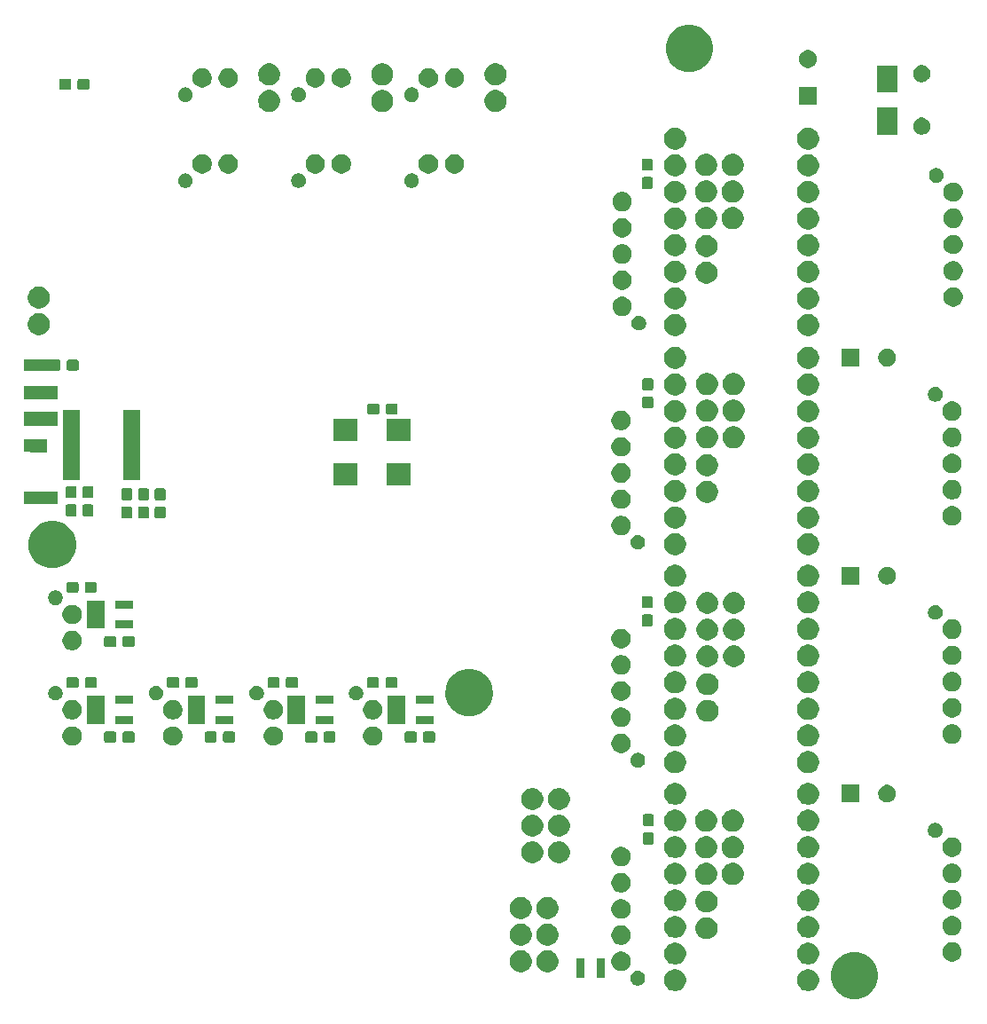
<source format=gbs>
%TF.GenerationSoftware,KiCad,Pcbnew,(5.1.5)-2*%
%TF.CreationDate,2019-12-28T19:20:09-08:00*%
%TF.ProjectId,20191222_Projects_Mainboard_A0,32303139-3132-4323-925f-50726f6a6563,A3*%
%TF.SameCoordinates,PX2191c00PY7534e20*%
%TF.FileFunction,Soldermask,Bot*%
%TF.FilePolarity,Negative*%
%FSLAX46Y46*%
G04 Gerber Fmt 4.6, Leading zero omitted, Abs format (unit mm)*
G04 Created by KiCad (PCBNEW (5.1.5)-2) date 2019-12-28 19:20:09*
%MOMM*%
%LPD*%
G04 APERTURE LIST*
%ADD10C,0.100000*%
G04 APERTURE END LIST*
D10*
G36*
X79574919Y-17709585D02*
G01*
X79956593Y-17785504D01*
X80366249Y-17955189D01*
X80734929Y-18201534D01*
X81048466Y-18515071D01*
X81294811Y-18883751D01*
X81464496Y-19293407D01*
X81551000Y-19728296D01*
X81551000Y-20171704D01*
X81464496Y-20606593D01*
X81294811Y-21016249D01*
X81048466Y-21384929D01*
X80734929Y-21698466D01*
X80366249Y-21944811D01*
X79956593Y-22114496D01*
X79575880Y-22190224D01*
X79521705Y-22201000D01*
X79078295Y-22201000D01*
X79024120Y-22190224D01*
X78643407Y-22114496D01*
X78233751Y-21944811D01*
X77865071Y-21698466D01*
X77551534Y-21384929D01*
X77305189Y-21016249D01*
X77135504Y-20606593D01*
X77049000Y-20171704D01*
X77049000Y-19728296D01*
X77135504Y-19293407D01*
X77305189Y-18883751D01*
X77551534Y-18515071D01*
X77865071Y-18201534D01*
X78233751Y-17955189D01*
X78643407Y-17785504D01*
X79025081Y-17709585D01*
X79078295Y-17699000D01*
X79521705Y-17699000D01*
X79574919Y-17709585D01*
G37*
G36*
X75156564Y-19379389D02*
G01*
X75347833Y-19458615D01*
X75347835Y-19458616D01*
X75519973Y-19573635D01*
X75666365Y-19720027D01*
X75765205Y-19867951D01*
X75781385Y-19892167D01*
X75860611Y-20083436D01*
X75901000Y-20286484D01*
X75901000Y-20493516D01*
X75860611Y-20696564D01*
X75787089Y-20874062D01*
X75781384Y-20887835D01*
X75666365Y-21059973D01*
X75519973Y-21206365D01*
X75347835Y-21321384D01*
X75347834Y-21321385D01*
X75347833Y-21321385D01*
X75156564Y-21400611D01*
X74953516Y-21441000D01*
X74746484Y-21441000D01*
X74543436Y-21400611D01*
X74352167Y-21321385D01*
X74352166Y-21321385D01*
X74352165Y-21321384D01*
X74180027Y-21206365D01*
X74033635Y-21059973D01*
X73918616Y-20887835D01*
X73912911Y-20874062D01*
X73839389Y-20696564D01*
X73799000Y-20493516D01*
X73799000Y-20286484D01*
X73839389Y-20083436D01*
X73918615Y-19892167D01*
X73934796Y-19867951D01*
X74033635Y-19720027D01*
X74180027Y-19573635D01*
X74352165Y-19458616D01*
X74352167Y-19458615D01*
X74543436Y-19379389D01*
X74746484Y-19339000D01*
X74953516Y-19339000D01*
X75156564Y-19379389D01*
G37*
G36*
X62456564Y-19379389D02*
G01*
X62647833Y-19458615D01*
X62647835Y-19458616D01*
X62819973Y-19573635D01*
X62966365Y-19720027D01*
X63065205Y-19867951D01*
X63081385Y-19892167D01*
X63160611Y-20083436D01*
X63201000Y-20286484D01*
X63201000Y-20493516D01*
X63160611Y-20696564D01*
X63087089Y-20874062D01*
X63081384Y-20887835D01*
X62966365Y-21059973D01*
X62819973Y-21206365D01*
X62647835Y-21321384D01*
X62647834Y-21321385D01*
X62647833Y-21321385D01*
X62456564Y-21400611D01*
X62253516Y-21441000D01*
X62046484Y-21441000D01*
X61843436Y-21400611D01*
X61652167Y-21321385D01*
X61652166Y-21321385D01*
X61652165Y-21321384D01*
X61480027Y-21206365D01*
X61333635Y-21059973D01*
X61218616Y-20887835D01*
X61212911Y-20874062D01*
X61139389Y-20696564D01*
X61099000Y-20493516D01*
X61099000Y-20286484D01*
X61139389Y-20083436D01*
X61218615Y-19892167D01*
X61234796Y-19867951D01*
X61333635Y-19720027D01*
X61480027Y-19573635D01*
X61652165Y-19458616D01*
X61652167Y-19458615D01*
X61843436Y-19379389D01*
X62046484Y-19339000D01*
X62253516Y-19339000D01*
X62456564Y-19379389D01*
G37*
G36*
X58804473Y-19525938D02*
G01*
X58932049Y-19578782D01*
X59046859Y-19655495D01*
X59144505Y-19753141D01*
X59221218Y-19867951D01*
X59274062Y-19995527D01*
X59301000Y-20130956D01*
X59301000Y-20269044D01*
X59274062Y-20404473D01*
X59221218Y-20532049D01*
X59144505Y-20646859D01*
X59046859Y-20744505D01*
X58932049Y-20821218D01*
X58804473Y-20874062D01*
X58669044Y-20901000D01*
X58530956Y-20901000D01*
X58395527Y-20874062D01*
X58267951Y-20821218D01*
X58153141Y-20744505D01*
X58055495Y-20646859D01*
X57978782Y-20532049D01*
X57925938Y-20404473D01*
X57899000Y-20269044D01*
X57899000Y-20130956D01*
X57925938Y-19995527D01*
X57978782Y-19867951D01*
X58055495Y-19753141D01*
X58153141Y-19655495D01*
X58267951Y-19578782D01*
X58395527Y-19525938D01*
X58530956Y-19499000D01*
X58669044Y-19499000D01*
X58804473Y-19525938D01*
G37*
G36*
X53526000Y-20151000D02*
G01*
X52774000Y-20151000D01*
X52774000Y-18349000D01*
X53526000Y-18349000D01*
X53526000Y-20151000D01*
G37*
G36*
X55426000Y-20151000D02*
G01*
X54674000Y-20151000D01*
X54674000Y-18349000D01*
X55426000Y-18349000D01*
X55426000Y-20151000D01*
G37*
G36*
X47736564Y-17589389D02*
G01*
X47927833Y-17668615D01*
X47927835Y-17668616D01*
X48093618Y-17779389D01*
X48099973Y-17783635D01*
X48246365Y-17930027D01*
X48361384Y-18102165D01*
X48440611Y-18293435D01*
X48481000Y-18496484D01*
X48481000Y-18703514D01*
X48440611Y-18906564D01*
X48385909Y-19038626D01*
X48361384Y-19097835D01*
X48246365Y-19269973D01*
X48099973Y-19416365D01*
X47927835Y-19531384D01*
X47927834Y-19531385D01*
X47927833Y-19531385D01*
X47736564Y-19610611D01*
X47533516Y-19651000D01*
X47326484Y-19651000D01*
X47123436Y-19610611D01*
X46932167Y-19531385D01*
X46932166Y-19531385D01*
X46932165Y-19531384D01*
X46760027Y-19416365D01*
X46613635Y-19269973D01*
X46498616Y-19097835D01*
X46474091Y-19038626D01*
X46419389Y-18906564D01*
X46379000Y-18703514D01*
X46379000Y-18496484D01*
X46419389Y-18293435D01*
X46498616Y-18102165D01*
X46613635Y-17930027D01*
X46760027Y-17783635D01*
X46766382Y-17779389D01*
X46932165Y-17668616D01*
X46932167Y-17668615D01*
X47123436Y-17589389D01*
X47326484Y-17549000D01*
X47533516Y-17549000D01*
X47736564Y-17589389D01*
G37*
G36*
X50276564Y-17589389D02*
G01*
X50467833Y-17668615D01*
X50467835Y-17668616D01*
X50633618Y-17779389D01*
X50639973Y-17783635D01*
X50786365Y-17930027D01*
X50901384Y-18102165D01*
X50980611Y-18293435D01*
X51021000Y-18496484D01*
X51021000Y-18703514D01*
X50980611Y-18906564D01*
X50925909Y-19038626D01*
X50901384Y-19097835D01*
X50786365Y-19269973D01*
X50639973Y-19416365D01*
X50467835Y-19531384D01*
X50467834Y-19531385D01*
X50467833Y-19531385D01*
X50276564Y-19610611D01*
X50073516Y-19651000D01*
X49866484Y-19651000D01*
X49663436Y-19610611D01*
X49472167Y-19531385D01*
X49472166Y-19531385D01*
X49472165Y-19531384D01*
X49300027Y-19416365D01*
X49153635Y-19269973D01*
X49038616Y-19097835D01*
X49014091Y-19038626D01*
X48959389Y-18906564D01*
X48919000Y-18703514D01*
X48919000Y-18496484D01*
X48959389Y-18293435D01*
X49038616Y-18102165D01*
X49153635Y-17930027D01*
X49300027Y-17783635D01*
X49306382Y-17779389D01*
X49472165Y-17668616D01*
X49472167Y-17668615D01*
X49663436Y-17589389D01*
X49866484Y-17549000D01*
X50073516Y-17549000D01*
X50276564Y-17589389D01*
G37*
G36*
X57270104Y-17709585D02*
G01*
X57438626Y-17779389D01*
X57590291Y-17880728D01*
X57719272Y-18009709D01*
X57820611Y-18161374D01*
X57890415Y-18329896D01*
X57926000Y-18508797D01*
X57926000Y-18691203D01*
X57890415Y-18870104D01*
X57820611Y-19038626D01*
X57719272Y-19190291D01*
X57590291Y-19319272D01*
X57438626Y-19420611D01*
X57270104Y-19490415D01*
X57091203Y-19526000D01*
X56908797Y-19526000D01*
X56729896Y-19490415D01*
X56561374Y-19420611D01*
X56409709Y-19319272D01*
X56280728Y-19190291D01*
X56179389Y-19038626D01*
X56109585Y-18870104D01*
X56074000Y-18691203D01*
X56074000Y-18508797D01*
X56109585Y-18329896D01*
X56179389Y-18161374D01*
X56280728Y-18009709D01*
X56409709Y-17880728D01*
X56561374Y-17779389D01*
X56729896Y-17709585D01*
X56908797Y-17674000D01*
X57091203Y-17674000D01*
X57270104Y-17709585D01*
G37*
G36*
X75156564Y-16839389D02*
G01*
X75347833Y-16918615D01*
X75347835Y-16918616D01*
X75455288Y-16990414D01*
X75519973Y-17033635D01*
X75666365Y-17180027D01*
X75781385Y-17352167D01*
X75860611Y-17543436D01*
X75901000Y-17746484D01*
X75901000Y-17953516D01*
X75860611Y-18156564D01*
X75803917Y-18293435D01*
X75781384Y-18347835D01*
X75666365Y-18519973D01*
X75519973Y-18666365D01*
X75347835Y-18781384D01*
X75347834Y-18781385D01*
X75347833Y-18781385D01*
X75156564Y-18860611D01*
X74953516Y-18901000D01*
X74746484Y-18901000D01*
X74543436Y-18860611D01*
X74352167Y-18781385D01*
X74352166Y-18781385D01*
X74352165Y-18781384D01*
X74180027Y-18666365D01*
X74033635Y-18519973D01*
X73918616Y-18347835D01*
X73896083Y-18293435D01*
X73839389Y-18156564D01*
X73799000Y-17953516D01*
X73799000Y-17746484D01*
X73839389Y-17543436D01*
X73918615Y-17352167D01*
X74033635Y-17180027D01*
X74180027Y-17033635D01*
X74244712Y-16990414D01*
X74352165Y-16918616D01*
X74352167Y-16918615D01*
X74543436Y-16839389D01*
X74746484Y-16799000D01*
X74953516Y-16799000D01*
X75156564Y-16839389D01*
G37*
G36*
X62456564Y-16839389D02*
G01*
X62647833Y-16918615D01*
X62647835Y-16918616D01*
X62755288Y-16990414D01*
X62819973Y-17033635D01*
X62966365Y-17180027D01*
X63081385Y-17352167D01*
X63160611Y-17543436D01*
X63201000Y-17746484D01*
X63201000Y-17953516D01*
X63160611Y-18156564D01*
X63103917Y-18293435D01*
X63081384Y-18347835D01*
X62966365Y-18519973D01*
X62819973Y-18666365D01*
X62647835Y-18781384D01*
X62647834Y-18781385D01*
X62647833Y-18781385D01*
X62456564Y-18860611D01*
X62253516Y-18901000D01*
X62046484Y-18901000D01*
X61843436Y-18860611D01*
X61652167Y-18781385D01*
X61652166Y-18781385D01*
X61652165Y-18781384D01*
X61480027Y-18666365D01*
X61333635Y-18519973D01*
X61218616Y-18347835D01*
X61196083Y-18293435D01*
X61139389Y-18156564D01*
X61099000Y-17953516D01*
X61099000Y-17746484D01*
X61139389Y-17543436D01*
X61218615Y-17352167D01*
X61333635Y-17180027D01*
X61480027Y-17033635D01*
X61544712Y-16990414D01*
X61652165Y-16918616D01*
X61652167Y-16918615D01*
X61843436Y-16839389D01*
X62046484Y-16799000D01*
X62253516Y-16799000D01*
X62456564Y-16839389D01*
G37*
G36*
X88870104Y-16809585D02*
G01*
X89038626Y-16879389D01*
X89190291Y-16980728D01*
X89319272Y-17109709D01*
X89420611Y-17261374D01*
X89490415Y-17429896D01*
X89526000Y-17608797D01*
X89526000Y-17791203D01*
X89490415Y-17970104D01*
X89420611Y-18138626D01*
X89319272Y-18290291D01*
X89190291Y-18419272D01*
X89038626Y-18520611D01*
X88870104Y-18590415D01*
X88691203Y-18626000D01*
X88508797Y-18626000D01*
X88329896Y-18590415D01*
X88161374Y-18520611D01*
X88009709Y-18419272D01*
X87880728Y-18290291D01*
X87779389Y-18138626D01*
X87709585Y-17970104D01*
X87674000Y-17791203D01*
X87674000Y-17608797D01*
X87709585Y-17429896D01*
X87779389Y-17261374D01*
X87880728Y-17109709D01*
X88009709Y-16980728D01*
X88161374Y-16879389D01*
X88329896Y-16809585D01*
X88508797Y-16774000D01*
X88691203Y-16774000D01*
X88870104Y-16809585D01*
G37*
G36*
X50276564Y-15049389D02*
G01*
X50467833Y-15128615D01*
X50467835Y-15128616D01*
X50639973Y-15243635D01*
X50786365Y-15390027D01*
X50888922Y-15543514D01*
X50901385Y-15562167D01*
X50980611Y-15753436D01*
X51021000Y-15956484D01*
X51021000Y-16163516D01*
X50980611Y-16366564D01*
X50929068Y-16491000D01*
X50901384Y-16557835D01*
X50786365Y-16729973D01*
X50639973Y-16876365D01*
X50467835Y-16991384D01*
X50467834Y-16991385D01*
X50467833Y-16991385D01*
X50276564Y-17070611D01*
X50073516Y-17111000D01*
X49866484Y-17111000D01*
X49663436Y-17070611D01*
X49472167Y-16991385D01*
X49472166Y-16991385D01*
X49472165Y-16991384D01*
X49300027Y-16876365D01*
X49153635Y-16729973D01*
X49038616Y-16557835D01*
X49010932Y-16491000D01*
X48959389Y-16366564D01*
X48919000Y-16163516D01*
X48919000Y-15956484D01*
X48959389Y-15753436D01*
X49038615Y-15562167D01*
X49051079Y-15543514D01*
X49153635Y-15390027D01*
X49300027Y-15243635D01*
X49472165Y-15128616D01*
X49472167Y-15128615D01*
X49663436Y-15049389D01*
X49866484Y-15009000D01*
X50073516Y-15009000D01*
X50276564Y-15049389D01*
G37*
G36*
X47736564Y-15049389D02*
G01*
X47927833Y-15128615D01*
X47927835Y-15128616D01*
X48099973Y-15243635D01*
X48246365Y-15390027D01*
X48348922Y-15543514D01*
X48361385Y-15562167D01*
X48440611Y-15753436D01*
X48481000Y-15956484D01*
X48481000Y-16163516D01*
X48440611Y-16366564D01*
X48389068Y-16491000D01*
X48361384Y-16557835D01*
X48246365Y-16729973D01*
X48099973Y-16876365D01*
X47927835Y-16991384D01*
X47927834Y-16991385D01*
X47927833Y-16991385D01*
X47736564Y-17070611D01*
X47533516Y-17111000D01*
X47326484Y-17111000D01*
X47123436Y-17070611D01*
X46932167Y-16991385D01*
X46932166Y-16991385D01*
X46932165Y-16991384D01*
X46760027Y-16876365D01*
X46613635Y-16729973D01*
X46498616Y-16557835D01*
X46470932Y-16491000D01*
X46419389Y-16366564D01*
X46379000Y-16163516D01*
X46379000Y-15956484D01*
X46419389Y-15753436D01*
X46498615Y-15562167D01*
X46511079Y-15543514D01*
X46613635Y-15390027D01*
X46760027Y-15243635D01*
X46932165Y-15128616D01*
X46932167Y-15128615D01*
X47123436Y-15049389D01*
X47326484Y-15009000D01*
X47533516Y-15009000D01*
X47736564Y-15049389D01*
G37*
G36*
X57270104Y-15209585D02*
G01*
X57438626Y-15279389D01*
X57590291Y-15380728D01*
X57719272Y-15509709D01*
X57820611Y-15661374D01*
X57890415Y-15829896D01*
X57926000Y-16008797D01*
X57926000Y-16191203D01*
X57890415Y-16370104D01*
X57820611Y-16538626D01*
X57719272Y-16690291D01*
X57590291Y-16819272D01*
X57438626Y-16920611D01*
X57270104Y-16990415D01*
X57091203Y-17026000D01*
X56908797Y-17026000D01*
X56729896Y-16990415D01*
X56561374Y-16920611D01*
X56409709Y-16819272D01*
X56280728Y-16690291D01*
X56179389Y-16538626D01*
X56109585Y-16370104D01*
X56074000Y-16191203D01*
X56074000Y-16008797D01*
X56109585Y-15829896D01*
X56179389Y-15661374D01*
X56280728Y-15509709D01*
X56409709Y-15380728D01*
X56561374Y-15279389D01*
X56729896Y-15209585D01*
X56908797Y-15174000D01*
X57091203Y-15174000D01*
X57270104Y-15209585D01*
G37*
G36*
X65456564Y-14429389D02*
G01*
X65647833Y-14508615D01*
X65647835Y-14508616D01*
X65819973Y-14623635D01*
X65966365Y-14770027D01*
X66073187Y-14929897D01*
X66081385Y-14942167D01*
X66160611Y-15133436D01*
X66201000Y-15336484D01*
X66201000Y-15543516D01*
X66160611Y-15746564D01*
X66089073Y-15919272D01*
X66081384Y-15937835D01*
X65966365Y-16109973D01*
X65819973Y-16256365D01*
X65647835Y-16371384D01*
X65647834Y-16371385D01*
X65647833Y-16371385D01*
X65456564Y-16450611D01*
X65253516Y-16491000D01*
X65046484Y-16491000D01*
X64843436Y-16450611D01*
X64652167Y-16371385D01*
X64652166Y-16371385D01*
X64652165Y-16371384D01*
X64480027Y-16256365D01*
X64333635Y-16109973D01*
X64218616Y-15937835D01*
X64210927Y-15919272D01*
X64139389Y-15746564D01*
X64099000Y-15543516D01*
X64099000Y-15336484D01*
X64139389Y-15133436D01*
X64218615Y-14942167D01*
X64226814Y-14929897D01*
X64333635Y-14770027D01*
X64480027Y-14623635D01*
X64652165Y-14508616D01*
X64652167Y-14508615D01*
X64843436Y-14429389D01*
X65046484Y-14389000D01*
X65253516Y-14389000D01*
X65456564Y-14429389D01*
G37*
G36*
X75156564Y-14299389D02*
G01*
X75347833Y-14378615D01*
X75347835Y-14378616D01*
X75519973Y-14493635D01*
X75666365Y-14640027D01*
X75747447Y-14761374D01*
X75781385Y-14812167D01*
X75860611Y-15003436D01*
X75901000Y-15206484D01*
X75901000Y-15413516D01*
X75860611Y-15616564D01*
X75788651Y-15790291D01*
X75781384Y-15807835D01*
X75666365Y-15979973D01*
X75519973Y-16126365D01*
X75347835Y-16241384D01*
X75347834Y-16241385D01*
X75347833Y-16241385D01*
X75156564Y-16320611D01*
X74953516Y-16361000D01*
X74746484Y-16361000D01*
X74543436Y-16320611D01*
X74352167Y-16241385D01*
X74352166Y-16241385D01*
X74352165Y-16241384D01*
X74180027Y-16126365D01*
X74033635Y-15979973D01*
X73918616Y-15807835D01*
X73911349Y-15790291D01*
X73839389Y-15616564D01*
X73799000Y-15413516D01*
X73799000Y-15206484D01*
X73839389Y-15003436D01*
X73918615Y-14812167D01*
X73952554Y-14761374D01*
X74033635Y-14640027D01*
X74180027Y-14493635D01*
X74352165Y-14378616D01*
X74352167Y-14378615D01*
X74543436Y-14299389D01*
X74746484Y-14259000D01*
X74953516Y-14259000D01*
X75156564Y-14299389D01*
G37*
G36*
X62456564Y-14299389D02*
G01*
X62647833Y-14378615D01*
X62647835Y-14378616D01*
X62819973Y-14493635D01*
X62966365Y-14640027D01*
X63047447Y-14761374D01*
X63081385Y-14812167D01*
X63160611Y-15003436D01*
X63201000Y-15206484D01*
X63201000Y-15413516D01*
X63160611Y-15616564D01*
X63088651Y-15790291D01*
X63081384Y-15807835D01*
X62966365Y-15979973D01*
X62819973Y-16126365D01*
X62647835Y-16241384D01*
X62647834Y-16241385D01*
X62647833Y-16241385D01*
X62456564Y-16320611D01*
X62253516Y-16361000D01*
X62046484Y-16361000D01*
X61843436Y-16320611D01*
X61652167Y-16241385D01*
X61652166Y-16241385D01*
X61652165Y-16241384D01*
X61480027Y-16126365D01*
X61333635Y-15979973D01*
X61218616Y-15807835D01*
X61211349Y-15790291D01*
X61139389Y-15616564D01*
X61099000Y-15413516D01*
X61099000Y-15206484D01*
X61139389Y-15003436D01*
X61218615Y-14812167D01*
X61252554Y-14761374D01*
X61333635Y-14640027D01*
X61480027Y-14493635D01*
X61652165Y-14378616D01*
X61652167Y-14378615D01*
X61843436Y-14299389D01*
X62046484Y-14259000D01*
X62253516Y-14259000D01*
X62456564Y-14299389D01*
G37*
G36*
X88870104Y-14309585D02*
G01*
X89038626Y-14379389D01*
X89190291Y-14480728D01*
X89319272Y-14609709D01*
X89420611Y-14761374D01*
X89490415Y-14929896D01*
X89526000Y-15108797D01*
X89526000Y-15291203D01*
X89490415Y-15470104D01*
X89420611Y-15638626D01*
X89319272Y-15790291D01*
X89190291Y-15919272D01*
X89038626Y-16020611D01*
X88870104Y-16090415D01*
X88691203Y-16126000D01*
X88508797Y-16126000D01*
X88329896Y-16090415D01*
X88161374Y-16020611D01*
X88009709Y-15919272D01*
X87880728Y-15790291D01*
X87779389Y-15638626D01*
X87709585Y-15470104D01*
X87674000Y-15291203D01*
X87674000Y-15108797D01*
X87709585Y-14929896D01*
X87779389Y-14761374D01*
X87880728Y-14609709D01*
X88009709Y-14480728D01*
X88161374Y-14379389D01*
X88329896Y-14309585D01*
X88508797Y-14274000D01*
X88691203Y-14274000D01*
X88870104Y-14309585D01*
G37*
G36*
X50276564Y-12509389D02*
G01*
X50467833Y-12588615D01*
X50467835Y-12588616D01*
X50639973Y-12703635D01*
X50786365Y-12850027D01*
X50888922Y-13003514D01*
X50901385Y-13022167D01*
X50980611Y-13213436D01*
X51021000Y-13416484D01*
X51021000Y-13623516D01*
X50980611Y-13826564D01*
X50929068Y-13951000D01*
X50901384Y-14017835D01*
X50786365Y-14189973D01*
X50639973Y-14336365D01*
X50467835Y-14451384D01*
X50467834Y-14451385D01*
X50467833Y-14451385D01*
X50276564Y-14530611D01*
X50073516Y-14571000D01*
X49866484Y-14571000D01*
X49663436Y-14530611D01*
X49472167Y-14451385D01*
X49472166Y-14451385D01*
X49472165Y-14451384D01*
X49300027Y-14336365D01*
X49153635Y-14189973D01*
X49038616Y-14017835D01*
X49010932Y-13951000D01*
X48959389Y-13826564D01*
X48919000Y-13623516D01*
X48919000Y-13416484D01*
X48959389Y-13213436D01*
X49038615Y-13022167D01*
X49051079Y-13003514D01*
X49153635Y-12850027D01*
X49300027Y-12703635D01*
X49472165Y-12588616D01*
X49472167Y-12588615D01*
X49663436Y-12509389D01*
X49866484Y-12469000D01*
X50073516Y-12469000D01*
X50276564Y-12509389D01*
G37*
G36*
X47736564Y-12509389D02*
G01*
X47927833Y-12588615D01*
X47927835Y-12588616D01*
X48099973Y-12703635D01*
X48246365Y-12850027D01*
X48348922Y-13003514D01*
X48361385Y-13022167D01*
X48440611Y-13213436D01*
X48481000Y-13416484D01*
X48481000Y-13623516D01*
X48440611Y-13826564D01*
X48389068Y-13951000D01*
X48361384Y-14017835D01*
X48246365Y-14189973D01*
X48099973Y-14336365D01*
X47927835Y-14451384D01*
X47927834Y-14451385D01*
X47927833Y-14451385D01*
X47736564Y-14530611D01*
X47533516Y-14571000D01*
X47326484Y-14571000D01*
X47123436Y-14530611D01*
X46932167Y-14451385D01*
X46932166Y-14451385D01*
X46932165Y-14451384D01*
X46760027Y-14336365D01*
X46613635Y-14189973D01*
X46498616Y-14017835D01*
X46470932Y-13951000D01*
X46419389Y-13826564D01*
X46379000Y-13623516D01*
X46379000Y-13416484D01*
X46419389Y-13213436D01*
X46498615Y-13022167D01*
X46511079Y-13003514D01*
X46613635Y-12850027D01*
X46760027Y-12703635D01*
X46932165Y-12588616D01*
X46932167Y-12588615D01*
X47123436Y-12509389D01*
X47326484Y-12469000D01*
X47533516Y-12469000D01*
X47736564Y-12509389D01*
G37*
G36*
X57270104Y-12709585D02*
G01*
X57438626Y-12779389D01*
X57590291Y-12880728D01*
X57719272Y-13009709D01*
X57820611Y-13161374D01*
X57890415Y-13329896D01*
X57926000Y-13508797D01*
X57926000Y-13691203D01*
X57890415Y-13870104D01*
X57820611Y-14038626D01*
X57719272Y-14190291D01*
X57590291Y-14319272D01*
X57438626Y-14420611D01*
X57270104Y-14490415D01*
X57091203Y-14526000D01*
X56908797Y-14526000D01*
X56729896Y-14490415D01*
X56561374Y-14420611D01*
X56409709Y-14319272D01*
X56280728Y-14190291D01*
X56179389Y-14038626D01*
X56109585Y-13870104D01*
X56074000Y-13691203D01*
X56074000Y-13508797D01*
X56109585Y-13329896D01*
X56179389Y-13161374D01*
X56280728Y-13009709D01*
X56409709Y-12880728D01*
X56561374Y-12779389D01*
X56729896Y-12709585D01*
X56908797Y-12674000D01*
X57091203Y-12674000D01*
X57270104Y-12709585D01*
G37*
G36*
X65456564Y-11889389D02*
G01*
X65647833Y-11968615D01*
X65647835Y-11968616D01*
X65665963Y-11980729D01*
X65819973Y-12083635D01*
X65966365Y-12230027D01*
X66081385Y-12402167D01*
X66160611Y-12593436D01*
X66201000Y-12796484D01*
X66201000Y-13003516D01*
X66160611Y-13206564D01*
X66125930Y-13290291D01*
X66081384Y-13397835D01*
X65966365Y-13569973D01*
X65819973Y-13716365D01*
X65647835Y-13831384D01*
X65647834Y-13831385D01*
X65647833Y-13831385D01*
X65456564Y-13910611D01*
X65253516Y-13951000D01*
X65046484Y-13951000D01*
X64843436Y-13910611D01*
X64652167Y-13831385D01*
X64652166Y-13831385D01*
X64652165Y-13831384D01*
X64480027Y-13716365D01*
X64333635Y-13569973D01*
X64218616Y-13397835D01*
X64174070Y-13290291D01*
X64139389Y-13206564D01*
X64099000Y-13003516D01*
X64099000Y-12796484D01*
X64139389Y-12593436D01*
X64218615Y-12402167D01*
X64333635Y-12230027D01*
X64480027Y-12083635D01*
X64634037Y-11980729D01*
X64652165Y-11968616D01*
X64652167Y-11968615D01*
X64843436Y-11889389D01*
X65046484Y-11849000D01*
X65253516Y-11849000D01*
X65456564Y-11889389D01*
G37*
G36*
X62456564Y-11759389D02*
G01*
X62647833Y-11838615D01*
X62647835Y-11838616D01*
X62819973Y-11953635D01*
X62966365Y-12100027D01*
X63074174Y-12261374D01*
X63081385Y-12272167D01*
X63160611Y-12463436D01*
X63201000Y-12666484D01*
X63201000Y-12873516D01*
X63160611Y-13076564D01*
X63125481Y-13161375D01*
X63081384Y-13267835D01*
X62966365Y-13439973D01*
X62819973Y-13586365D01*
X62647835Y-13701384D01*
X62647834Y-13701385D01*
X62647833Y-13701385D01*
X62456564Y-13780611D01*
X62253516Y-13821000D01*
X62046484Y-13821000D01*
X61843436Y-13780611D01*
X61652167Y-13701385D01*
X61652166Y-13701385D01*
X61652165Y-13701384D01*
X61480027Y-13586365D01*
X61333635Y-13439973D01*
X61218616Y-13267835D01*
X61174519Y-13161375D01*
X61139389Y-13076564D01*
X61099000Y-12873516D01*
X61099000Y-12666484D01*
X61139389Y-12463436D01*
X61218615Y-12272167D01*
X61225827Y-12261374D01*
X61333635Y-12100027D01*
X61480027Y-11953635D01*
X61652165Y-11838616D01*
X61652167Y-11838615D01*
X61843436Y-11759389D01*
X62046484Y-11719000D01*
X62253516Y-11719000D01*
X62456564Y-11759389D01*
G37*
G36*
X75156564Y-11759389D02*
G01*
X75347833Y-11838615D01*
X75347835Y-11838616D01*
X75519973Y-11953635D01*
X75666365Y-12100027D01*
X75774174Y-12261374D01*
X75781385Y-12272167D01*
X75860611Y-12463436D01*
X75901000Y-12666484D01*
X75901000Y-12873516D01*
X75860611Y-13076564D01*
X75825481Y-13161375D01*
X75781384Y-13267835D01*
X75666365Y-13439973D01*
X75519973Y-13586365D01*
X75347835Y-13701384D01*
X75347834Y-13701385D01*
X75347833Y-13701385D01*
X75156564Y-13780611D01*
X74953516Y-13821000D01*
X74746484Y-13821000D01*
X74543436Y-13780611D01*
X74352167Y-13701385D01*
X74352166Y-13701385D01*
X74352165Y-13701384D01*
X74180027Y-13586365D01*
X74033635Y-13439973D01*
X73918616Y-13267835D01*
X73874519Y-13161375D01*
X73839389Y-13076564D01*
X73799000Y-12873516D01*
X73799000Y-12666484D01*
X73839389Y-12463436D01*
X73918615Y-12272167D01*
X73925827Y-12261374D01*
X74033635Y-12100027D01*
X74180027Y-11953635D01*
X74352165Y-11838616D01*
X74352167Y-11838615D01*
X74543436Y-11759389D01*
X74746484Y-11719000D01*
X74953516Y-11719000D01*
X75156564Y-11759389D01*
G37*
G36*
X88870104Y-11809585D02*
G01*
X89038626Y-11879389D01*
X89190291Y-11980728D01*
X89319272Y-12109709D01*
X89420611Y-12261374D01*
X89490415Y-12429896D01*
X89526000Y-12608797D01*
X89526000Y-12791203D01*
X89490415Y-12970104D01*
X89420611Y-13138626D01*
X89319272Y-13290291D01*
X89190291Y-13419272D01*
X89038626Y-13520611D01*
X88870104Y-13590415D01*
X88691203Y-13626000D01*
X88508797Y-13626000D01*
X88329896Y-13590415D01*
X88161374Y-13520611D01*
X88009709Y-13419272D01*
X87880728Y-13290291D01*
X87779389Y-13138626D01*
X87709585Y-12970104D01*
X87674000Y-12791203D01*
X87674000Y-12608797D01*
X87709585Y-12429896D01*
X87779389Y-12261374D01*
X87880728Y-12109709D01*
X88009709Y-11980728D01*
X88161374Y-11879389D01*
X88329896Y-11809585D01*
X88508797Y-11774000D01*
X88691203Y-11774000D01*
X88870104Y-11809585D01*
G37*
G36*
X57270104Y-10209585D02*
G01*
X57438626Y-10279389D01*
X57590291Y-10380728D01*
X57719272Y-10509709D01*
X57820611Y-10661374D01*
X57890415Y-10829896D01*
X57926000Y-11008797D01*
X57926000Y-11191203D01*
X57890415Y-11370104D01*
X57820611Y-11538626D01*
X57719272Y-11690291D01*
X57590291Y-11819272D01*
X57438626Y-11920611D01*
X57270104Y-11990415D01*
X57091203Y-12026000D01*
X56908797Y-12026000D01*
X56729896Y-11990415D01*
X56561374Y-11920611D01*
X56409709Y-11819272D01*
X56280728Y-11690291D01*
X56179389Y-11538626D01*
X56109585Y-11370104D01*
X56074000Y-11191203D01*
X56074000Y-11008797D01*
X56109585Y-10829896D01*
X56179389Y-10661374D01*
X56280728Y-10509709D01*
X56409709Y-10380728D01*
X56561374Y-10279389D01*
X56729896Y-10209585D01*
X56908797Y-10174000D01*
X57091203Y-10174000D01*
X57270104Y-10209585D01*
G37*
G36*
X65436564Y-9229389D02*
G01*
X65603693Y-9298616D01*
X65627835Y-9308616D01*
X65799973Y-9423635D01*
X65946365Y-9570027D01*
X66054704Y-9732167D01*
X66061385Y-9742167D01*
X66140611Y-9933436D01*
X66181000Y-10136484D01*
X66181000Y-10343516D01*
X66140611Y-10546564D01*
X66093055Y-10661374D01*
X66061384Y-10737835D01*
X65946365Y-10909973D01*
X65799973Y-11056365D01*
X65627835Y-11171384D01*
X65627834Y-11171385D01*
X65627833Y-11171385D01*
X65436564Y-11250611D01*
X65233516Y-11291000D01*
X65026484Y-11291000D01*
X64823436Y-11250611D01*
X64632167Y-11171385D01*
X64632166Y-11171385D01*
X64632165Y-11171384D01*
X64460027Y-11056365D01*
X64313635Y-10909973D01*
X64198616Y-10737835D01*
X64166945Y-10661374D01*
X64119389Y-10546564D01*
X64079000Y-10343516D01*
X64079000Y-10136484D01*
X64119389Y-9933436D01*
X64198615Y-9742167D01*
X64205297Y-9732167D01*
X64313635Y-9570027D01*
X64460027Y-9423635D01*
X64632165Y-9308616D01*
X64656307Y-9298616D01*
X64823436Y-9229389D01*
X65026484Y-9189000D01*
X65233516Y-9189000D01*
X65436564Y-9229389D01*
G37*
G36*
X67976564Y-9229389D02*
G01*
X68143693Y-9298616D01*
X68167835Y-9308616D01*
X68339973Y-9423635D01*
X68486365Y-9570027D01*
X68594704Y-9732167D01*
X68601385Y-9742167D01*
X68680611Y-9933436D01*
X68721000Y-10136484D01*
X68721000Y-10343516D01*
X68680611Y-10546564D01*
X68633055Y-10661374D01*
X68601384Y-10737835D01*
X68486365Y-10909973D01*
X68339973Y-11056365D01*
X68167835Y-11171384D01*
X68167834Y-11171385D01*
X68167833Y-11171385D01*
X67976564Y-11250611D01*
X67773516Y-11291000D01*
X67566484Y-11291000D01*
X67363436Y-11250611D01*
X67172167Y-11171385D01*
X67172166Y-11171385D01*
X67172165Y-11171384D01*
X67000027Y-11056365D01*
X66853635Y-10909973D01*
X66738616Y-10737835D01*
X66706945Y-10661374D01*
X66659389Y-10546564D01*
X66619000Y-10343516D01*
X66619000Y-10136484D01*
X66659389Y-9933436D01*
X66738615Y-9742167D01*
X66745297Y-9732167D01*
X66853635Y-9570027D01*
X67000027Y-9423635D01*
X67172165Y-9308616D01*
X67196307Y-9298616D01*
X67363436Y-9229389D01*
X67566484Y-9189000D01*
X67773516Y-9189000D01*
X67976564Y-9229389D01*
G37*
G36*
X62456564Y-9219389D02*
G01*
X62647833Y-9298615D01*
X62647835Y-9298616D01*
X62768720Y-9379389D01*
X62819973Y-9413635D01*
X62966365Y-9560027D01*
X63081385Y-9732167D01*
X63160611Y-9923436D01*
X63201000Y-10126484D01*
X63201000Y-10333516D01*
X63160611Y-10536564D01*
X63081385Y-10727833D01*
X63081384Y-10727835D01*
X62966365Y-10899973D01*
X62819973Y-11046365D01*
X62647835Y-11161384D01*
X62647834Y-11161385D01*
X62647833Y-11161385D01*
X62456564Y-11240611D01*
X62253516Y-11281000D01*
X62046484Y-11281000D01*
X61843436Y-11240611D01*
X61652167Y-11161385D01*
X61652166Y-11161385D01*
X61652165Y-11161384D01*
X61480027Y-11046365D01*
X61333635Y-10899973D01*
X61218616Y-10727835D01*
X61218615Y-10727833D01*
X61139389Y-10536564D01*
X61099000Y-10333516D01*
X61099000Y-10126484D01*
X61139389Y-9923436D01*
X61218615Y-9732167D01*
X61333635Y-9560027D01*
X61480027Y-9413635D01*
X61531280Y-9379389D01*
X61652165Y-9298616D01*
X61652167Y-9298615D01*
X61843436Y-9219389D01*
X62046484Y-9179000D01*
X62253516Y-9179000D01*
X62456564Y-9219389D01*
G37*
G36*
X75156564Y-9219389D02*
G01*
X75347833Y-9298615D01*
X75347835Y-9298616D01*
X75468720Y-9379389D01*
X75519973Y-9413635D01*
X75666365Y-9560027D01*
X75781385Y-9732167D01*
X75860611Y-9923436D01*
X75901000Y-10126484D01*
X75901000Y-10333516D01*
X75860611Y-10536564D01*
X75781385Y-10727833D01*
X75781384Y-10727835D01*
X75666365Y-10899973D01*
X75519973Y-11046365D01*
X75347835Y-11161384D01*
X75347834Y-11161385D01*
X75347833Y-11161385D01*
X75156564Y-11240611D01*
X74953516Y-11281000D01*
X74746484Y-11281000D01*
X74543436Y-11240611D01*
X74352167Y-11161385D01*
X74352166Y-11161385D01*
X74352165Y-11161384D01*
X74180027Y-11046365D01*
X74033635Y-10899973D01*
X73918616Y-10727835D01*
X73918615Y-10727833D01*
X73839389Y-10536564D01*
X73799000Y-10333516D01*
X73799000Y-10126484D01*
X73839389Y-9923436D01*
X73918615Y-9732167D01*
X74033635Y-9560027D01*
X74180027Y-9413635D01*
X74231280Y-9379389D01*
X74352165Y-9298616D01*
X74352167Y-9298615D01*
X74543436Y-9219389D01*
X74746484Y-9179000D01*
X74953516Y-9179000D01*
X75156564Y-9219389D01*
G37*
G36*
X88870104Y-9309585D02*
G01*
X89038626Y-9379389D01*
X89190291Y-9480728D01*
X89319272Y-9609709D01*
X89420611Y-9761374D01*
X89490415Y-9929896D01*
X89526000Y-10108797D01*
X89526000Y-10291203D01*
X89490415Y-10470104D01*
X89420611Y-10638626D01*
X89319272Y-10790291D01*
X89190291Y-10919272D01*
X89038626Y-11020611D01*
X88870104Y-11090415D01*
X88691203Y-11126000D01*
X88508797Y-11126000D01*
X88329896Y-11090415D01*
X88161374Y-11020611D01*
X88009709Y-10919272D01*
X87880728Y-10790291D01*
X87779389Y-10638626D01*
X87709585Y-10470104D01*
X87674000Y-10291203D01*
X87674000Y-10108797D01*
X87709585Y-9929896D01*
X87779389Y-9761374D01*
X87880728Y-9609709D01*
X88009709Y-9480728D01*
X88161374Y-9379389D01*
X88329896Y-9309585D01*
X88508797Y-9274000D01*
X88691203Y-9274000D01*
X88870104Y-9309585D01*
G37*
G36*
X57270104Y-7709585D02*
G01*
X57438626Y-7779389D01*
X57590291Y-7880728D01*
X57719272Y-8009709D01*
X57820611Y-8161374D01*
X57890415Y-8329896D01*
X57926000Y-8508797D01*
X57926000Y-8691203D01*
X57890415Y-8870104D01*
X57820611Y-9038626D01*
X57719272Y-9190291D01*
X57590291Y-9319272D01*
X57438626Y-9420611D01*
X57270104Y-9490415D01*
X57091203Y-9526000D01*
X56908797Y-9526000D01*
X56729896Y-9490415D01*
X56561374Y-9420611D01*
X56409709Y-9319272D01*
X56280728Y-9190291D01*
X56179389Y-9038626D01*
X56109585Y-8870104D01*
X56074000Y-8691203D01*
X56074000Y-8508797D01*
X56109585Y-8329896D01*
X56179389Y-8161374D01*
X56280728Y-8009709D01*
X56409709Y-7880728D01*
X56561374Y-7779389D01*
X56729896Y-7709585D01*
X56908797Y-7674000D01*
X57091203Y-7674000D01*
X57270104Y-7709585D01*
G37*
G36*
X51376564Y-7179389D02*
G01*
X51533423Y-7244362D01*
X51567835Y-7258616D01*
X51739973Y-7373635D01*
X51886365Y-7520027D01*
X51989247Y-7674000D01*
X52001385Y-7692167D01*
X52080611Y-7883436D01*
X52121000Y-8086484D01*
X52121000Y-8293516D01*
X52080611Y-8496564D01*
X52026997Y-8626000D01*
X52001384Y-8687835D01*
X51886365Y-8859973D01*
X51739973Y-9006365D01*
X51567835Y-9121384D01*
X51567834Y-9121385D01*
X51567833Y-9121385D01*
X51376564Y-9200611D01*
X51173516Y-9241000D01*
X50966484Y-9241000D01*
X50763436Y-9200611D01*
X50572167Y-9121385D01*
X50572166Y-9121385D01*
X50572165Y-9121384D01*
X50400027Y-9006365D01*
X50253635Y-8859973D01*
X50138616Y-8687835D01*
X50113003Y-8626000D01*
X50059389Y-8496564D01*
X50019000Y-8293516D01*
X50019000Y-8086484D01*
X50059389Y-7883436D01*
X50138615Y-7692167D01*
X50150754Y-7674000D01*
X50253635Y-7520027D01*
X50400027Y-7373635D01*
X50572165Y-7258616D01*
X50606577Y-7244362D01*
X50763436Y-7179389D01*
X50966484Y-7139000D01*
X51173516Y-7139000D01*
X51376564Y-7179389D01*
G37*
G36*
X48836564Y-7179389D02*
G01*
X48993423Y-7244362D01*
X49027835Y-7258616D01*
X49199973Y-7373635D01*
X49346365Y-7520027D01*
X49449247Y-7674000D01*
X49461385Y-7692167D01*
X49540611Y-7883436D01*
X49581000Y-8086484D01*
X49581000Y-8293516D01*
X49540611Y-8496564D01*
X49486997Y-8626000D01*
X49461384Y-8687835D01*
X49346365Y-8859973D01*
X49199973Y-9006365D01*
X49027835Y-9121384D01*
X49027834Y-9121385D01*
X49027833Y-9121385D01*
X48836564Y-9200611D01*
X48633516Y-9241000D01*
X48426484Y-9241000D01*
X48223436Y-9200611D01*
X48032167Y-9121385D01*
X48032166Y-9121385D01*
X48032165Y-9121384D01*
X47860027Y-9006365D01*
X47713635Y-8859973D01*
X47598616Y-8687835D01*
X47573003Y-8626000D01*
X47519389Y-8496564D01*
X47479000Y-8293516D01*
X47479000Y-8086484D01*
X47519389Y-7883436D01*
X47598615Y-7692167D01*
X47610754Y-7674000D01*
X47713635Y-7520027D01*
X47860027Y-7373635D01*
X48032165Y-7258616D01*
X48066577Y-7244362D01*
X48223436Y-7179389D01*
X48426484Y-7139000D01*
X48633516Y-7139000D01*
X48836564Y-7179389D01*
G37*
G36*
X65436564Y-6689389D02*
G01*
X65603693Y-6758616D01*
X65627835Y-6768616D01*
X65676301Y-6801000D01*
X65799973Y-6883635D01*
X65946365Y-7030027D01*
X66061384Y-7202165D01*
X66140611Y-7393435D01*
X66181000Y-7596484D01*
X66181000Y-7803514D01*
X66140611Y-8006564D01*
X66085909Y-8138626D01*
X66061384Y-8197835D01*
X65946365Y-8369973D01*
X65799973Y-8516365D01*
X65627835Y-8631384D01*
X65627834Y-8631385D01*
X65627833Y-8631385D01*
X65436564Y-8710611D01*
X65233516Y-8751000D01*
X65026484Y-8751000D01*
X64823436Y-8710611D01*
X64632167Y-8631385D01*
X64632166Y-8631385D01*
X64632165Y-8631384D01*
X64460027Y-8516365D01*
X64313635Y-8369973D01*
X64198616Y-8197835D01*
X64174091Y-8138626D01*
X64119389Y-8006564D01*
X64079000Y-7803514D01*
X64079000Y-7596484D01*
X64119389Y-7393435D01*
X64198616Y-7202165D01*
X64313635Y-7030027D01*
X64460027Y-6883635D01*
X64583699Y-6801000D01*
X64632165Y-6768616D01*
X64656307Y-6758616D01*
X64823436Y-6689389D01*
X65026484Y-6649000D01*
X65233516Y-6649000D01*
X65436564Y-6689389D01*
G37*
G36*
X67976564Y-6689389D02*
G01*
X68143693Y-6758616D01*
X68167835Y-6768616D01*
X68216301Y-6801000D01*
X68339973Y-6883635D01*
X68486365Y-7030027D01*
X68601384Y-7202165D01*
X68680611Y-7393435D01*
X68721000Y-7596484D01*
X68721000Y-7803514D01*
X68680611Y-8006564D01*
X68625909Y-8138626D01*
X68601384Y-8197835D01*
X68486365Y-8369973D01*
X68339973Y-8516365D01*
X68167835Y-8631384D01*
X68167834Y-8631385D01*
X68167833Y-8631385D01*
X67976564Y-8710611D01*
X67773516Y-8751000D01*
X67566484Y-8751000D01*
X67363436Y-8710611D01*
X67172167Y-8631385D01*
X67172166Y-8631385D01*
X67172165Y-8631384D01*
X67000027Y-8516365D01*
X66853635Y-8369973D01*
X66738616Y-8197835D01*
X66714091Y-8138626D01*
X66659389Y-8006564D01*
X66619000Y-7803514D01*
X66619000Y-7596484D01*
X66659389Y-7393435D01*
X66738616Y-7202165D01*
X66853635Y-7030027D01*
X67000027Y-6883635D01*
X67123699Y-6801000D01*
X67172165Y-6768616D01*
X67196307Y-6758616D01*
X67363436Y-6689389D01*
X67566484Y-6649000D01*
X67773516Y-6649000D01*
X67976564Y-6689389D01*
G37*
G36*
X62456564Y-6679389D02*
G01*
X62557548Y-6721218D01*
X62647835Y-6758616D01*
X62819973Y-6873635D01*
X62966365Y-7020027D01*
X63026289Y-7109709D01*
X63081385Y-7192167D01*
X63160611Y-7383436D01*
X63201000Y-7586484D01*
X63201000Y-7793516D01*
X63160611Y-7996564D01*
X63092344Y-8161375D01*
X63081384Y-8187835D01*
X62966365Y-8359973D01*
X62819973Y-8506365D01*
X62647835Y-8621384D01*
X62647834Y-8621385D01*
X62647833Y-8621385D01*
X62456564Y-8700611D01*
X62253516Y-8741000D01*
X62046484Y-8741000D01*
X61843436Y-8700611D01*
X61652167Y-8621385D01*
X61652166Y-8621385D01*
X61652165Y-8621384D01*
X61480027Y-8506365D01*
X61333635Y-8359973D01*
X61218616Y-8187835D01*
X61207656Y-8161375D01*
X61139389Y-7996564D01*
X61099000Y-7793516D01*
X61099000Y-7586484D01*
X61139389Y-7383436D01*
X61218615Y-7192167D01*
X61273712Y-7109709D01*
X61333635Y-7020027D01*
X61480027Y-6873635D01*
X61652165Y-6758616D01*
X61742452Y-6721218D01*
X61843436Y-6679389D01*
X62046484Y-6639000D01*
X62253516Y-6639000D01*
X62456564Y-6679389D01*
G37*
G36*
X75156564Y-6679389D02*
G01*
X75257548Y-6721218D01*
X75347835Y-6758616D01*
X75519973Y-6873635D01*
X75666365Y-7020027D01*
X75726289Y-7109709D01*
X75781385Y-7192167D01*
X75860611Y-7383436D01*
X75901000Y-7586484D01*
X75901000Y-7793516D01*
X75860611Y-7996564D01*
X75792344Y-8161375D01*
X75781384Y-8187835D01*
X75666365Y-8359973D01*
X75519973Y-8506365D01*
X75347835Y-8621384D01*
X75347834Y-8621385D01*
X75347833Y-8621385D01*
X75156564Y-8700611D01*
X74953516Y-8741000D01*
X74746484Y-8741000D01*
X74543436Y-8700611D01*
X74352167Y-8621385D01*
X74352166Y-8621385D01*
X74352165Y-8621384D01*
X74180027Y-8506365D01*
X74033635Y-8359973D01*
X73918616Y-8187835D01*
X73907656Y-8161375D01*
X73839389Y-7996564D01*
X73799000Y-7793516D01*
X73799000Y-7586484D01*
X73839389Y-7383436D01*
X73918615Y-7192167D01*
X73973712Y-7109709D01*
X74033635Y-7020027D01*
X74180027Y-6873635D01*
X74352165Y-6758616D01*
X74442452Y-6721218D01*
X74543436Y-6679389D01*
X74746484Y-6639000D01*
X74953516Y-6639000D01*
X75156564Y-6679389D01*
G37*
G36*
X88870104Y-6809585D02*
G01*
X89038626Y-6879389D01*
X89190291Y-6980728D01*
X89319272Y-7109709D01*
X89420611Y-7261374D01*
X89490415Y-7429896D01*
X89526000Y-7608797D01*
X89526000Y-7791203D01*
X89490415Y-7970104D01*
X89420611Y-8138626D01*
X89319272Y-8290291D01*
X89190291Y-8419272D01*
X89038626Y-8520611D01*
X88870104Y-8590415D01*
X88691203Y-8626000D01*
X88508797Y-8626000D01*
X88329896Y-8590415D01*
X88161374Y-8520611D01*
X88009709Y-8419272D01*
X87880728Y-8290291D01*
X87779389Y-8138626D01*
X87709585Y-7970104D01*
X87674000Y-7791203D01*
X87674000Y-7608797D01*
X87709585Y-7429896D01*
X87779389Y-7261374D01*
X87880728Y-7109709D01*
X88009709Y-6980728D01*
X88161374Y-6879389D01*
X88329896Y-6809585D01*
X88508797Y-6774000D01*
X88691203Y-6774000D01*
X88870104Y-6809585D01*
G37*
G36*
X59964499Y-6303445D02*
G01*
X60001995Y-6314820D01*
X60036554Y-6333292D01*
X60066847Y-6358153D01*
X60091708Y-6388446D01*
X60110180Y-6423005D01*
X60121555Y-6460501D01*
X60126000Y-6505638D01*
X60126000Y-7244362D01*
X60121555Y-7289499D01*
X60110180Y-7326995D01*
X60091708Y-7361554D01*
X60066847Y-7391847D01*
X60036554Y-7416708D01*
X60001995Y-7435180D01*
X59964499Y-7446555D01*
X59919362Y-7451000D01*
X59280638Y-7451000D01*
X59235501Y-7446555D01*
X59198005Y-7435180D01*
X59163446Y-7416708D01*
X59133153Y-7391847D01*
X59108292Y-7361554D01*
X59089820Y-7326995D01*
X59078445Y-7289499D01*
X59074000Y-7244362D01*
X59074000Y-6505638D01*
X59078445Y-6460501D01*
X59089820Y-6423005D01*
X59108292Y-6388446D01*
X59133153Y-6358153D01*
X59163446Y-6333292D01*
X59198005Y-6314820D01*
X59235501Y-6303445D01*
X59280638Y-6299000D01*
X59919362Y-6299000D01*
X59964499Y-6303445D01*
G37*
G36*
X87204473Y-5425938D02*
G01*
X87332049Y-5478782D01*
X87446859Y-5555495D01*
X87544505Y-5653141D01*
X87621218Y-5767951D01*
X87674062Y-5895527D01*
X87701000Y-6030956D01*
X87701000Y-6169044D01*
X87674062Y-6304473D01*
X87621218Y-6432049D01*
X87544505Y-6546859D01*
X87446859Y-6644505D01*
X87332049Y-6721218D01*
X87204473Y-6774062D01*
X87069044Y-6801000D01*
X86930956Y-6801000D01*
X86795527Y-6774062D01*
X86667951Y-6721218D01*
X86553141Y-6644505D01*
X86455495Y-6546859D01*
X86378782Y-6432049D01*
X86325938Y-6304473D01*
X86299000Y-6169044D01*
X86299000Y-6030956D01*
X86325938Y-5895527D01*
X86378782Y-5767951D01*
X86455495Y-5653141D01*
X86553141Y-5555495D01*
X86667951Y-5478782D01*
X86795527Y-5425938D01*
X86930956Y-5399000D01*
X87069044Y-5399000D01*
X87204473Y-5425938D01*
G37*
G36*
X51376564Y-4639389D02*
G01*
X51548244Y-4710501D01*
X51567835Y-4718616D01*
X51739973Y-4833635D01*
X51886365Y-4980027D01*
X51930772Y-5046486D01*
X52001385Y-5152167D01*
X52080611Y-5343436D01*
X52121000Y-5546484D01*
X52121000Y-5753516D01*
X52080611Y-5956564D01*
X52024767Y-6091384D01*
X52001384Y-6147835D01*
X51886365Y-6319973D01*
X51739973Y-6466365D01*
X51567835Y-6581384D01*
X51567834Y-6581385D01*
X51567833Y-6581385D01*
X51376564Y-6660611D01*
X51173516Y-6701000D01*
X50966484Y-6701000D01*
X50763436Y-6660611D01*
X50572167Y-6581385D01*
X50572166Y-6581385D01*
X50572165Y-6581384D01*
X50400027Y-6466365D01*
X50253635Y-6319973D01*
X50138616Y-6147835D01*
X50115233Y-6091384D01*
X50059389Y-5956564D01*
X50019000Y-5753516D01*
X50019000Y-5546484D01*
X50059389Y-5343436D01*
X50138615Y-5152167D01*
X50209229Y-5046486D01*
X50253635Y-4980027D01*
X50400027Y-4833635D01*
X50572165Y-4718616D01*
X50591756Y-4710501D01*
X50763436Y-4639389D01*
X50966484Y-4599000D01*
X51173516Y-4599000D01*
X51376564Y-4639389D01*
G37*
G36*
X48836564Y-4639389D02*
G01*
X49008244Y-4710501D01*
X49027835Y-4718616D01*
X49199973Y-4833635D01*
X49346365Y-4980027D01*
X49390772Y-5046486D01*
X49461385Y-5152167D01*
X49540611Y-5343436D01*
X49581000Y-5546484D01*
X49581000Y-5753516D01*
X49540611Y-5956564D01*
X49484767Y-6091384D01*
X49461384Y-6147835D01*
X49346365Y-6319973D01*
X49199973Y-6466365D01*
X49027835Y-6581384D01*
X49027834Y-6581385D01*
X49027833Y-6581385D01*
X48836564Y-6660611D01*
X48633516Y-6701000D01*
X48426484Y-6701000D01*
X48223436Y-6660611D01*
X48032167Y-6581385D01*
X48032166Y-6581385D01*
X48032165Y-6581384D01*
X47860027Y-6466365D01*
X47713635Y-6319973D01*
X47598616Y-6147835D01*
X47575233Y-6091384D01*
X47519389Y-5956564D01*
X47479000Y-5753516D01*
X47479000Y-5546484D01*
X47519389Y-5343436D01*
X47598615Y-5152167D01*
X47669229Y-5046486D01*
X47713635Y-4980027D01*
X47860027Y-4833635D01*
X48032165Y-4718616D01*
X48051756Y-4710501D01*
X48223436Y-4639389D01*
X48426484Y-4599000D01*
X48633516Y-4599000D01*
X48836564Y-4639389D01*
G37*
G36*
X67976564Y-4149389D02*
G01*
X68143693Y-4218616D01*
X68167835Y-4228616D01*
X68339973Y-4343635D01*
X68486365Y-4490027D01*
X68594704Y-4652167D01*
X68601385Y-4662167D01*
X68680611Y-4853436D01*
X68721000Y-5056484D01*
X68721000Y-5263516D01*
X68680611Y-5466564D01*
X68605527Y-5647833D01*
X68601384Y-5657835D01*
X68486365Y-5829973D01*
X68339973Y-5976365D01*
X68167835Y-6091384D01*
X68167834Y-6091385D01*
X68167833Y-6091385D01*
X67976564Y-6170611D01*
X67773516Y-6211000D01*
X67566484Y-6211000D01*
X67363436Y-6170611D01*
X67172167Y-6091385D01*
X67172166Y-6091385D01*
X67172165Y-6091384D01*
X67000027Y-5976365D01*
X66853635Y-5829973D01*
X66738616Y-5657835D01*
X66734473Y-5647833D01*
X66659389Y-5466564D01*
X66619000Y-5263516D01*
X66619000Y-5056484D01*
X66659389Y-4853436D01*
X66738615Y-4662167D01*
X66745297Y-4652167D01*
X66853635Y-4490027D01*
X67000027Y-4343635D01*
X67172165Y-4228616D01*
X67196307Y-4218616D01*
X67363436Y-4149389D01*
X67566484Y-4109000D01*
X67773516Y-4109000D01*
X67976564Y-4149389D01*
G37*
G36*
X65436564Y-4149389D02*
G01*
X65603693Y-4218616D01*
X65627835Y-4228616D01*
X65799973Y-4343635D01*
X65946365Y-4490027D01*
X66054704Y-4652167D01*
X66061385Y-4662167D01*
X66140611Y-4853436D01*
X66181000Y-5056484D01*
X66181000Y-5263516D01*
X66140611Y-5466564D01*
X66065527Y-5647833D01*
X66061384Y-5657835D01*
X65946365Y-5829973D01*
X65799973Y-5976365D01*
X65627835Y-6091384D01*
X65627834Y-6091385D01*
X65627833Y-6091385D01*
X65436564Y-6170611D01*
X65233516Y-6211000D01*
X65026484Y-6211000D01*
X64823436Y-6170611D01*
X64632167Y-6091385D01*
X64632166Y-6091385D01*
X64632165Y-6091384D01*
X64460027Y-5976365D01*
X64313635Y-5829973D01*
X64198616Y-5657835D01*
X64194473Y-5647833D01*
X64119389Y-5466564D01*
X64079000Y-5263516D01*
X64079000Y-5056484D01*
X64119389Y-4853436D01*
X64198615Y-4662167D01*
X64205297Y-4652167D01*
X64313635Y-4490027D01*
X64460027Y-4343635D01*
X64632165Y-4228616D01*
X64656307Y-4218616D01*
X64823436Y-4149389D01*
X65026484Y-4109000D01*
X65233516Y-4109000D01*
X65436564Y-4149389D01*
G37*
G36*
X75156564Y-4139389D02*
G01*
X75347833Y-4218615D01*
X75347835Y-4218616D01*
X75519973Y-4333635D01*
X75666365Y-4480027D01*
X75735365Y-4583292D01*
X75781385Y-4652167D01*
X75860611Y-4843436D01*
X75901000Y-5046484D01*
X75901000Y-5253516D01*
X75860611Y-5456564D01*
X75796412Y-5611554D01*
X75781384Y-5647835D01*
X75666365Y-5819973D01*
X75519973Y-5966365D01*
X75347835Y-6081384D01*
X75347834Y-6081385D01*
X75347833Y-6081385D01*
X75156564Y-6160611D01*
X74953516Y-6201000D01*
X74746484Y-6201000D01*
X74543436Y-6160611D01*
X74352167Y-6081385D01*
X74352166Y-6081385D01*
X74352165Y-6081384D01*
X74180027Y-5966365D01*
X74033635Y-5819973D01*
X73918616Y-5647835D01*
X73903588Y-5611554D01*
X73839389Y-5456564D01*
X73799000Y-5253516D01*
X73799000Y-5046484D01*
X73839389Y-4843436D01*
X73918615Y-4652167D01*
X73964636Y-4583292D01*
X74033635Y-4480027D01*
X74180027Y-4333635D01*
X74352165Y-4218616D01*
X74352167Y-4218615D01*
X74543436Y-4139389D01*
X74746484Y-4099000D01*
X74953516Y-4099000D01*
X75156564Y-4139389D01*
G37*
G36*
X62456564Y-4139389D02*
G01*
X62647833Y-4218615D01*
X62647835Y-4218616D01*
X62819973Y-4333635D01*
X62966365Y-4480027D01*
X63035365Y-4583292D01*
X63081385Y-4652167D01*
X63160611Y-4843436D01*
X63201000Y-5046484D01*
X63201000Y-5253516D01*
X63160611Y-5456564D01*
X63096412Y-5611554D01*
X63081384Y-5647835D01*
X62966365Y-5819973D01*
X62819973Y-5966365D01*
X62647835Y-6081384D01*
X62647834Y-6081385D01*
X62647833Y-6081385D01*
X62456564Y-6160611D01*
X62253516Y-6201000D01*
X62046484Y-6201000D01*
X61843436Y-6160611D01*
X61652167Y-6081385D01*
X61652166Y-6081385D01*
X61652165Y-6081384D01*
X61480027Y-5966365D01*
X61333635Y-5819973D01*
X61218616Y-5647835D01*
X61203588Y-5611554D01*
X61139389Y-5456564D01*
X61099000Y-5253516D01*
X61099000Y-5046484D01*
X61139389Y-4843436D01*
X61218615Y-4652167D01*
X61264636Y-4583292D01*
X61333635Y-4480027D01*
X61480027Y-4333635D01*
X61652165Y-4218616D01*
X61652167Y-4218615D01*
X61843436Y-4139389D01*
X62046484Y-4099000D01*
X62253516Y-4099000D01*
X62456564Y-4139389D01*
G37*
G36*
X59964499Y-4553445D02*
G01*
X60001995Y-4564820D01*
X60036554Y-4583292D01*
X60066847Y-4608153D01*
X60091708Y-4638446D01*
X60110180Y-4673005D01*
X60121555Y-4710501D01*
X60126000Y-4755638D01*
X60126000Y-5494362D01*
X60121555Y-5539499D01*
X60110180Y-5576995D01*
X60091708Y-5611554D01*
X60066847Y-5641847D01*
X60036554Y-5666708D01*
X60001995Y-5685180D01*
X59964499Y-5696555D01*
X59919362Y-5701000D01*
X59280638Y-5701000D01*
X59235501Y-5696555D01*
X59198005Y-5685180D01*
X59163446Y-5666708D01*
X59133153Y-5641847D01*
X59108292Y-5611554D01*
X59089820Y-5576995D01*
X59078445Y-5539499D01*
X59074000Y-5494362D01*
X59074000Y-4755638D01*
X59078445Y-4710501D01*
X59089820Y-4673005D01*
X59108292Y-4638446D01*
X59133153Y-4608153D01*
X59163446Y-4583292D01*
X59198005Y-4564820D01*
X59235501Y-4553445D01*
X59280638Y-4549000D01*
X59919362Y-4549000D01*
X59964499Y-4553445D01*
G37*
G36*
X51376564Y-2099389D02*
G01*
X51567833Y-2178615D01*
X51567835Y-2178616D01*
X51739973Y-2293635D01*
X51886365Y-2440027D01*
X51937252Y-2516184D01*
X52001385Y-2612167D01*
X52080611Y-2803436D01*
X52121000Y-3006484D01*
X52121000Y-3213516D01*
X52080611Y-3416564D01*
X52001385Y-3607833D01*
X52001384Y-3607835D01*
X51886365Y-3779973D01*
X51739973Y-3926365D01*
X51567835Y-4041384D01*
X51567834Y-4041385D01*
X51567833Y-4041385D01*
X51376564Y-4120611D01*
X51173516Y-4161000D01*
X50966484Y-4161000D01*
X50763436Y-4120611D01*
X50572167Y-4041385D01*
X50572166Y-4041385D01*
X50572165Y-4041384D01*
X50400027Y-3926365D01*
X50253635Y-3779973D01*
X50138616Y-3607835D01*
X50138615Y-3607833D01*
X50059389Y-3416564D01*
X50019000Y-3213516D01*
X50019000Y-3006484D01*
X50059389Y-2803436D01*
X50138615Y-2612167D01*
X50202749Y-2516184D01*
X50253635Y-2440027D01*
X50400027Y-2293635D01*
X50572165Y-2178616D01*
X50572167Y-2178615D01*
X50763436Y-2099389D01*
X50966484Y-2059000D01*
X51173516Y-2059000D01*
X51376564Y-2099389D01*
G37*
G36*
X48836564Y-2099389D02*
G01*
X49027833Y-2178615D01*
X49027835Y-2178616D01*
X49199973Y-2293635D01*
X49346365Y-2440027D01*
X49397252Y-2516184D01*
X49461385Y-2612167D01*
X49540611Y-2803436D01*
X49581000Y-3006484D01*
X49581000Y-3213516D01*
X49540611Y-3416564D01*
X49461385Y-3607833D01*
X49461384Y-3607835D01*
X49346365Y-3779973D01*
X49199973Y-3926365D01*
X49027835Y-4041384D01*
X49027834Y-4041385D01*
X49027833Y-4041385D01*
X48836564Y-4120611D01*
X48633516Y-4161000D01*
X48426484Y-4161000D01*
X48223436Y-4120611D01*
X48032167Y-4041385D01*
X48032166Y-4041385D01*
X48032165Y-4041384D01*
X47860027Y-3926365D01*
X47713635Y-3779973D01*
X47598616Y-3607835D01*
X47598615Y-3607833D01*
X47519389Y-3416564D01*
X47479000Y-3213516D01*
X47479000Y-3006484D01*
X47519389Y-2803436D01*
X47598615Y-2612167D01*
X47662749Y-2516184D01*
X47713635Y-2440027D01*
X47860027Y-2293635D01*
X48032165Y-2178616D01*
X48032167Y-2178615D01*
X48223436Y-2099389D01*
X48426484Y-2059000D01*
X48633516Y-2059000D01*
X48836564Y-2099389D01*
G37*
G36*
X62456564Y-1599389D02*
G01*
X62647833Y-1678615D01*
X62647835Y-1678616D01*
X62819973Y-1793635D01*
X62966365Y-1940027D01*
X63044871Y-2057519D01*
X63081385Y-2112167D01*
X63160611Y-2303436D01*
X63201000Y-2506484D01*
X63201000Y-2713516D01*
X63160611Y-2916564D01*
X63123365Y-3006484D01*
X63081384Y-3107835D01*
X62966365Y-3279973D01*
X62819973Y-3426365D01*
X62647835Y-3541384D01*
X62647834Y-3541385D01*
X62647833Y-3541385D01*
X62456564Y-3620611D01*
X62253516Y-3661000D01*
X62046484Y-3661000D01*
X61843436Y-3620611D01*
X61652167Y-3541385D01*
X61652166Y-3541385D01*
X61652165Y-3541384D01*
X61480027Y-3426365D01*
X61333635Y-3279973D01*
X61218616Y-3107835D01*
X61176635Y-3006484D01*
X61139389Y-2916564D01*
X61099000Y-2713516D01*
X61099000Y-2506484D01*
X61139389Y-2303436D01*
X61218615Y-2112167D01*
X61255130Y-2057519D01*
X61333635Y-1940027D01*
X61480027Y-1793635D01*
X61652165Y-1678616D01*
X61652167Y-1678615D01*
X61843436Y-1599389D01*
X62046484Y-1559000D01*
X62253516Y-1559000D01*
X62456564Y-1599389D01*
G37*
G36*
X75156564Y-1599389D02*
G01*
X75347833Y-1678615D01*
X75347835Y-1678616D01*
X75519973Y-1793635D01*
X75666365Y-1940027D01*
X75744871Y-2057519D01*
X75781385Y-2112167D01*
X75860611Y-2303436D01*
X75901000Y-2506484D01*
X75901000Y-2713516D01*
X75860611Y-2916564D01*
X75823365Y-3006484D01*
X75781384Y-3107835D01*
X75666365Y-3279973D01*
X75519973Y-3426365D01*
X75347835Y-3541384D01*
X75347834Y-3541385D01*
X75347833Y-3541385D01*
X75156564Y-3620611D01*
X74953516Y-3661000D01*
X74746484Y-3661000D01*
X74543436Y-3620611D01*
X74352167Y-3541385D01*
X74352166Y-3541385D01*
X74352165Y-3541384D01*
X74180027Y-3426365D01*
X74033635Y-3279973D01*
X73918616Y-3107835D01*
X73876635Y-3006484D01*
X73839389Y-2916564D01*
X73799000Y-2713516D01*
X73799000Y-2506484D01*
X73839389Y-2303436D01*
X73918615Y-2112167D01*
X73955130Y-2057519D01*
X74033635Y-1940027D01*
X74180027Y-1793635D01*
X74352165Y-1678616D01*
X74352167Y-1678615D01*
X74543436Y-1599389D01*
X74746484Y-1559000D01*
X74953516Y-1559000D01*
X75156564Y-1599389D01*
G37*
G36*
X82648228Y-1781703D02*
G01*
X82803100Y-1845853D01*
X82942481Y-1938985D01*
X83061015Y-2057519D01*
X83154147Y-2196900D01*
X83218297Y-2351772D01*
X83251000Y-2516184D01*
X83251000Y-2683816D01*
X83218297Y-2848228D01*
X83154147Y-3003100D01*
X83061015Y-3142481D01*
X82942481Y-3261015D01*
X82803100Y-3354147D01*
X82648228Y-3418297D01*
X82483816Y-3451000D01*
X82316184Y-3451000D01*
X82151772Y-3418297D01*
X81996900Y-3354147D01*
X81857519Y-3261015D01*
X81738985Y-3142481D01*
X81645853Y-3003100D01*
X81581703Y-2848228D01*
X81549000Y-2683816D01*
X81549000Y-2516184D01*
X81581703Y-2351772D01*
X81645853Y-2196900D01*
X81738985Y-2057519D01*
X81857519Y-1938985D01*
X81996900Y-1845853D01*
X82151772Y-1781703D01*
X82316184Y-1749000D01*
X82483816Y-1749000D01*
X82648228Y-1781703D01*
G37*
G36*
X79751000Y-3451000D02*
G01*
X78049000Y-3451000D01*
X78049000Y-1749000D01*
X79751000Y-1749000D01*
X79751000Y-3451000D01*
G37*
G36*
X62456564Y1420611D02*
G01*
X62647833Y1341385D01*
X62647835Y1341384D01*
X62819973Y1226365D01*
X62966365Y1079973D01*
X63065205Y932049D01*
X63081385Y907833D01*
X63160611Y716564D01*
X63201000Y513516D01*
X63201000Y306484D01*
X63160611Y103436D01*
X63087089Y-74062D01*
X63081384Y-87835D01*
X62966365Y-259973D01*
X62819973Y-406365D01*
X62647835Y-521384D01*
X62647834Y-521385D01*
X62647833Y-521385D01*
X62456564Y-600611D01*
X62253516Y-641000D01*
X62046484Y-641000D01*
X61843436Y-600611D01*
X61652167Y-521385D01*
X61652166Y-521385D01*
X61652165Y-521384D01*
X61480027Y-406365D01*
X61333635Y-259973D01*
X61218616Y-87835D01*
X61212911Y-74062D01*
X61139389Y103436D01*
X61099000Y306484D01*
X61099000Y513516D01*
X61139389Y716564D01*
X61218615Y907833D01*
X61234796Y932049D01*
X61333635Y1079973D01*
X61480027Y1226365D01*
X61652165Y1341384D01*
X61652167Y1341385D01*
X61843436Y1420611D01*
X62046484Y1461000D01*
X62253516Y1461000D01*
X62456564Y1420611D01*
G37*
G36*
X75156564Y1420611D02*
G01*
X75347833Y1341385D01*
X75347835Y1341384D01*
X75519973Y1226365D01*
X75666365Y1079973D01*
X75765205Y932049D01*
X75781385Y907833D01*
X75860611Y716564D01*
X75901000Y513516D01*
X75901000Y306484D01*
X75860611Y103436D01*
X75787089Y-74062D01*
X75781384Y-87835D01*
X75666365Y-259973D01*
X75519973Y-406365D01*
X75347835Y-521384D01*
X75347834Y-521385D01*
X75347833Y-521385D01*
X75156564Y-600611D01*
X74953516Y-641000D01*
X74746484Y-641000D01*
X74543436Y-600611D01*
X74352167Y-521385D01*
X74352166Y-521385D01*
X74352165Y-521384D01*
X74180027Y-406365D01*
X74033635Y-259973D01*
X73918616Y-87835D01*
X73912911Y-74062D01*
X73839389Y103436D01*
X73799000Y306484D01*
X73799000Y513516D01*
X73839389Y716564D01*
X73918615Y907833D01*
X73934796Y932049D01*
X74033635Y1079973D01*
X74180027Y1226365D01*
X74352165Y1341384D01*
X74352167Y1341385D01*
X74543436Y1420611D01*
X74746484Y1461000D01*
X74953516Y1461000D01*
X75156564Y1420611D01*
G37*
G36*
X58804473Y1274062D02*
G01*
X58932049Y1221218D01*
X59046859Y1144505D01*
X59144505Y1046859D01*
X59221218Y932049D01*
X59274062Y804473D01*
X59301000Y669044D01*
X59301000Y530956D01*
X59274062Y395527D01*
X59221218Y267951D01*
X59144505Y153141D01*
X59046859Y55495D01*
X58932049Y-21218D01*
X58804473Y-74062D01*
X58669044Y-101000D01*
X58530956Y-101000D01*
X58395527Y-74062D01*
X58267951Y-21218D01*
X58153141Y55495D01*
X58055495Y153141D01*
X57978782Y267951D01*
X57925938Y395527D01*
X57899000Y530956D01*
X57899000Y669044D01*
X57925938Y804473D01*
X57978782Y932049D01*
X58055495Y1046859D01*
X58153141Y1144505D01*
X58267951Y1221218D01*
X58395527Y1274062D01*
X58530956Y1301000D01*
X58669044Y1301000D01*
X58804473Y1274062D01*
G37*
G36*
X57270104Y3090415D02*
G01*
X57438626Y3020611D01*
X57590291Y2919272D01*
X57719272Y2790291D01*
X57820611Y2638626D01*
X57890415Y2470104D01*
X57926000Y2291203D01*
X57926000Y2108797D01*
X57890415Y1929896D01*
X57820611Y1761374D01*
X57719272Y1609709D01*
X57590291Y1480728D01*
X57438626Y1379389D01*
X57270104Y1309585D01*
X57091203Y1274000D01*
X56908797Y1274000D01*
X56729896Y1309585D01*
X56561374Y1379389D01*
X56409709Y1480728D01*
X56280728Y1609709D01*
X56179389Y1761374D01*
X56109585Y1929896D01*
X56074000Y2108797D01*
X56074000Y2291203D01*
X56109585Y2470104D01*
X56179389Y2638626D01*
X56280728Y2790291D01*
X56409709Y2919272D01*
X56561374Y3020611D01*
X56729896Y3090415D01*
X56908797Y3126000D01*
X57091203Y3126000D01*
X57270104Y3090415D01*
G37*
G36*
X75156564Y3960611D02*
G01*
X75347833Y3881385D01*
X75347835Y3881384D01*
X75455288Y3809586D01*
X75519973Y3766365D01*
X75666365Y3619973D01*
X75781385Y3447833D01*
X75860611Y3256564D01*
X75901000Y3053516D01*
X75901000Y2846484D01*
X75860611Y2643436D01*
X75781385Y2452167D01*
X75781384Y2452165D01*
X75666365Y2280027D01*
X75519973Y2133635D01*
X75347835Y2018616D01*
X75347834Y2018615D01*
X75347833Y2018615D01*
X75156564Y1939389D01*
X74953516Y1899000D01*
X74746484Y1899000D01*
X74543436Y1939389D01*
X74352167Y2018615D01*
X74352166Y2018615D01*
X74352165Y2018616D01*
X74180027Y2133635D01*
X74033635Y2280027D01*
X73918616Y2452165D01*
X73918615Y2452167D01*
X73839389Y2643436D01*
X73799000Y2846484D01*
X73799000Y3053516D01*
X73839389Y3256564D01*
X73918615Y3447833D01*
X74033635Y3619973D01*
X74180027Y3766365D01*
X74244712Y3809586D01*
X74352165Y3881384D01*
X74352167Y3881385D01*
X74543436Y3960611D01*
X74746484Y4001000D01*
X74953516Y4001000D01*
X75156564Y3960611D01*
G37*
G36*
X62456564Y3960611D02*
G01*
X62647833Y3881385D01*
X62647835Y3881384D01*
X62755288Y3809586D01*
X62819973Y3766365D01*
X62966365Y3619973D01*
X63081385Y3447833D01*
X63160611Y3256564D01*
X63201000Y3053516D01*
X63201000Y2846484D01*
X63160611Y2643436D01*
X63081385Y2452167D01*
X63081384Y2452165D01*
X62966365Y2280027D01*
X62819973Y2133635D01*
X62647835Y2018616D01*
X62647834Y2018615D01*
X62647833Y2018615D01*
X62456564Y1939389D01*
X62253516Y1899000D01*
X62046484Y1899000D01*
X61843436Y1939389D01*
X61652167Y2018615D01*
X61652166Y2018615D01*
X61652165Y2018616D01*
X61480027Y2133635D01*
X61333635Y2280027D01*
X61218616Y2452165D01*
X61218615Y2452167D01*
X61139389Y2643436D01*
X61099000Y2846484D01*
X61099000Y3053516D01*
X61139389Y3256564D01*
X61218615Y3447833D01*
X61333635Y3619973D01*
X61480027Y3766365D01*
X61544712Y3809586D01*
X61652165Y3881384D01*
X61652167Y3881385D01*
X61843436Y3960611D01*
X62046484Y4001000D01*
X62253516Y4001000D01*
X62456564Y3960611D01*
G37*
G36*
X14470104Y3790415D02*
G01*
X14638626Y3720611D01*
X14790291Y3619272D01*
X14919272Y3490291D01*
X15020611Y3338626D01*
X15090415Y3170104D01*
X15126000Y2991203D01*
X15126000Y2808797D01*
X15090415Y2629896D01*
X15020611Y2461374D01*
X14919272Y2309709D01*
X14790291Y2180728D01*
X14638626Y2079389D01*
X14470104Y2009585D01*
X14291203Y1974000D01*
X14108797Y1974000D01*
X13929896Y2009585D01*
X13761374Y2079389D01*
X13609709Y2180728D01*
X13480728Y2309709D01*
X13379389Y2461374D01*
X13309585Y2629896D01*
X13274000Y2808797D01*
X13274000Y2991203D01*
X13309585Y3170104D01*
X13379389Y3338626D01*
X13480728Y3490291D01*
X13609709Y3619272D01*
X13761374Y3720611D01*
X13929896Y3790415D01*
X14108797Y3826000D01*
X14291203Y3826000D01*
X14470104Y3790415D01*
G37*
G36*
X24070104Y3790415D02*
G01*
X24238626Y3720611D01*
X24390291Y3619272D01*
X24519272Y3490291D01*
X24620611Y3338626D01*
X24690415Y3170104D01*
X24726000Y2991203D01*
X24726000Y2808797D01*
X24690415Y2629896D01*
X24620611Y2461374D01*
X24519272Y2309709D01*
X24390291Y2180728D01*
X24238626Y2079389D01*
X24070104Y2009585D01*
X23891203Y1974000D01*
X23708797Y1974000D01*
X23529896Y2009585D01*
X23361374Y2079389D01*
X23209709Y2180728D01*
X23080728Y2309709D01*
X22979389Y2461374D01*
X22909585Y2629896D01*
X22874000Y2808797D01*
X22874000Y2991203D01*
X22909585Y3170104D01*
X22979389Y3338626D01*
X23080728Y3490291D01*
X23209709Y3619272D01*
X23361374Y3720611D01*
X23529896Y3790415D01*
X23708797Y3826000D01*
X23891203Y3826000D01*
X24070104Y3790415D01*
G37*
G36*
X4870104Y3790415D02*
G01*
X5038626Y3720611D01*
X5190291Y3619272D01*
X5319272Y3490291D01*
X5420611Y3338626D01*
X5490415Y3170104D01*
X5526000Y2991203D01*
X5526000Y2808797D01*
X5490415Y2629896D01*
X5420611Y2461374D01*
X5319272Y2309709D01*
X5190291Y2180728D01*
X5038626Y2079389D01*
X4870104Y2009585D01*
X4691203Y1974000D01*
X4508797Y1974000D01*
X4329896Y2009585D01*
X4161374Y2079389D01*
X4009709Y2180728D01*
X3880728Y2309709D01*
X3779389Y2461374D01*
X3709585Y2629896D01*
X3674000Y2808797D01*
X3674000Y2991203D01*
X3709585Y3170104D01*
X3779389Y3338626D01*
X3880728Y3490291D01*
X4009709Y3619272D01*
X4161374Y3720611D01*
X4329896Y3790415D01*
X4508797Y3826000D01*
X4691203Y3826000D01*
X4870104Y3790415D01*
G37*
G36*
X33570104Y3790415D02*
G01*
X33738626Y3720611D01*
X33890291Y3619272D01*
X34019272Y3490291D01*
X34120611Y3338626D01*
X34190415Y3170104D01*
X34226000Y2991203D01*
X34226000Y2808797D01*
X34190415Y2629896D01*
X34120611Y2461374D01*
X34019272Y2309709D01*
X33890291Y2180728D01*
X33738626Y2079389D01*
X33570104Y2009585D01*
X33391203Y1974000D01*
X33208797Y1974000D01*
X33029896Y2009585D01*
X32861374Y2079389D01*
X32709709Y2180728D01*
X32580728Y2309709D01*
X32479389Y2461374D01*
X32409585Y2629896D01*
X32374000Y2808797D01*
X32374000Y2991203D01*
X32409585Y3170104D01*
X32479389Y3338626D01*
X32580728Y3490291D01*
X32709709Y3619272D01*
X32861374Y3720611D01*
X33029896Y3790415D01*
X33208797Y3826000D01*
X33391203Y3826000D01*
X33570104Y3790415D01*
G37*
G36*
X88870104Y3990415D02*
G01*
X89038626Y3920611D01*
X89190291Y3819272D01*
X89319272Y3690291D01*
X89420611Y3538626D01*
X89490415Y3370104D01*
X89526000Y3191203D01*
X89526000Y3008797D01*
X89490415Y2829896D01*
X89420611Y2661374D01*
X89319272Y2509709D01*
X89190291Y2380728D01*
X89038626Y2279389D01*
X88870104Y2209585D01*
X88691203Y2174000D01*
X88508797Y2174000D01*
X88329896Y2209585D01*
X88161374Y2279389D01*
X88009709Y2380728D01*
X87880728Y2509709D01*
X87779389Y2661374D01*
X87709585Y2829896D01*
X87674000Y3008797D01*
X87674000Y3191203D01*
X87709585Y3370104D01*
X87779389Y3538626D01*
X87880728Y3690291D01*
X88009709Y3819272D01*
X88161374Y3920611D01*
X88329896Y3990415D01*
X88508797Y4026000D01*
X88691203Y4026000D01*
X88870104Y3990415D01*
G37*
G36*
X18239499Y3321555D02*
G01*
X18276995Y3310180D01*
X18311554Y3291708D01*
X18341847Y3266847D01*
X18366708Y3236554D01*
X18385180Y3201995D01*
X18396555Y3164499D01*
X18401000Y3119362D01*
X18401000Y2480638D01*
X18396555Y2435501D01*
X18385180Y2398005D01*
X18366708Y2363446D01*
X18341847Y2333153D01*
X18311554Y2308292D01*
X18276995Y2289820D01*
X18239499Y2278445D01*
X18194362Y2274000D01*
X17455638Y2274000D01*
X17410501Y2278445D01*
X17373005Y2289820D01*
X17338446Y2308292D01*
X17308153Y2333153D01*
X17283292Y2363446D01*
X17264820Y2398005D01*
X17253445Y2435501D01*
X17249000Y2480638D01*
X17249000Y3119362D01*
X17253445Y3164499D01*
X17264820Y3201995D01*
X17283292Y3236554D01*
X17308153Y3266847D01*
X17338446Y3291708D01*
X17373005Y3310180D01*
X17410501Y3321555D01*
X17455638Y3326000D01*
X18194362Y3326000D01*
X18239499Y3321555D01*
G37*
G36*
X10389499Y3321555D02*
G01*
X10426995Y3310180D01*
X10461554Y3291708D01*
X10491847Y3266847D01*
X10516708Y3236554D01*
X10535180Y3201995D01*
X10546555Y3164499D01*
X10551000Y3119362D01*
X10551000Y2480638D01*
X10546555Y2435501D01*
X10535180Y2398005D01*
X10516708Y2363446D01*
X10491847Y2333153D01*
X10461554Y2308292D01*
X10426995Y2289820D01*
X10389499Y2278445D01*
X10344362Y2274000D01*
X9605638Y2274000D01*
X9560501Y2278445D01*
X9523005Y2289820D01*
X9488446Y2308292D01*
X9458153Y2333153D01*
X9433292Y2363446D01*
X9414820Y2398005D01*
X9403445Y2435501D01*
X9399000Y2480638D01*
X9399000Y3119362D01*
X9403445Y3164499D01*
X9414820Y3201995D01*
X9433292Y3236554D01*
X9458153Y3266847D01*
X9488446Y3291708D01*
X9523005Y3310180D01*
X9560501Y3321555D01*
X9605638Y3326000D01*
X10344362Y3326000D01*
X10389499Y3321555D01*
G37*
G36*
X8639499Y3321555D02*
G01*
X8676995Y3310180D01*
X8711554Y3291708D01*
X8741847Y3266847D01*
X8766708Y3236554D01*
X8785180Y3201995D01*
X8796555Y3164499D01*
X8801000Y3119362D01*
X8801000Y2480638D01*
X8796555Y2435501D01*
X8785180Y2398005D01*
X8766708Y2363446D01*
X8741847Y2333153D01*
X8711554Y2308292D01*
X8676995Y2289820D01*
X8639499Y2278445D01*
X8594362Y2274000D01*
X7855638Y2274000D01*
X7810501Y2278445D01*
X7773005Y2289820D01*
X7738446Y2308292D01*
X7708153Y2333153D01*
X7683292Y2363446D01*
X7664820Y2398005D01*
X7653445Y2435501D01*
X7649000Y2480638D01*
X7649000Y3119362D01*
X7653445Y3164499D01*
X7664820Y3201995D01*
X7683292Y3236554D01*
X7708153Y3266847D01*
X7738446Y3291708D01*
X7773005Y3310180D01*
X7810501Y3321555D01*
X7855638Y3326000D01*
X8594362Y3326000D01*
X8639499Y3321555D01*
G37*
G36*
X19989499Y3321555D02*
G01*
X20026995Y3310180D01*
X20061554Y3291708D01*
X20091847Y3266847D01*
X20116708Y3236554D01*
X20135180Y3201995D01*
X20146555Y3164499D01*
X20151000Y3119362D01*
X20151000Y2480638D01*
X20146555Y2435501D01*
X20135180Y2398005D01*
X20116708Y2363446D01*
X20091847Y2333153D01*
X20061554Y2308292D01*
X20026995Y2289820D01*
X19989499Y2278445D01*
X19944362Y2274000D01*
X19205638Y2274000D01*
X19160501Y2278445D01*
X19123005Y2289820D01*
X19088446Y2308292D01*
X19058153Y2333153D01*
X19033292Y2363446D01*
X19014820Y2398005D01*
X19003445Y2435501D01*
X18999000Y2480638D01*
X18999000Y3119362D01*
X19003445Y3164499D01*
X19014820Y3201995D01*
X19033292Y3236554D01*
X19058153Y3266847D01*
X19088446Y3291708D01*
X19123005Y3310180D01*
X19160501Y3321555D01*
X19205638Y3326000D01*
X19944362Y3326000D01*
X19989499Y3321555D01*
G37*
G36*
X29589499Y3321555D02*
G01*
X29626995Y3310180D01*
X29661554Y3291708D01*
X29691847Y3266847D01*
X29716708Y3236554D01*
X29735180Y3201995D01*
X29746555Y3164499D01*
X29751000Y3119362D01*
X29751000Y2480638D01*
X29746555Y2435501D01*
X29735180Y2398005D01*
X29716708Y2363446D01*
X29691847Y2333153D01*
X29661554Y2308292D01*
X29626995Y2289820D01*
X29589499Y2278445D01*
X29544362Y2274000D01*
X28805638Y2274000D01*
X28760501Y2278445D01*
X28723005Y2289820D01*
X28688446Y2308292D01*
X28658153Y2333153D01*
X28633292Y2363446D01*
X28614820Y2398005D01*
X28603445Y2435501D01*
X28599000Y2480638D01*
X28599000Y3119362D01*
X28603445Y3164499D01*
X28614820Y3201995D01*
X28633292Y3236554D01*
X28658153Y3266847D01*
X28688446Y3291708D01*
X28723005Y3310180D01*
X28760501Y3321555D01*
X28805638Y3326000D01*
X29544362Y3326000D01*
X29589499Y3321555D01*
G37*
G36*
X37339499Y3321555D02*
G01*
X37376995Y3310180D01*
X37411554Y3291708D01*
X37441847Y3266847D01*
X37466708Y3236554D01*
X37485180Y3201995D01*
X37496555Y3164499D01*
X37501000Y3119362D01*
X37501000Y2480638D01*
X37496555Y2435501D01*
X37485180Y2398005D01*
X37466708Y2363446D01*
X37441847Y2333153D01*
X37411554Y2308292D01*
X37376995Y2289820D01*
X37339499Y2278445D01*
X37294362Y2274000D01*
X36555638Y2274000D01*
X36510501Y2278445D01*
X36473005Y2289820D01*
X36438446Y2308292D01*
X36408153Y2333153D01*
X36383292Y2363446D01*
X36364820Y2398005D01*
X36353445Y2435501D01*
X36349000Y2480638D01*
X36349000Y3119362D01*
X36353445Y3164499D01*
X36364820Y3201995D01*
X36383292Y3236554D01*
X36408153Y3266847D01*
X36438446Y3291708D01*
X36473005Y3310180D01*
X36510501Y3321555D01*
X36555638Y3326000D01*
X37294362Y3326000D01*
X37339499Y3321555D01*
G37*
G36*
X39089499Y3321555D02*
G01*
X39126995Y3310180D01*
X39161554Y3291708D01*
X39191847Y3266847D01*
X39216708Y3236554D01*
X39235180Y3201995D01*
X39246555Y3164499D01*
X39251000Y3119362D01*
X39251000Y2480638D01*
X39246555Y2435501D01*
X39235180Y2398005D01*
X39216708Y2363446D01*
X39191847Y2333153D01*
X39161554Y2308292D01*
X39126995Y2289820D01*
X39089499Y2278445D01*
X39044362Y2274000D01*
X38305638Y2274000D01*
X38260501Y2278445D01*
X38223005Y2289820D01*
X38188446Y2308292D01*
X38158153Y2333153D01*
X38133292Y2363446D01*
X38114820Y2398005D01*
X38103445Y2435501D01*
X38099000Y2480638D01*
X38099000Y3119362D01*
X38103445Y3164499D01*
X38114820Y3201995D01*
X38133292Y3236554D01*
X38158153Y3266847D01*
X38188446Y3291708D01*
X38223005Y3310180D01*
X38260501Y3321555D01*
X38305638Y3326000D01*
X39044362Y3326000D01*
X39089499Y3321555D01*
G37*
G36*
X27839499Y3321555D02*
G01*
X27876995Y3310180D01*
X27911554Y3291708D01*
X27941847Y3266847D01*
X27966708Y3236554D01*
X27985180Y3201995D01*
X27996555Y3164499D01*
X28001000Y3119362D01*
X28001000Y2480638D01*
X27996555Y2435501D01*
X27985180Y2398005D01*
X27966708Y2363446D01*
X27941847Y2333153D01*
X27911554Y2308292D01*
X27876995Y2289820D01*
X27839499Y2278445D01*
X27794362Y2274000D01*
X27055638Y2274000D01*
X27010501Y2278445D01*
X26973005Y2289820D01*
X26938446Y2308292D01*
X26908153Y2333153D01*
X26883292Y2363446D01*
X26864820Y2398005D01*
X26853445Y2435501D01*
X26849000Y2480638D01*
X26849000Y3119362D01*
X26853445Y3164499D01*
X26864820Y3201995D01*
X26883292Y3236554D01*
X26908153Y3266847D01*
X26938446Y3291708D01*
X26973005Y3310180D01*
X27010501Y3321555D01*
X27055638Y3326000D01*
X27794362Y3326000D01*
X27839499Y3321555D01*
G37*
G36*
X57270104Y5590415D02*
G01*
X57438626Y5520611D01*
X57590291Y5419272D01*
X57719272Y5290291D01*
X57820611Y5138626D01*
X57890415Y4970104D01*
X57926000Y4791203D01*
X57926000Y4608797D01*
X57890415Y4429896D01*
X57820611Y4261374D01*
X57719272Y4109709D01*
X57590291Y3980728D01*
X57438626Y3879389D01*
X57270104Y3809585D01*
X57091203Y3774000D01*
X56908797Y3774000D01*
X56729896Y3809585D01*
X56561374Y3879389D01*
X56409709Y3980728D01*
X56280728Y4109709D01*
X56179389Y4261374D01*
X56109585Y4429896D01*
X56074000Y4608797D01*
X56074000Y4791203D01*
X56109585Y4970104D01*
X56179389Y5138626D01*
X56280728Y5290291D01*
X56409709Y5419272D01*
X56561374Y5520611D01*
X56729896Y5590415D01*
X56908797Y5626000D01*
X57091203Y5626000D01*
X57270104Y5590415D01*
G37*
G36*
X39081000Y4074000D02*
G01*
X37419000Y4074000D01*
X37419000Y4826000D01*
X39081000Y4826000D01*
X39081000Y4074000D01*
G37*
G36*
X19981000Y4074000D02*
G01*
X18319000Y4074000D01*
X18319000Y4826000D01*
X19981000Y4826000D01*
X19981000Y4074000D01*
G37*
G36*
X29531000Y4074000D02*
G01*
X27869000Y4074000D01*
X27869000Y4826000D01*
X29531000Y4826000D01*
X29531000Y4074000D01*
G37*
G36*
X26831000Y4074000D02*
G01*
X25169000Y4074000D01*
X25169000Y6726000D01*
X26831000Y6726000D01*
X26831000Y4074000D01*
G37*
G36*
X7681000Y4074000D02*
G01*
X6019000Y4074000D01*
X6019000Y6726000D01*
X7681000Y6726000D01*
X7681000Y4074000D01*
G37*
G36*
X10381000Y4074000D02*
G01*
X8719000Y4074000D01*
X8719000Y4826000D01*
X10381000Y4826000D01*
X10381000Y4074000D01*
G37*
G36*
X36381000Y4074000D02*
G01*
X34719000Y4074000D01*
X34719000Y6726000D01*
X36381000Y6726000D01*
X36381000Y4074000D01*
G37*
G36*
X17281000Y4074000D02*
G01*
X15619000Y4074000D01*
X15619000Y6726000D01*
X17281000Y6726000D01*
X17281000Y4074000D01*
G37*
G36*
X65556564Y6320611D02*
G01*
X65747833Y6241385D01*
X65747835Y6241384D01*
X65919973Y6126365D01*
X66066365Y5979973D01*
X66160811Y5838625D01*
X66181385Y5807833D01*
X66260611Y5616564D01*
X66301000Y5413516D01*
X66301000Y5206484D01*
X66260611Y5003436D01*
X66187115Y4826000D01*
X66181384Y4812165D01*
X66066365Y4640027D01*
X65919973Y4493635D01*
X65747835Y4378616D01*
X65747834Y4378615D01*
X65747833Y4378615D01*
X65556564Y4299389D01*
X65353516Y4259000D01*
X65146484Y4259000D01*
X64943436Y4299389D01*
X64752167Y4378615D01*
X64752166Y4378615D01*
X64752165Y4378616D01*
X64580027Y4493635D01*
X64433635Y4640027D01*
X64318616Y4812165D01*
X64312885Y4826000D01*
X64239389Y5003436D01*
X64199000Y5206484D01*
X64199000Y5413516D01*
X64239389Y5616564D01*
X64318615Y5807833D01*
X64339190Y5838625D01*
X64433635Y5979973D01*
X64580027Y6126365D01*
X64752165Y6241384D01*
X64752167Y6241385D01*
X64943436Y6320611D01*
X65146484Y6361000D01*
X65353516Y6361000D01*
X65556564Y6320611D01*
G37*
G36*
X62456564Y6500611D02*
G01*
X62647833Y6421385D01*
X62647835Y6421384D01*
X62819973Y6306365D01*
X62966365Y6159973D01*
X63079744Y5990290D01*
X63081385Y5987833D01*
X63160611Y5796564D01*
X63201000Y5593516D01*
X63201000Y5386484D01*
X63160611Y5183436D01*
X63088651Y5009709D01*
X63081384Y4992165D01*
X62966365Y4820027D01*
X62819973Y4673635D01*
X62647835Y4558616D01*
X62647834Y4558615D01*
X62647833Y4558615D01*
X62456564Y4479389D01*
X62253516Y4439000D01*
X62046484Y4439000D01*
X61843436Y4479389D01*
X61652167Y4558615D01*
X61652166Y4558615D01*
X61652165Y4558616D01*
X61480027Y4673635D01*
X61333635Y4820027D01*
X61218616Y4992165D01*
X61211349Y5009709D01*
X61139389Y5183436D01*
X61099000Y5386484D01*
X61099000Y5593516D01*
X61139389Y5796564D01*
X61218615Y5987833D01*
X61220257Y5990290D01*
X61333635Y6159973D01*
X61480027Y6306365D01*
X61652165Y6421384D01*
X61652167Y6421385D01*
X61843436Y6500611D01*
X62046484Y6541000D01*
X62253516Y6541000D01*
X62456564Y6500611D01*
G37*
G36*
X75156564Y6500611D02*
G01*
X75347833Y6421385D01*
X75347835Y6421384D01*
X75519973Y6306365D01*
X75666365Y6159973D01*
X75779744Y5990290D01*
X75781385Y5987833D01*
X75860611Y5796564D01*
X75901000Y5593516D01*
X75901000Y5386484D01*
X75860611Y5183436D01*
X75788651Y5009709D01*
X75781384Y4992165D01*
X75666365Y4820027D01*
X75519973Y4673635D01*
X75347835Y4558616D01*
X75347834Y4558615D01*
X75347833Y4558615D01*
X75156564Y4479389D01*
X74953516Y4439000D01*
X74746484Y4439000D01*
X74543436Y4479389D01*
X74352167Y4558615D01*
X74352166Y4558615D01*
X74352165Y4558616D01*
X74180027Y4673635D01*
X74033635Y4820027D01*
X73918616Y4992165D01*
X73911349Y5009709D01*
X73839389Y5183436D01*
X73799000Y5386484D01*
X73799000Y5593516D01*
X73839389Y5796564D01*
X73918615Y5987833D01*
X73920257Y5990290D01*
X74033635Y6159973D01*
X74180027Y6306365D01*
X74352165Y6421384D01*
X74352167Y6421385D01*
X74543436Y6500611D01*
X74746484Y6541000D01*
X74953516Y6541000D01*
X75156564Y6500611D01*
G37*
G36*
X33570104Y6290415D02*
G01*
X33738626Y6220611D01*
X33890291Y6119272D01*
X34019272Y5990291D01*
X34120611Y5838626D01*
X34190415Y5670104D01*
X34226000Y5491203D01*
X34226000Y5308797D01*
X34190415Y5129896D01*
X34120611Y4961374D01*
X34019272Y4809709D01*
X33890291Y4680728D01*
X33738626Y4579389D01*
X33570104Y4509585D01*
X33391203Y4474000D01*
X33208797Y4474000D01*
X33029896Y4509585D01*
X32861374Y4579389D01*
X32709709Y4680728D01*
X32580728Y4809709D01*
X32479389Y4961374D01*
X32409585Y5129896D01*
X32374000Y5308797D01*
X32374000Y5491203D01*
X32409585Y5670104D01*
X32479389Y5838626D01*
X32580728Y5990291D01*
X32709709Y6119272D01*
X32861374Y6220611D01*
X33029896Y6290415D01*
X33208797Y6326000D01*
X33391203Y6326000D01*
X33570104Y6290415D01*
G37*
G36*
X14470104Y6290415D02*
G01*
X14638626Y6220611D01*
X14790291Y6119272D01*
X14919272Y5990291D01*
X15020611Y5838626D01*
X15090415Y5670104D01*
X15126000Y5491203D01*
X15126000Y5308797D01*
X15090415Y5129896D01*
X15020611Y4961374D01*
X14919272Y4809709D01*
X14790291Y4680728D01*
X14638626Y4579389D01*
X14470104Y4509585D01*
X14291203Y4474000D01*
X14108797Y4474000D01*
X13929896Y4509585D01*
X13761374Y4579389D01*
X13609709Y4680728D01*
X13480728Y4809709D01*
X13379389Y4961374D01*
X13309585Y5129896D01*
X13274000Y5308797D01*
X13274000Y5491203D01*
X13309585Y5670104D01*
X13379389Y5838626D01*
X13480728Y5990291D01*
X13609709Y6119272D01*
X13761374Y6220611D01*
X13929896Y6290415D01*
X14108797Y6326000D01*
X14291203Y6326000D01*
X14470104Y6290415D01*
G37*
G36*
X4870104Y6290415D02*
G01*
X5038626Y6220611D01*
X5190291Y6119272D01*
X5319272Y5990291D01*
X5420611Y5838626D01*
X5490415Y5670104D01*
X5526000Y5491203D01*
X5526000Y5308797D01*
X5490415Y5129896D01*
X5420611Y4961374D01*
X5319272Y4809709D01*
X5190291Y4680728D01*
X5038626Y4579389D01*
X4870104Y4509585D01*
X4691203Y4474000D01*
X4508797Y4474000D01*
X4329896Y4509585D01*
X4161374Y4579389D01*
X4009709Y4680728D01*
X3880728Y4809709D01*
X3779389Y4961374D01*
X3709585Y5129896D01*
X3674000Y5308797D01*
X3674000Y5491203D01*
X3709585Y5670104D01*
X3779389Y5838626D01*
X3880728Y5990291D01*
X4009709Y6119272D01*
X4161374Y6220611D01*
X4329896Y6290415D01*
X4508797Y6326000D01*
X4691203Y6326000D01*
X4870104Y6290415D01*
G37*
G36*
X24070104Y6290415D02*
G01*
X24238626Y6220611D01*
X24390291Y6119272D01*
X24519272Y5990291D01*
X24620611Y5838626D01*
X24690415Y5670104D01*
X24726000Y5491203D01*
X24726000Y5308797D01*
X24690415Y5129896D01*
X24620611Y4961374D01*
X24519272Y4809709D01*
X24390291Y4680728D01*
X24238626Y4579389D01*
X24070104Y4509585D01*
X23891203Y4474000D01*
X23708797Y4474000D01*
X23529896Y4509585D01*
X23361374Y4579389D01*
X23209709Y4680728D01*
X23080728Y4809709D01*
X22979389Y4961374D01*
X22909585Y5129896D01*
X22874000Y5308797D01*
X22874000Y5491203D01*
X22909585Y5670104D01*
X22979389Y5838626D01*
X23080728Y5990291D01*
X23209709Y6119272D01*
X23361374Y6220611D01*
X23529896Y6290415D01*
X23708797Y6326000D01*
X23891203Y6326000D01*
X24070104Y6290415D01*
G37*
G36*
X88870104Y6490415D02*
G01*
X89038626Y6420611D01*
X89190291Y6319272D01*
X89319272Y6190291D01*
X89420611Y6038626D01*
X89490415Y5870104D01*
X89526000Y5691203D01*
X89526000Y5508797D01*
X89490415Y5329896D01*
X89420611Y5161374D01*
X89319272Y5009709D01*
X89190291Y4880728D01*
X89038626Y4779389D01*
X88870104Y4709585D01*
X88691203Y4674000D01*
X88508797Y4674000D01*
X88329896Y4709585D01*
X88161374Y4779389D01*
X88009709Y4880728D01*
X87880728Y5009709D01*
X87779389Y5161374D01*
X87709585Y5329896D01*
X87674000Y5508797D01*
X87674000Y5691203D01*
X87709585Y5870104D01*
X87779389Y6038626D01*
X87880728Y6190291D01*
X88009709Y6319272D01*
X88161374Y6420611D01*
X88329896Y6490415D01*
X88508797Y6526000D01*
X88691203Y6526000D01*
X88870104Y6490415D01*
G37*
G36*
X42775880Y9290224D02*
G01*
X43156593Y9214496D01*
X43566249Y9044811D01*
X43934929Y8798466D01*
X44248466Y8484929D01*
X44494811Y8116249D01*
X44664496Y7706593D01*
X44729314Y7380729D01*
X44749472Y7279389D01*
X44751000Y7271704D01*
X44751000Y6828296D01*
X44664496Y6393407D01*
X44494811Y5983751D01*
X44248466Y5615071D01*
X43934929Y5301534D01*
X43566249Y5055189D01*
X43156593Y4885504D01*
X42775880Y4809776D01*
X42721705Y4799000D01*
X42278295Y4799000D01*
X42224120Y4809776D01*
X41843407Y4885504D01*
X41433751Y5055189D01*
X41065071Y5301534D01*
X40751534Y5615071D01*
X40505189Y5983751D01*
X40335504Y6393407D01*
X40249000Y6828296D01*
X40249000Y7271704D01*
X40250529Y7279389D01*
X40270686Y7380729D01*
X40335504Y7706593D01*
X40505189Y8116249D01*
X40751534Y8484929D01*
X41065071Y8798466D01*
X41433751Y9044811D01*
X41843407Y9214496D01*
X42224120Y9290224D01*
X42278295Y9301000D01*
X42721705Y9301000D01*
X42775880Y9290224D01*
G37*
G36*
X39081000Y5974000D02*
G01*
X37419000Y5974000D01*
X37419000Y6726000D01*
X39081000Y6726000D01*
X39081000Y5974000D01*
G37*
G36*
X10381000Y5974000D02*
G01*
X8719000Y5974000D01*
X8719000Y6726000D01*
X10381000Y6726000D01*
X10381000Y5974000D01*
G37*
G36*
X19981000Y5974000D02*
G01*
X18319000Y5974000D01*
X18319000Y6726000D01*
X19981000Y6726000D01*
X19981000Y5974000D01*
G37*
G36*
X29531000Y5974000D02*
G01*
X27869000Y5974000D01*
X27869000Y6726000D01*
X29531000Y6726000D01*
X29531000Y5974000D01*
G37*
G36*
X57270104Y8090415D02*
G01*
X57438626Y8020611D01*
X57590291Y7919272D01*
X57719272Y7790291D01*
X57820611Y7638626D01*
X57890415Y7470104D01*
X57926000Y7291203D01*
X57926000Y7108797D01*
X57890415Y6929896D01*
X57820611Y6761374D01*
X57719272Y6609709D01*
X57590291Y6480728D01*
X57438626Y6379389D01*
X57270104Y6309585D01*
X57091203Y6274000D01*
X56908797Y6274000D01*
X56729896Y6309585D01*
X56561374Y6379389D01*
X56409709Y6480728D01*
X56280728Y6609709D01*
X56179389Y6761374D01*
X56109585Y6929896D01*
X56074000Y7108797D01*
X56074000Y7291203D01*
X56109585Y7470104D01*
X56179389Y7638626D01*
X56280728Y7790291D01*
X56409709Y7919272D01*
X56561374Y8020611D01*
X56729896Y8090415D01*
X56908797Y8126000D01*
X57091203Y8126000D01*
X57270104Y8090415D01*
G37*
G36*
X12804473Y7674062D02*
G01*
X12932049Y7621218D01*
X13046859Y7544505D01*
X13144505Y7446859D01*
X13221218Y7332049D01*
X13274062Y7204473D01*
X13301000Y7069044D01*
X13301000Y6930956D01*
X13274062Y6795527D01*
X13221218Y6667951D01*
X13144505Y6553141D01*
X13046859Y6455495D01*
X12932049Y6378782D01*
X12804473Y6325938D01*
X12669044Y6299000D01*
X12530956Y6299000D01*
X12395527Y6325938D01*
X12267951Y6378782D01*
X12153141Y6455495D01*
X12055495Y6553141D01*
X11978782Y6667951D01*
X11925938Y6795527D01*
X11899000Y6930956D01*
X11899000Y7069044D01*
X11925938Y7204473D01*
X11978782Y7332049D01*
X12055495Y7446859D01*
X12153141Y7544505D01*
X12267951Y7621218D01*
X12395527Y7674062D01*
X12530956Y7701000D01*
X12669044Y7701000D01*
X12804473Y7674062D01*
G37*
G36*
X22404473Y7674062D02*
G01*
X22532049Y7621218D01*
X22646859Y7544505D01*
X22744505Y7446859D01*
X22821218Y7332049D01*
X22874062Y7204473D01*
X22901000Y7069044D01*
X22901000Y6930956D01*
X22874062Y6795527D01*
X22821218Y6667951D01*
X22744505Y6553141D01*
X22646859Y6455495D01*
X22532049Y6378782D01*
X22404473Y6325938D01*
X22269044Y6299000D01*
X22130956Y6299000D01*
X21995527Y6325938D01*
X21867951Y6378782D01*
X21753141Y6455495D01*
X21655495Y6553141D01*
X21578782Y6667951D01*
X21525938Y6795527D01*
X21499000Y6930956D01*
X21499000Y7069044D01*
X21525938Y7204473D01*
X21578782Y7332049D01*
X21655495Y7446859D01*
X21753141Y7544505D01*
X21867951Y7621218D01*
X21995527Y7674062D01*
X22130956Y7701000D01*
X22269044Y7701000D01*
X22404473Y7674062D01*
G37*
G36*
X3204473Y7674062D02*
G01*
X3332049Y7621218D01*
X3446859Y7544505D01*
X3544505Y7446859D01*
X3621218Y7332049D01*
X3674062Y7204473D01*
X3701000Y7069044D01*
X3701000Y6930956D01*
X3674062Y6795527D01*
X3621218Y6667951D01*
X3544505Y6553141D01*
X3446859Y6455495D01*
X3332049Y6378782D01*
X3204473Y6325938D01*
X3069044Y6299000D01*
X2930956Y6299000D01*
X2795527Y6325938D01*
X2667951Y6378782D01*
X2553141Y6455495D01*
X2455495Y6553141D01*
X2378782Y6667951D01*
X2325938Y6795527D01*
X2299000Y6930956D01*
X2299000Y7069044D01*
X2325938Y7204473D01*
X2378782Y7332049D01*
X2455495Y7446859D01*
X2553141Y7544505D01*
X2667951Y7621218D01*
X2795527Y7674062D01*
X2930956Y7701000D01*
X3069044Y7701000D01*
X3204473Y7674062D01*
G37*
G36*
X31904473Y7674062D02*
G01*
X32032049Y7621218D01*
X32146859Y7544505D01*
X32244505Y7446859D01*
X32321218Y7332049D01*
X32374062Y7204473D01*
X32401000Y7069044D01*
X32401000Y6930956D01*
X32374062Y6795527D01*
X32321218Y6667951D01*
X32244505Y6553141D01*
X32146859Y6455495D01*
X32032049Y6378782D01*
X31904473Y6325938D01*
X31769044Y6299000D01*
X31630956Y6299000D01*
X31495527Y6325938D01*
X31367951Y6378782D01*
X31253141Y6455495D01*
X31155495Y6553141D01*
X31078782Y6667951D01*
X31025938Y6795527D01*
X30999000Y6930956D01*
X30999000Y7069044D01*
X31025938Y7204473D01*
X31078782Y7332049D01*
X31155495Y7446859D01*
X31253141Y7544505D01*
X31367951Y7621218D01*
X31495527Y7674062D01*
X31630956Y7701000D01*
X31769044Y7701000D01*
X31904473Y7674062D01*
G37*
G36*
X65556564Y8860611D02*
G01*
X65747833Y8781385D01*
X65747835Y8781384D01*
X65869675Y8699973D01*
X65919973Y8666365D01*
X66066365Y8519973D01*
X66181385Y8347833D01*
X66260611Y8156564D01*
X66301000Y7953516D01*
X66301000Y7746484D01*
X66260611Y7543436D01*
X66193216Y7380729D01*
X66181384Y7352165D01*
X66066365Y7180027D01*
X65919973Y7033635D01*
X65747835Y6918616D01*
X65747834Y6918615D01*
X65747833Y6918615D01*
X65556564Y6839389D01*
X65353516Y6799000D01*
X65146484Y6799000D01*
X64943436Y6839389D01*
X64752167Y6918615D01*
X64752166Y6918615D01*
X64752165Y6918616D01*
X64580027Y7033635D01*
X64433635Y7180027D01*
X64318616Y7352165D01*
X64306784Y7380729D01*
X64239389Y7543436D01*
X64199000Y7746484D01*
X64199000Y7953516D01*
X64239389Y8156564D01*
X64318615Y8347833D01*
X64433635Y8519973D01*
X64580027Y8666365D01*
X64630325Y8699973D01*
X64752165Y8781384D01*
X64752167Y8781385D01*
X64943436Y8860611D01*
X65146484Y8901000D01*
X65353516Y8901000D01*
X65556564Y8860611D01*
G37*
G36*
X75156564Y9040611D02*
G01*
X75347833Y8961385D01*
X75347835Y8961384D01*
X75519973Y8846365D01*
X75666365Y8699973D01*
X75774174Y8538626D01*
X75781385Y8527833D01*
X75860611Y8336564D01*
X75901000Y8133516D01*
X75901000Y7926484D01*
X75860611Y7723436D01*
X75786494Y7544502D01*
X75781384Y7532165D01*
X75666365Y7360027D01*
X75519973Y7213635D01*
X75347835Y7098616D01*
X75347834Y7098615D01*
X75347833Y7098615D01*
X75156564Y7019389D01*
X74953516Y6979000D01*
X74746484Y6979000D01*
X74543436Y7019389D01*
X74352167Y7098615D01*
X74352166Y7098615D01*
X74352165Y7098616D01*
X74180027Y7213635D01*
X74033635Y7360027D01*
X73918616Y7532165D01*
X73913506Y7544502D01*
X73839389Y7723436D01*
X73799000Y7926484D01*
X73799000Y8133516D01*
X73839389Y8336564D01*
X73918615Y8527833D01*
X73925827Y8538626D01*
X74033635Y8699973D01*
X74180027Y8846365D01*
X74352165Y8961384D01*
X74352167Y8961385D01*
X74543436Y9040611D01*
X74746484Y9081000D01*
X74953516Y9081000D01*
X75156564Y9040611D01*
G37*
G36*
X62456564Y9040611D02*
G01*
X62647833Y8961385D01*
X62647835Y8961384D01*
X62819973Y8846365D01*
X62966365Y8699973D01*
X63074174Y8538626D01*
X63081385Y8527833D01*
X63160611Y8336564D01*
X63201000Y8133516D01*
X63201000Y7926484D01*
X63160611Y7723436D01*
X63086494Y7544502D01*
X63081384Y7532165D01*
X62966365Y7360027D01*
X62819973Y7213635D01*
X62647835Y7098616D01*
X62647834Y7098615D01*
X62647833Y7098615D01*
X62456564Y7019389D01*
X62253516Y6979000D01*
X62046484Y6979000D01*
X61843436Y7019389D01*
X61652167Y7098615D01*
X61652166Y7098615D01*
X61652165Y7098616D01*
X61480027Y7213635D01*
X61333635Y7360027D01*
X61218616Y7532165D01*
X61213506Y7544502D01*
X61139389Y7723436D01*
X61099000Y7926484D01*
X61099000Y8133516D01*
X61139389Y8336564D01*
X61218615Y8527833D01*
X61225827Y8538626D01*
X61333635Y8699973D01*
X61480027Y8846365D01*
X61652165Y8961384D01*
X61652167Y8961385D01*
X61843436Y9040611D01*
X62046484Y9081000D01*
X62253516Y9081000D01*
X62456564Y9040611D01*
G37*
G36*
X88870104Y8990415D02*
G01*
X89038626Y8920611D01*
X89190291Y8819272D01*
X89319272Y8690291D01*
X89420611Y8538626D01*
X89490415Y8370104D01*
X89526000Y8191203D01*
X89526000Y8008797D01*
X89490415Y7829896D01*
X89420611Y7661374D01*
X89319272Y7509709D01*
X89190291Y7380728D01*
X89038626Y7279389D01*
X88870104Y7209585D01*
X88691203Y7174000D01*
X88508797Y7174000D01*
X88329896Y7209585D01*
X88161374Y7279389D01*
X88009709Y7380728D01*
X87880728Y7509709D01*
X87779389Y7661374D01*
X87709585Y7829896D01*
X87674000Y8008797D01*
X87674000Y8191203D01*
X87709585Y8370104D01*
X87779389Y8538626D01*
X87880728Y8690291D01*
X88009709Y8819272D01*
X88161374Y8920611D01*
X88329896Y8990415D01*
X88508797Y9026000D01*
X88691203Y9026000D01*
X88870104Y8990415D01*
G37*
G36*
X33739499Y8521555D02*
G01*
X33776995Y8510180D01*
X33811554Y8491708D01*
X33841847Y8466847D01*
X33866708Y8436554D01*
X33885180Y8401995D01*
X33896555Y8364499D01*
X33901000Y8319362D01*
X33901000Y7680638D01*
X33896555Y7635501D01*
X33885180Y7598005D01*
X33866708Y7563446D01*
X33841847Y7533153D01*
X33811554Y7508292D01*
X33776995Y7489820D01*
X33739499Y7478445D01*
X33694362Y7474000D01*
X32955638Y7474000D01*
X32910501Y7478445D01*
X32873005Y7489820D01*
X32838446Y7508292D01*
X32808153Y7533153D01*
X32783292Y7563446D01*
X32764820Y7598005D01*
X32753445Y7635501D01*
X32749000Y7680638D01*
X32749000Y8319362D01*
X32753445Y8364499D01*
X32764820Y8401995D01*
X32783292Y8436554D01*
X32808153Y8466847D01*
X32838446Y8491708D01*
X32873005Y8510180D01*
X32910501Y8521555D01*
X32955638Y8526000D01*
X33694362Y8526000D01*
X33739499Y8521555D01*
G37*
G36*
X35489499Y8521555D02*
G01*
X35526995Y8510180D01*
X35561554Y8491708D01*
X35591847Y8466847D01*
X35616708Y8436554D01*
X35635180Y8401995D01*
X35646555Y8364499D01*
X35651000Y8319362D01*
X35651000Y7680638D01*
X35646555Y7635501D01*
X35635180Y7598005D01*
X35616708Y7563446D01*
X35591847Y7533153D01*
X35561554Y7508292D01*
X35526995Y7489820D01*
X35489499Y7478445D01*
X35444362Y7474000D01*
X34705638Y7474000D01*
X34660501Y7478445D01*
X34623005Y7489820D01*
X34588446Y7508292D01*
X34558153Y7533153D01*
X34533292Y7563446D01*
X34514820Y7598005D01*
X34503445Y7635501D01*
X34499000Y7680638D01*
X34499000Y8319362D01*
X34503445Y8364499D01*
X34514820Y8401995D01*
X34533292Y8436554D01*
X34558153Y8466847D01*
X34588446Y8491708D01*
X34623005Y8510180D01*
X34660501Y8521555D01*
X34705638Y8526000D01*
X35444362Y8526000D01*
X35489499Y8521555D01*
G37*
G36*
X25989499Y8521555D02*
G01*
X26026995Y8510180D01*
X26061554Y8491708D01*
X26091847Y8466847D01*
X26116708Y8436554D01*
X26135180Y8401995D01*
X26146555Y8364499D01*
X26151000Y8319362D01*
X26151000Y7680638D01*
X26146555Y7635501D01*
X26135180Y7598005D01*
X26116708Y7563446D01*
X26091847Y7533153D01*
X26061554Y7508292D01*
X26026995Y7489820D01*
X25989499Y7478445D01*
X25944362Y7474000D01*
X25205638Y7474000D01*
X25160501Y7478445D01*
X25123005Y7489820D01*
X25088446Y7508292D01*
X25058153Y7533153D01*
X25033292Y7563446D01*
X25014820Y7598005D01*
X25003445Y7635501D01*
X24999000Y7680638D01*
X24999000Y8319362D01*
X25003445Y8364499D01*
X25014820Y8401995D01*
X25033292Y8436554D01*
X25058153Y8466847D01*
X25088446Y8491708D01*
X25123005Y8510180D01*
X25160501Y8521555D01*
X25205638Y8526000D01*
X25944362Y8526000D01*
X25989499Y8521555D01*
G37*
G36*
X5039499Y8521555D02*
G01*
X5076995Y8510180D01*
X5111554Y8491708D01*
X5141847Y8466847D01*
X5166708Y8436554D01*
X5185180Y8401995D01*
X5196555Y8364499D01*
X5201000Y8319362D01*
X5201000Y7680638D01*
X5196555Y7635501D01*
X5185180Y7598005D01*
X5166708Y7563446D01*
X5141847Y7533153D01*
X5111554Y7508292D01*
X5076995Y7489820D01*
X5039499Y7478445D01*
X4994362Y7474000D01*
X4255638Y7474000D01*
X4210501Y7478445D01*
X4173005Y7489820D01*
X4138446Y7508292D01*
X4108153Y7533153D01*
X4083292Y7563446D01*
X4064820Y7598005D01*
X4053445Y7635501D01*
X4049000Y7680638D01*
X4049000Y8319362D01*
X4053445Y8364499D01*
X4064820Y8401995D01*
X4083292Y8436554D01*
X4108153Y8466847D01*
X4138446Y8491708D01*
X4173005Y8510180D01*
X4210501Y8521555D01*
X4255638Y8526000D01*
X4994362Y8526000D01*
X5039499Y8521555D01*
G37*
G36*
X14639499Y8521555D02*
G01*
X14676995Y8510180D01*
X14711554Y8491708D01*
X14741847Y8466847D01*
X14766708Y8436554D01*
X14785180Y8401995D01*
X14796555Y8364499D01*
X14801000Y8319362D01*
X14801000Y7680638D01*
X14796555Y7635501D01*
X14785180Y7598005D01*
X14766708Y7563446D01*
X14741847Y7533153D01*
X14711554Y7508292D01*
X14676995Y7489820D01*
X14639499Y7478445D01*
X14594362Y7474000D01*
X13855638Y7474000D01*
X13810501Y7478445D01*
X13773005Y7489820D01*
X13738446Y7508292D01*
X13708153Y7533153D01*
X13683292Y7563446D01*
X13664820Y7598005D01*
X13653445Y7635501D01*
X13649000Y7680638D01*
X13649000Y8319362D01*
X13653445Y8364499D01*
X13664820Y8401995D01*
X13683292Y8436554D01*
X13708153Y8466847D01*
X13738446Y8491708D01*
X13773005Y8510180D01*
X13810501Y8521555D01*
X13855638Y8526000D01*
X14594362Y8526000D01*
X14639499Y8521555D01*
G37*
G36*
X16389499Y8521555D02*
G01*
X16426995Y8510180D01*
X16461554Y8491708D01*
X16491847Y8466847D01*
X16516708Y8436554D01*
X16535180Y8401995D01*
X16546555Y8364499D01*
X16551000Y8319362D01*
X16551000Y7680638D01*
X16546555Y7635501D01*
X16535180Y7598005D01*
X16516708Y7563446D01*
X16491847Y7533153D01*
X16461554Y7508292D01*
X16426995Y7489820D01*
X16389499Y7478445D01*
X16344362Y7474000D01*
X15605638Y7474000D01*
X15560501Y7478445D01*
X15523005Y7489820D01*
X15488446Y7508292D01*
X15458153Y7533153D01*
X15433292Y7563446D01*
X15414820Y7598005D01*
X15403445Y7635501D01*
X15399000Y7680638D01*
X15399000Y8319362D01*
X15403445Y8364499D01*
X15414820Y8401995D01*
X15433292Y8436554D01*
X15458153Y8466847D01*
X15488446Y8491708D01*
X15523005Y8510180D01*
X15560501Y8521555D01*
X15605638Y8526000D01*
X16344362Y8526000D01*
X16389499Y8521555D01*
G37*
G36*
X24239499Y8521555D02*
G01*
X24276995Y8510180D01*
X24311554Y8491708D01*
X24341847Y8466847D01*
X24366708Y8436554D01*
X24385180Y8401995D01*
X24396555Y8364499D01*
X24401000Y8319362D01*
X24401000Y7680638D01*
X24396555Y7635501D01*
X24385180Y7598005D01*
X24366708Y7563446D01*
X24341847Y7533153D01*
X24311554Y7508292D01*
X24276995Y7489820D01*
X24239499Y7478445D01*
X24194362Y7474000D01*
X23455638Y7474000D01*
X23410501Y7478445D01*
X23373005Y7489820D01*
X23338446Y7508292D01*
X23308153Y7533153D01*
X23283292Y7563446D01*
X23264820Y7598005D01*
X23253445Y7635501D01*
X23249000Y7680638D01*
X23249000Y8319362D01*
X23253445Y8364499D01*
X23264820Y8401995D01*
X23283292Y8436554D01*
X23308153Y8466847D01*
X23338446Y8491708D01*
X23373005Y8510180D01*
X23410501Y8521555D01*
X23455638Y8526000D01*
X24194362Y8526000D01*
X24239499Y8521555D01*
G37*
G36*
X6789499Y8521555D02*
G01*
X6826995Y8510180D01*
X6861554Y8491708D01*
X6891847Y8466847D01*
X6916708Y8436554D01*
X6935180Y8401995D01*
X6946555Y8364499D01*
X6951000Y8319362D01*
X6951000Y7680638D01*
X6946555Y7635501D01*
X6935180Y7598005D01*
X6916708Y7563446D01*
X6891847Y7533153D01*
X6861554Y7508292D01*
X6826995Y7489820D01*
X6789499Y7478445D01*
X6744362Y7474000D01*
X6005638Y7474000D01*
X5960501Y7478445D01*
X5923005Y7489820D01*
X5888446Y7508292D01*
X5858153Y7533153D01*
X5833292Y7563446D01*
X5814820Y7598005D01*
X5803445Y7635501D01*
X5799000Y7680638D01*
X5799000Y8319362D01*
X5803445Y8364499D01*
X5814820Y8401995D01*
X5833292Y8436554D01*
X5858153Y8466847D01*
X5888446Y8491708D01*
X5923005Y8510180D01*
X5960501Y8521555D01*
X6005638Y8526000D01*
X6744362Y8526000D01*
X6789499Y8521555D01*
G37*
G36*
X57270104Y10590415D02*
G01*
X57438626Y10520611D01*
X57590291Y10419272D01*
X57719272Y10290291D01*
X57820611Y10138626D01*
X57890415Y9970104D01*
X57926000Y9791203D01*
X57926000Y9608797D01*
X57890415Y9429896D01*
X57820611Y9261374D01*
X57719272Y9109709D01*
X57590291Y8980728D01*
X57438626Y8879389D01*
X57270104Y8809585D01*
X57091203Y8774000D01*
X56908797Y8774000D01*
X56729896Y8809585D01*
X56561374Y8879389D01*
X56409709Y8980728D01*
X56280728Y9109709D01*
X56179389Y9261374D01*
X56109585Y9429896D01*
X56074000Y9608797D01*
X56074000Y9791203D01*
X56109585Y9970104D01*
X56179389Y10138626D01*
X56280728Y10290291D01*
X56409709Y10419272D01*
X56561374Y10520611D01*
X56729896Y10590415D01*
X56908797Y10626000D01*
X57091203Y10626000D01*
X57270104Y10590415D01*
G37*
G36*
X65536564Y11530611D02*
G01*
X65698715Y11463446D01*
X65727835Y11451384D01*
X65899973Y11336365D01*
X66046365Y11189973D01*
X66147493Y11038625D01*
X66161385Y11017833D01*
X66240611Y10826564D01*
X66281000Y10623516D01*
X66281000Y10416484D01*
X66240611Y10213436D01*
X66182095Y10072165D01*
X66161384Y10022165D01*
X66046365Y9850027D01*
X65899973Y9703635D01*
X65727835Y9588616D01*
X65727834Y9588615D01*
X65727833Y9588615D01*
X65536564Y9509389D01*
X65333516Y9469000D01*
X65126484Y9469000D01*
X64923436Y9509389D01*
X64732167Y9588615D01*
X64732166Y9588615D01*
X64732165Y9588616D01*
X64560027Y9703635D01*
X64413635Y9850027D01*
X64298616Y10022165D01*
X64277905Y10072165D01*
X64219389Y10213436D01*
X64179000Y10416484D01*
X64179000Y10623516D01*
X64219389Y10826564D01*
X64298615Y11017833D01*
X64312508Y11038625D01*
X64413635Y11189973D01*
X64560027Y11336365D01*
X64732165Y11451384D01*
X64761285Y11463446D01*
X64923436Y11530611D01*
X65126484Y11571000D01*
X65333516Y11571000D01*
X65536564Y11530611D01*
G37*
G36*
X68076564Y11530611D02*
G01*
X68238715Y11463446D01*
X68267835Y11451384D01*
X68439973Y11336365D01*
X68586365Y11189973D01*
X68687493Y11038625D01*
X68701385Y11017833D01*
X68780611Y10826564D01*
X68821000Y10623516D01*
X68821000Y10416484D01*
X68780611Y10213436D01*
X68722095Y10072165D01*
X68701384Y10022165D01*
X68586365Y9850027D01*
X68439973Y9703635D01*
X68267835Y9588616D01*
X68267834Y9588615D01*
X68267833Y9588615D01*
X68076564Y9509389D01*
X67873516Y9469000D01*
X67666484Y9469000D01*
X67463436Y9509389D01*
X67272167Y9588615D01*
X67272166Y9588615D01*
X67272165Y9588616D01*
X67100027Y9703635D01*
X66953635Y9850027D01*
X66838616Y10022165D01*
X66817905Y10072165D01*
X66759389Y10213436D01*
X66719000Y10416484D01*
X66719000Y10623516D01*
X66759389Y10826564D01*
X66838615Y11017833D01*
X66852508Y11038625D01*
X66953635Y11189973D01*
X67100027Y11336365D01*
X67272165Y11451384D01*
X67301285Y11463446D01*
X67463436Y11530611D01*
X67666484Y11571000D01*
X67873516Y11571000D01*
X68076564Y11530611D01*
G37*
G36*
X75156564Y11580611D02*
G01*
X75347833Y11501385D01*
X75347835Y11501384D01*
X75519973Y11386365D01*
X75666365Y11239973D01*
X75777265Y11074000D01*
X75781385Y11067833D01*
X75860611Y10876564D01*
X75901000Y10673516D01*
X75901000Y10466484D01*
X75860611Y10263436D01*
X75781385Y10072167D01*
X75781384Y10072165D01*
X75666365Y9900027D01*
X75519973Y9753635D01*
X75347835Y9638616D01*
X75347834Y9638615D01*
X75347833Y9638615D01*
X75156564Y9559389D01*
X74953516Y9519000D01*
X74746484Y9519000D01*
X74543436Y9559389D01*
X74352167Y9638615D01*
X74352166Y9638615D01*
X74352165Y9638616D01*
X74180027Y9753635D01*
X74033635Y9900027D01*
X73918616Y10072165D01*
X73918615Y10072167D01*
X73839389Y10263436D01*
X73799000Y10466484D01*
X73799000Y10673516D01*
X73839389Y10876564D01*
X73918615Y11067833D01*
X73922736Y11074000D01*
X74033635Y11239973D01*
X74180027Y11386365D01*
X74352165Y11501384D01*
X74352167Y11501385D01*
X74543436Y11580611D01*
X74746484Y11621000D01*
X74953516Y11621000D01*
X75156564Y11580611D01*
G37*
G36*
X62456564Y11580611D02*
G01*
X62647833Y11501385D01*
X62647835Y11501384D01*
X62819973Y11386365D01*
X62966365Y11239973D01*
X63077265Y11074000D01*
X63081385Y11067833D01*
X63160611Y10876564D01*
X63201000Y10673516D01*
X63201000Y10466484D01*
X63160611Y10263436D01*
X63081385Y10072167D01*
X63081384Y10072165D01*
X62966365Y9900027D01*
X62819973Y9753635D01*
X62647835Y9638616D01*
X62647834Y9638615D01*
X62647833Y9638615D01*
X62456564Y9559389D01*
X62253516Y9519000D01*
X62046484Y9519000D01*
X61843436Y9559389D01*
X61652167Y9638615D01*
X61652166Y9638615D01*
X61652165Y9638616D01*
X61480027Y9753635D01*
X61333635Y9900027D01*
X61218616Y10072165D01*
X61218615Y10072167D01*
X61139389Y10263436D01*
X61099000Y10466484D01*
X61099000Y10673516D01*
X61139389Y10876564D01*
X61218615Y11067833D01*
X61222736Y11074000D01*
X61333635Y11239973D01*
X61480027Y11386365D01*
X61652165Y11501384D01*
X61652167Y11501385D01*
X61843436Y11580611D01*
X62046484Y11621000D01*
X62253516Y11621000D01*
X62456564Y11580611D01*
G37*
G36*
X88870104Y11490415D02*
G01*
X89038626Y11420611D01*
X89190291Y11319272D01*
X89319272Y11190291D01*
X89420611Y11038626D01*
X89490415Y10870104D01*
X89526000Y10691203D01*
X89526000Y10508797D01*
X89490415Y10329896D01*
X89420611Y10161374D01*
X89319272Y10009709D01*
X89190291Y9880728D01*
X89038626Y9779389D01*
X88870104Y9709585D01*
X88691203Y9674000D01*
X88508797Y9674000D01*
X88329896Y9709585D01*
X88161374Y9779389D01*
X88009709Y9880728D01*
X87880728Y10009709D01*
X87779389Y10161374D01*
X87709585Y10329896D01*
X87674000Y10508797D01*
X87674000Y10691203D01*
X87709585Y10870104D01*
X87779389Y11038626D01*
X87880728Y11190291D01*
X88009709Y11319272D01*
X88161374Y11420611D01*
X88329896Y11490415D01*
X88508797Y11526000D01*
X88691203Y11526000D01*
X88870104Y11490415D01*
G37*
G36*
X4870104Y12890415D02*
G01*
X5038626Y12820611D01*
X5190291Y12719272D01*
X5319272Y12590291D01*
X5420611Y12438626D01*
X5490415Y12270104D01*
X5526000Y12091203D01*
X5526000Y11908797D01*
X5490415Y11729896D01*
X5420611Y11561374D01*
X5319272Y11409709D01*
X5190291Y11280728D01*
X5038626Y11179389D01*
X4870104Y11109585D01*
X4691203Y11074000D01*
X4508797Y11074000D01*
X4329896Y11109585D01*
X4161374Y11179389D01*
X4009709Y11280728D01*
X3880728Y11409709D01*
X3779389Y11561374D01*
X3709585Y11729896D01*
X3674000Y11908797D01*
X3674000Y12091203D01*
X3709585Y12270104D01*
X3779389Y12438626D01*
X3880728Y12590291D01*
X4009709Y12719272D01*
X4161374Y12820611D01*
X4329896Y12890415D01*
X4508797Y12926000D01*
X4691203Y12926000D01*
X4870104Y12890415D01*
G37*
G36*
X57270104Y13090415D02*
G01*
X57438626Y13020611D01*
X57590291Y12919272D01*
X57719272Y12790291D01*
X57820611Y12638626D01*
X57890415Y12470104D01*
X57926000Y12291203D01*
X57926000Y12108797D01*
X57890415Y11929896D01*
X57820611Y11761374D01*
X57719272Y11609709D01*
X57590291Y11480728D01*
X57438626Y11379389D01*
X57270104Y11309585D01*
X57091203Y11274000D01*
X56908797Y11274000D01*
X56729896Y11309585D01*
X56561374Y11379389D01*
X56409709Y11480728D01*
X56280728Y11609709D01*
X56179389Y11761374D01*
X56109585Y11929896D01*
X56074000Y12108797D01*
X56074000Y12291203D01*
X56109585Y12470104D01*
X56179389Y12638626D01*
X56280728Y12790291D01*
X56409709Y12919272D01*
X56561374Y13020611D01*
X56729896Y13090415D01*
X56908797Y13126000D01*
X57091203Y13126000D01*
X57270104Y13090415D01*
G37*
G36*
X10389499Y12421555D02*
G01*
X10426995Y12410180D01*
X10461554Y12391708D01*
X10491847Y12366847D01*
X10516708Y12336554D01*
X10535180Y12301995D01*
X10546555Y12264499D01*
X10551000Y12219362D01*
X10551000Y11580638D01*
X10546555Y11535501D01*
X10535180Y11498005D01*
X10516708Y11463446D01*
X10491847Y11433153D01*
X10461554Y11408292D01*
X10426995Y11389820D01*
X10389499Y11378445D01*
X10344362Y11374000D01*
X9605638Y11374000D01*
X9560501Y11378445D01*
X9523005Y11389820D01*
X9488446Y11408292D01*
X9458153Y11433153D01*
X9433292Y11463446D01*
X9414820Y11498005D01*
X9403445Y11535501D01*
X9399000Y11580638D01*
X9399000Y12219362D01*
X9403445Y12264499D01*
X9414820Y12301995D01*
X9433292Y12336554D01*
X9458153Y12366847D01*
X9488446Y12391708D01*
X9523005Y12410180D01*
X9560501Y12421555D01*
X9605638Y12426000D01*
X10344362Y12426000D01*
X10389499Y12421555D01*
G37*
G36*
X8639499Y12421555D02*
G01*
X8676995Y12410180D01*
X8711554Y12391708D01*
X8741847Y12366847D01*
X8766708Y12336554D01*
X8785180Y12301995D01*
X8796555Y12264499D01*
X8801000Y12219362D01*
X8801000Y11580638D01*
X8796555Y11535501D01*
X8785180Y11498005D01*
X8766708Y11463446D01*
X8741847Y11433153D01*
X8711554Y11408292D01*
X8676995Y11389820D01*
X8639499Y11378445D01*
X8594362Y11374000D01*
X7855638Y11374000D01*
X7810501Y11378445D01*
X7773005Y11389820D01*
X7738446Y11408292D01*
X7708153Y11433153D01*
X7683292Y11463446D01*
X7664820Y11498005D01*
X7653445Y11535501D01*
X7649000Y11580638D01*
X7649000Y12219362D01*
X7653445Y12264499D01*
X7664820Y12301995D01*
X7683292Y12336554D01*
X7708153Y12366847D01*
X7738446Y12391708D01*
X7773005Y12410180D01*
X7810501Y12421555D01*
X7855638Y12426000D01*
X8594362Y12426000D01*
X8639499Y12421555D01*
G37*
G36*
X68076564Y14070611D02*
G01*
X68267833Y13991385D01*
X68267835Y13991384D01*
X68439973Y13876365D01*
X68586365Y13729973D01*
X68699476Y13560691D01*
X68701385Y13557833D01*
X68780611Y13366564D01*
X68821000Y13163516D01*
X68821000Y12956484D01*
X68780611Y12753436D01*
X68722095Y12612165D01*
X68701384Y12562165D01*
X68586365Y12390027D01*
X68439973Y12243635D01*
X68267835Y12128616D01*
X68267834Y12128615D01*
X68267833Y12128615D01*
X68076564Y12049389D01*
X67873516Y12009000D01*
X67666484Y12009000D01*
X67463436Y12049389D01*
X67272167Y12128615D01*
X67272166Y12128615D01*
X67272165Y12128616D01*
X67100027Y12243635D01*
X66953635Y12390027D01*
X66838616Y12562165D01*
X66817905Y12612165D01*
X66759389Y12753436D01*
X66719000Y12956484D01*
X66719000Y13163516D01*
X66759389Y13366564D01*
X66838615Y13557833D01*
X66840525Y13560691D01*
X66953635Y13729973D01*
X67100027Y13876365D01*
X67272165Y13991384D01*
X67272167Y13991385D01*
X67463436Y14070611D01*
X67666484Y14111000D01*
X67873516Y14111000D01*
X68076564Y14070611D01*
G37*
G36*
X65536564Y14070611D02*
G01*
X65727833Y13991385D01*
X65727835Y13991384D01*
X65899973Y13876365D01*
X66046365Y13729973D01*
X66159476Y13560691D01*
X66161385Y13557833D01*
X66240611Y13366564D01*
X66281000Y13163516D01*
X66281000Y12956484D01*
X66240611Y12753436D01*
X66182095Y12612165D01*
X66161384Y12562165D01*
X66046365Y12390027D01*
X65899973Y12243635D01*
X65727835Y12128616D01*
X65727834Y12128615D01*
X65727833Y12128615D01*
X65536564Y12049389D01*
X65333516Y12009000D01*
X65126484Y12009000D01*
X64923436Y12049389D01*
X64732167Y12128615D01*
X64732166Y12128615D01*
X64732165Y12128616D01*
X64560027Y12243635D01*
X64413635Y12390027D01*
X64298616Y12562165D01*
X64277905Y12612165D01*
X64219389Y12753436D01*
X64179000Y12956484D01*
X64179000Y13163516D01*
X64219389Y13366564D01*
X64298615Y13557833D01*
X64300525Y13560691D01*
X64413635Y13729973D01*
X64560027Y13876365D01*
X64732165Y13991384D01*
X64732167Y13991385D01*
X64923436Y14070611D01*
X65126484Y14111000D01*
X65333516Y14111000D01*
X65536564Y14070611D01*
G37*
G36*
X62456564Y14120611D02*
G01*
X62647833Y14041385D01*
X62647835Y14041384D01*
X62819973Y13926365D01*
X62966365Y13779973D01*
X63080215Y13609585D01*
X63081385Y13607833D01*
X63160611Y13416564D01*
X63201000Y13213516D01*
X63201000Y13006484D01*
X63160611Y12803436D01*
X63092344Y12638625D01*
X63081384Y12612165D01*
X62966365Y12440027D01*
X62819973Y12293635D01*
X62647835Y12178616D01*
X62647834Y12178615D01*
X62647833Y12178615D01*
X62456564Y12099389D01*
X62253516Y12059000D01*
X62046484Y12059000D01*
X61843436Y12099389D01*
X61652167Y12178615D01*
X61652166Y12178615D01*
X61652165Y12178616D01*
X61480027Y12293635D01*
X61333635Y12440027D01*
X61218616Y12612165D01*
X61207656Y12638625D01*
X61139389Y12803436D01*
X61099000Y13006484D01*
X61099000Y13213516D01*
X61139389Y13416564D01*
X61218615Y13607833D01*
X61219786Y13609585D01*
X61333635Y13779973D01*
X61480027Y13926365D01*
X61652165Y14041384D01*
X61652167Y14041385D01*
X61843436Y14120611D01*
X62046484Y14161000D01*
X62253516Y14161000D01*
X62456564Y14120611D01*
G37*
G36*
X75156564Y14120611D02*
G01*
X75347833Y14041385D01*
X75347835Y14041384D01*
X75519973Y13926365D01*
X75666365Y13779973D01*
X75780215Y13609585D01*
X75781385Y13607833D01*
X75860611Y13416564D01*
X75901000Y13213516D01*
X75901000Y13006484D01*
X75860611Y12803436D01*
X75792344Y12638625D01*
X75781384Y12612165D01*
X75666365Y12440027D01*
X75519973Y12293635D01*
X75347835Y12178616D01*
X75347834Y12178615D01*
X75347833Y12178615D01*
X75156564Y12099389D01*
X74953516Y12059000D01*
X74746484Y12059000D01*
X74543436Y12099389D01*
X74352167Y12178615D01*
X74352166Y12178615D01*
X74352165Y12178616D01*
X74180027Y12293635D01*
X74033635Y12440027D01*
X73918616Y12612165D01*
X73907656Y12638625D01*
X73839389Y12803436D01*
X73799000Y13006484D01*
X73799000Y13213516D01*
X73839389Y13416564D01*
X73918615Y13607833D01*
X73919786Y13609585D01*
X74033635Y13779973D01*
X74180027Y13926365D01*
X74352165Y14041384D01*
X74352167Y14041385D01*
X74543436Y14120611D01*
X74746484Y14161000D01*
X74953516Y14161000D01*
X75156564Y14120611D01*
G37*
G36*
X88870104Y13990415D02*
G01*
X89038626Y13920611D01*
X89190291Y13819272D01*
X89319272Y13690291D01*
X89420611Y13538626D01*
X89490415Y13370104D01*
X89526000Y13191203D01*
X89526000Y13008797D01*
X89490415Y12829896D01*
X89420611Y12661374D01*
X89319272Y12509709D01*
X89190291Y12380728D01*
X89038626Y12279389D01*
X88870104Y12209585D01*
X88691203Y12174000D01*
X88508797Y12174000D01*
X88329896Y12209585D01*
X88161374Y12279389D01*
X88009709Y12380728D01*
X87880728Y12509709D01*
X87779389Y12661374D01*
X87709585Y12829896D01*
X87674000Y13008797D01*
X87674000Y13191203D01*
X87709585Y13370104D01*
X87779389Y13538626D01*
X87880728Y13690291D01*
X88009709Y13819272D01*
X88161374Y13920611D01*
X88329896Y13990415D01*
X88508797Y14026000D01*
X88691203Y14026000D01*
X88870104Y13990415D01*
G37*
G36*
X10381000Y13174000D02*
G01*
X8719000Y13174000D01*
X8719000Y13926000D01*
X10381000Y13926000D01*
X10381000Y13174000D01*
G37*
G36*
X7681000Y13174000D02*
G01*
X6019000Y13174000D01*
X6019000Y15826000D01*
X7681000Y15826000D01*
X7681000Y13174000D01*
G37*
G36*
X59864499Y14496555D02*
G01*
X59901995Y14485180D01*
X59936554Y14466708D01*
X59966847Y14441847D01*
X59991708Y14411554D01*
X60010180Y14376995D01*
X60021555Y14339499D01*
X60026000Y14294362D01*
X60026000Y13555638D01*
X60021555Y13510501D01*
X60010180Y13473005D01*
X59991708Y13438446D01*
X59966847Y13408153D01*
X59936554Y13383292D01*
X59901995Y13364820D01*
X59864499Y13353445D01*
X59819362Y13349000D01*
X59180638Y13349000D01*
X59135501Y13353445D01*
X59098005Y13364820D01*
X59063446Y13383292D01*
X59033153Y13408153D01*
X59008292Y13438446D01*
X58989820Y13473005D01*
X58978445Y13510501D01*
X58974000Y13555638D01*
X58974000Y14294362D01*
X58978445Y14339499D01*
X58989820Y14376995D01*
X59008292Y14411554D01*
X59033153Y14441847D01*
X59063446Y14466708D01*
X59098005Y14485180D01*
X59135501Y14496555D01*
X59180638Y14501000D01*
X59819362Y14501000D01*
X59864499Y14496555D01*
G37*
G36*
X4870104Y15390415D02*
G01*
X5038626Y15320611D01*
X5190291Y15219272D01*
X5319272Y15090291D01*
X5420611Y14938626D01*
X5490415Y14770104D01*
X5526000Y14591203D01*
X5526000Y14408797D01*
X5490415Y14229896D01*
X5420611Y14061374D01*
X5319272Y13909709D01*
X5190291Y13780728D01*
X5038626Y13679389D01*
X4870104Y13609585D01*
X4691203Y13574000D01*
X4508797Y13574000D01*
X4329896Y13609585D01*
X4161374Y13679389D01*
X4009709Y13780728D01*
X3880728Y13909709D01*
X3779389Y14061374D01*
X3709585Y14229896D01*
X3674000Y14408797D01*
X3674000Y14591203D01*
X3709585Y14770104D01*
X3779389Y14938626D01*
X3880728Y15090291D01*
X4009709Y15219272D01*
X4161374Y15320611D01*
X4329896Y15390415D01*
X4508797Y15426000D01*
X4691203Y15426000D01*
X4870104Y15390415D01*
G37*
G36*
X87204473Y15374062D02*
G01*
X87332049Y15321218D01*
X87446859Y15244505D01*
X87544505Y15146859D01*
X87621218Y15032049D01*
X87674062Y14904473D01*
X87701000Y14769044D01*
X87701000Y14630956D01*
X87674062Y14495527D01*
X87621218Y14367951D01*
X87544505Y14253141D01*
X87446859Y14155495D01*
X87332049Y14078782D01*
X87204473Y14025938D01*
X87069044Y13999000D01*
X86930956Y13999000D01*
X86795527Y14025938D01*
X86667951Y14078782D01*
X86553141Y14155495D01*
X86455495Y14253141D01*
X86378782Y14367951D01*
X86325938Y14495527D01*
X86299000Y14630956D01*
X86299000Y14769044D01*
X86325938Y14904473D01*
X86378782Y15032049D01*
X86455495Y15146859D01*
X86553141Y15244505D01*
X86667951Y15321218D01*
X86795527Y15374062D01*
X86930956Y15401000D01*
X87069044Y15401000D01*
X87204473Y15374062D01*
G37*
G36*
X68076564Y16610611D02*
G01*
X68230468Y16546862D01*
X68267835Y16531384D01*
X68439973Y16416365D01*
X68586365Y16269973D01*
X68653804Y16169044D01*
X68701385Y16097833D01*
X68780611Y15906564D01*
X68821000Y15703516D01*
X68821000Y15496484D01*
X68780611Y15293436D01*
X68722095Y15152165D01*
X68701384Y15102165D01*
X68586365Y14930027D01*
X68439973Y14783635D01*
X68267835Y14668616D01*
X68267834Y14668615D01*
X68267833Y14668615D01*
X68076564Y14589389D01*
X67873516Y14549000D01*
X67666484Y14549000D01*
X67463436Y14589389D01*
X67272167Y14668615D01*
X67272166Y14668615D01*
X67272165Y14668616D01*
X67100027Y14783635D01*
X66953635Y14930027D01*
X66838616Y15102165D01*
X66817905Y15152165D01*
X66759389Y15293436D01*
X66719000Y15496484D01*
X66719000Y15703516D01*
X66759389Y15906564D01*
X66838615Y16097833D01*
X66886197Y16169044D01*
X66953635Y16269973D01*
X67100027Y16416365D01*
X67272165Y16531384D01*
X67309532Y16546862D01*
X67463436Y16610611D01*
X67666484Y16651000D01*
X67873516Y16651000D01*
X68076564Y16610611D01*
G37*
G36*
X65536564Y16610611D02*
G01*
X65690468Y16546862D01*
X65727835Y16531384D01*
X65899973Y16416365D01*
X66046365Y16269973D01*
X66113804Y16169044D01*
X66161385Y16097833D01*
X66240611Y15906564D01*
X66281000Y15703516D01*
X66281000Y15496484D01*
X66240611Y15293436D01*
X66182095Y15152165D01*
X66161384Y15102165D01*
X66046365Y14930027D01*
X65899973Y14783635D01*
X65727835Y14668616D01*
X65727834Y14668615D01*
X65727833Y14668615D01*
X65536564Y14589389D01*
X65333516Y14549000D01*
X65126484Y14549000D01*
X64923436Y14589389D01*
X64732167Y14668615D01*
X64732166Y14668615D01*
X64732165Y14668616D01*
X64560027Y14783635D01*
X64413635Y14930027D01*
X64298616Y15102165D01*
X64277905Y15152165D01*
X64219389Y15293436D01*
X64179000Y15496484D01*
X64179000Y15703516D01*
X64219389Y15906564D01*
X64298615Y16097833D01*
X64346197Y16169044D01*
X64413635Y16269973D01*
X64560027Y16416365D01*
X64732165Y16531384D01*
X64769532Y16546862D01*
X64923436Y16610611D01*
X65126484Y16651000D01*
X65333516Y16651000D01*
X65536564Y16610611D01*
G37*
G36*
X62456564Y16660611D02*
G01*
X62617329Y16594020D01*
X62647835Y16581384D01*
X62819973Y16466365D01*
X62966365Y16319973D01*
X63067213Y16169044D01*
X63081385Y16147833D01*
X63160611Y15956564D01*
X63201000Y15753516D01*
X63201000Y15546484D01*
X63160611Y15343436D01*
X63096412Y15188446D01*
X63081384Y15152165D01*
X62966365Y14980027D01*
X62819973Y14833635D01*
X62647835Y14718616D01*
X62647834Y14718615D01*
X62647833Y14718615D01*
X62456564Y14639389D01*
X62253516Y14599000D01*
X62046484Y14599000D01*
X61843436Y14639389D01*
X61652167Y14718615D01*
X61652166Y14718615D01*
X61652165Y14718616D01*
X61480027Y14833635D01*
X61333635Y14980027D01*
X61218616Y15152165D01*
X61203588Y15188446D01*
X61139389Y15343436D01*
X61099000Y15546484D01*
X61099000Y15753516D01*
X61139389Y15956564D01*
X61218615Y16147833D01*
X61232788Y16169044D01*
X61333635Y16319973D01*
X61480027Y16466365D01*
X61652165Y16581384D01*
X61682671Y16594020D01*
X61843436Y16660611D01*
X62046484Y16701000D01*
X62253516Y16701000D01*
X62456564Y16660611D01*
G37*
G36*
X75156564Y16660611D02*
G01*
X75317329Y16594020D01*
X75347835Y16581384D01*
X75519973Y16466365D01*
X75666365Y16319973D01*
X75767213Y16169044D01*
X75781385Y16147833D01*
X75860611Y15956564D01*
X75901000Y15753516D01*
X75901000Y15546484D01*
X75860611Y15343436D01*
X75796412Y15188446D01*
X75781384Y15152165D01*
X75666365Y14980027D01*
X75519973Y14833635D01*
X75347835Y14718616D01*
X75347834Y14718615D01*
X75347833Y14718615D01*
X75156564Y14639389D01*
X74953516Y14599000D01*
X74746484Y14599000D01*
X74543436Y14639389D01*
X74352167Y14718615D01*
X74352166Y14718615D01*
X74352165Y14718616D01*
X74180027Y14833635D01*
X74033635Y14980027D01*
X73918616Y15152165D01*
X73903588Y15188446D01*
X73839389Y15343436D01*
X73799000Y15546484D01*
X73799000Y15753516D01*
X73839389Y15956564D01*
X73918615Y16147833D01*
X73932788Y16169044D01*
X74033635Y16319973D01*
X74180027Y16466365D01*
X74352165Y16581384D01*
X74382671Y16594020D01*
X74543436Y16660611D01*
X74746484Y16701000D01*
X74953516Y16701000D01*
X75156564Y16660611D01*
G37*
G36*
X10381000Y15074000D02*
G01*
X8719000Y15074000D01*
X8719000Y15826000D01*
X10381000Y15826000D01*
X10381000Y15074000D01*
G37*
G36*
X59864499Y16246555D02*
G01*
X59901995Y16235180D01*
X59936554Y16216708D01*
X59966847Y16191847D01*
X59991708Y16161554D01*
X60010180Y16126995D01*
X60021555Y16089499D01*
X60026000Y16044362D01*
X60026000Y15305638D01*
X60021555Y15260501D01*
X60010180Y15223005D01*
X59991708Y15188446D01*
X59966847Y15158153D01*
X59936554Y15133292D01*
X59901995Y15114820D01*
X59864499Y15103445D01*
X59819362Y15099000D01*
X59180638Y15099000D01*
X59135501Y15103445D01*
X59098005Y15114820D01*
X59063446Y15133292D01*
X59033153Y15158153D01*
X59008292Y15188446D01*
X58989820Y15223005D01*
X58978445Y15260501D01*
X58974000Y15305638D01*
X58974000Y16044362D01*
X58978445Y16089499D01*
X58989820Y16126995D01*
X59008292Y16161554D01*
X59033153Y16191847D01*
X59063446Y16216708D01*
X59098005Y16235180D01*
X59135501Y16246555D01*
X59180638Y16251000D01*
X59819362Y16251000D01*
X59864499Y16246555D01*
G37*
G36*
X3204473Y16774062D02*
G01*
X3332049Y16721218D01*
X3446859Y16644505D01*
X3544505Y16546859D01*
X3621218Y16432049D01*
X3674062Y16304473D01*
X3701000Y16169044D01*
X3701000Y16030956D01*
X3674062Y15895527D01*
X3621218Y15767951D01*
X3544505Y15653141D01*
X3446859Y15555495D01*
X3332049Y15478782D01*
X3204473Y15425938D01*
X3069044Y15399000D01*
X2930956Y15399000D01*
X2795527Y15425938D01*
X2667951Y15478782D01*
X2553141Y15555495D01*
X2455495Y15653141D01*
X2378782Y15767951D01*
X2325938Y15895527D01*
X2299000Y16030956D01*
X2299000Y16169044D01*
X2325938Y16304473D01*
X2378782Y16432049D01*
X2455495Y16546859D01*
X2553141Y16644505D01*
X2667951Y16721218D01*
X2795527Y16774062D01*
X2930956Y16801000D01*
X3069044Y16801000D01*
X3204473Y16774062D01*
G37*
G36*
X5039499Y17621555D02*
G01*
X5076995Y17610180D01*
X5111554Y17591708D01*
X5141847Y17566847D01*
X5166708Y17536554D01*
X5185180Y17501995D01*
X5196555Y17464499D01*
X5201000Y17419362D01*
X5201000Y16780638D01*
X5196555Y16735501D01*
X5185180Y16698005D01*
X5166708Y16663446D01*
X5141847Y16633153D01*
X5111554Y16608292D01*
X5076995Y16589820D01*
X5039499Y16578445D01*
X4994362Y16574000D01*
X4255638Y16574000D01*
X4210501Y16578445D01*
X4173005Y16589820D01*
X4138446Y16608292D01*
X4108153Y16633153D01*
X4083292Y16663446D01*
X4064820Y16698005D01*
X4053445Y16735501D01*
X4049000Y16780638D01*
X4049000Y17419362D01*
X4053445Y17464499D01*
X4064820Y17501995D01*
X4083292Y17536554D01*
X4108153Y17566847D01*
X4138446Y17591708D01*
X4173005Y17610180D01*
X4210501Y17621555D01*
X4255638Y17626000D01*
X4994362Y17626000D01*
X5039499Y17621555D01*
G37*
G36*
X6789499Y17621555D02*
G01*
X6826995Y17610180D01*
X6861554Y17591708D01*
X6891847Y17566847D01*
X6916708Y17536554D01*
X6935180Y17501995D01*
X6946555Y17464499D01*
X6951000Y17419362D01*
X6951000Y16780638D01*
X6946555Y16735501D01*
X6935180Y16698005D01*
X6916708Y16663446D01*
X6891847Y16633153D01*
X6861554Y16608292D01*
X6826995Y16589820D01*
X6789499Y16578445D01*
X6744362Y16574000D01*
X6005638Y16574000D01*
X5960501Y16578445D01*
X5923005Y16589820D01*
X5888446Y16608292D01*
X5858153Y16633153D01*
X5833292Y16663446D01*
X5814820Y16698005D01*
X5803445Y16735501D01*
X5799000Y16780638D01*
X5799000Y17419362D01*
X5803445Y17464499D01*
X5814820Y17501995D01*
X5833292Y17536554D01*
X5858153Y17566847D01*
X5888446Y17591708D01*
X5923005Y17610180D01*
X5960501Y17621555D01*
X6005638Y17626000D01*
X6744362Y17626000D01*
X6789499Y17621555D01*
G37*
G36*
X75156564Y19200611D02*
G01*
X75347833Y19121385D01*
X75347835Y19121384D01*
X75519973Y19006365D01*
X75666365Y18859973D01*
X75744871Y18742481D01*
X75781385Y18687833D01*
X75860611Y18496564D01*
X75901000Y18293516D01*
X75901000Y18086484D01*
X75860611Y17883436D01*
X75781385Y17692167D01*
X75781384Y17692165D01*
X75666365Y17520027D01*
X75519973Y17373635D01*
X75347835Y17258616D01*
X75347834Y17258615D01*
X75347833Y17258615D01*
X75156564Y17179389D01*
X74953516Y17139000D01*
X74746484Y17139000D01*
X74543436Y17179389D01*
X74352167Y17258615D01*
X74352166Y17258615D01*
X74352165Y17258616D01*
X74180027Y17373635D01*
X74033635Y17520027D01*
X73918616Y17692165D01*
X73918615Y17692167D01*
X73839389Y17883436D01*
X73799000Y18086484D01*
X73799000Y18293516D01*
X73839389Y18496564D01*
X73918615Y18687833D01*
X73955130Y18742481D01*
X74033635Y18859973D01*
X74180027Y19006365D01*
X74352165Y19121384D01*
X74352167Y19121385D01*
X74543436Y19200611D01*
X74746484Y19241000D01*
X74953516Y19241000D01*
X75156564Y19200611D01*
G37*
G36*
X62456564Y19200611D02*
G01*
X62647833Y19121385D01*
X62647835Y19121384D01*
X62819973Y19006365D01*
X62966365Y18859973D01*
X63044871Y18742481D01*
X63081385Y18687833D01*
X63160611Y18496564D01*
X63201000Y18293516D01*
X63201000Y18086484D01*
X63160611Y17883436D01*
X63081385Y17692167D01*
X63081384Y17692165D01*
X62966365Y17520027D01*
X62819973Y17373635D01*
X62647835Y17258616D01*
X62647834Y17258615D01*
X62647833Y17258615D01*
X62456564Y17179389D01*
X62253516Y17139000D01*
X62046484Y17139000D01*
X61843436Y17179389D01*
X61652167Y17258615D01*
X61652166Y17258615D01*
X61652165Y17258616D01*
X61480027Y17373635D01*
X61333635Y17520027D01*
X61218616Y17692165D01*
X61218615Y17692167D01*
X61139389Y17883436D01*
X61099000Y18086484D01*
X61099000Y18293516D01*
X61139389Y18496564D01*
X61218615Y18687833D01*
X61255130Y18742481D01*
X61333635Y18859973D01*
X61480027Y19006365D01*
X61652165Y19121384D01*
X61652167Y19121385D01*
X61843436Y19200611D01*
X62046484Y19241000D01*
X62253516Y19241000D01*
X62456564Y19200611D01*
G37*
G36*
X79751000Y17349000D02*
G01*
X78049000Y17349000D01*
X78049000Y19051000D01*
X79751000Y19051000D01*
X79751000Y17349000D01*
G37*
G36*
X82648228Y19018297D02*
G01*
X82803100Y18954147D01*
X82942481Y18861015D01*
X83061015Y18742481D01*
X83154147Y18603100D01*
X83218297Y18448228D01*
X83251000Y18283816D01*
X83251000Y18116184D01*
X83218297Y17951772D01*
X83154147Y17796900D01*
X83061015Y17657519D01*
X82942481Y17538985D01*
X82803100Y17445853D01*
X82648228Y17381703D01*
X82483816Y17349000D01*
X82316184Y17349000D01*
X82151772Y17381703D01*
X81996900Y17445853D01*
X81857519Y17538985D01*
X81738985Y17657519D01*
X81645853Y17796900D01*
X81581703Y17951772D01*
X81549000Y18116184D01*
X81549000Y18283816D01*
X81581703Y18448228D01*
X81645853Y18603100D01*
X81738985Y18742481D01*
X81857519Y18861015D01*
X81996900Y18954147D01*
X82151772Y19018297D01*
X82316184Y19051000D01*
X82483816Y19051000D01*
X82648228Y19018297D01*
G37*
G36*
X2975880Y23390224D02*
G01*
X3356593Y23314496D01*
X3766249Y23144811D01*
X4134929Y22898466D01*
X4448466Y22584929D01*
X4694811Y22216249D01*
X4864496Y21806593D01*
X4951000Y21371704D01*
X4951000Y20928296D01*
X4864496Y20493407D01*
X4694811Y20083751D01*
X4448466Y19715071D01*
X4134929Y19401534D01*
X3766249Y19155189D01*
X3356593Y18985504D01*
X2975880Y18909776D01*
X2921705Y18899000D01*
X2478295Y18899000D01*
X2424120Y18909776D01*
X2043407Y18985504D01*
X1633751Y19155189D01*
X1265071Y19401534D01*
X951534Y19715071D01*
X705189Y20083751D01*
X535504Y20493407D01*
X449000Y20928296D01*
X449000Y21371704D01*
X535504Y21806593D01*
X705189Y22216249D01*
X951534Y22584929D01*
X1265071Y22898466D01*
X1633751Y23144811D01*
X2043407Y23314496D01*
X2424120Y23390224D01*
X2478295Y23401000D01*
X2921705Y23401000D01*
X2975880Y23390224D01*
G37*
G36*
X62456564Y22220611D02*
G01*
X62647833Y22141385D01*
X62647835Y22141384D01*
X62819973Y22026365D01*
X62966365Y21879973D01*
X63065205Y21732049D01*
X63081385Y21707833D01*
X63160611Y21516564D01*
X63201000Y21313516D01*
X63201000Y21106484D01*
X63160611Y20903436D01*
X63087089Y20725938D01*
X63081384Y20712165D01*
X62966365Y20540027D01*
X62819973Y20393635D01*
X62647835Y20278616D01*
X62647834Y20278615D01*
X62647833Y20278615D01*
X62456564Y20199389D01*
X62253516Y20159000D01*
X62046484Y20159000D01*
X61843436Y20199389D01*
X61652167Y20278615D01*
X61652166Y20278615D01*
X61652165Y20278616D01*
X61480027Y20393635D01*
X61333635Y20540027D01*
X61218616Y20712165D01*
X61212911Y20725938D01*
X61139389Y20903436D01*
X61099000Y21106484D01*
X61099000Y21313516D01*
X61139389Y21516564D01*
X61218615Y21707833D01*
X61234796Y21732049D01*
X61333635Y21879973D01*
X61480027Y22026365D01*
X61652165Y22141384D01*
X61652167Y22141385D01*
X61843436Y22220611D01*
X62046484Y22261000D01*
X62253516Y22261000D01*
X62456564Y22220611D01*
G37*
G36*
X75156564Y22220611D02*
G01*
X75347833Y22141385D01*
X75347835Y22141384D01*
X75519973Y22026365D01*
X75666365Y21879973D01*
X75765205Y21732049D01*
X75781385Y21707833D01*
X75860611Y21516564D01*
X75901000Y21313516D01*
X75901000Y21106484D01*
X75860611Y20903436D01*
X75787089Y20725938D01*
X75781384Y20712165D01*
X75666365Y20540027D01*
X75519973Y20393635D01*
X75347835Y20278616D01*
X75347834Y20278615D01*
X75347833Y20278615D01*
X75156564Y20199389D01*
X74953516Y20159000D01*
X74746484Y20159000D01*
X74543436Y20199389D01*
X74352167Y20278615D01*
X74352166Y20278615D01*
X74352165Y20278616D01*
X74180027Y20393635D01*
X74033635Y20540027D01*
X73918616Y20712165D01*
X73912911Y20725938D01*
X73839389Y20903436D01*
X73799000Y21106484D01*
X73799000Y21313516D01*
X73839389Y21516564D01*
X73918615Y21707833D01*
X73934796Y21732049D01*
X74033635Y21879973D01*
X74180027Y22026365D01*
X74352165Y22141384D01*
X74352167Y22141385D01*
X74543436Y22220611D01*
X74746484Y22261000D01*
X74953516Y22261000D01*
X75156564Y22220611D01*
G37*
G36*
X58804473Y22074062D02*
G01*
X58932049Y22021218D01*
X59046859Y21944505D01*
X59144505Y21846859D01*
X59221218Y21732049D01*
X59274062Y21604473D01*
X59301000Y21469044D01*
X59301000Y21330956D01*
X59274062Y21195527D01*
X59221218Y21067951D01*
X59144505Y20953141D01*
X59046859Y20855495D01*
X58932049Y20778782D01*
X58804473Y20725938D01*
X58669044Y20699000D01*
X58530956Y20699000D01*
X58395527Y20725938D01*
X58267951Y20778782D01*
X58153141Y20855495D01*
X58055495Y20953141D01*
X57978782Y21067951D01*
X57925938Y21195527D01*
X57899000Y21330956D01*
X57899000Y21469044D01*
X57925938Y21604473D01*
X57978782Y21732049D01*
X58055495Y21846859D01*
X58153141Y21944505D01*
X58267951Y22021218D01*
X58395527Y22074062D01*
X58530956Y22101000D01*
X58669044Y22101000D01*
X58804473Y22074062D01*
G37*
G36*
X57270104Y23890415D02*
G01*
X57438626Y23820611D01*
X57590291Y23719272D01*
X57719272Y23590291D01*
X57820611Y23438626D01*
X57890415Y23270104D01*
X57926000Y23091203D01*
X57926000Y22908797D01*
X57890415Y22729896D01*
X57820611Y22561374D01*
X57719272Y22409709D01*
X57590291Y22280728D01*
X57438626Y22179389D01*
X57270104Y22109585D01*
X57091203Y22074000D01*
X56908797Y22074000D01*
X56729896Y22109585D01*
X56561374Y22179389D01*
X56409709Y22280728D01*
X56280728Y22409709D01*
X56179389Y22561374D01*
X56109585Y22729896D01*
X56074000Y22908797D01*
X56074000Y23091203D01*
X56109585Y23270104D01*
X56179389Y23438626D01*
X56280728Y23590291D01*
X56409709Y23719272D01*
X56561374Y23820611D01*
X56729896Y23890415D01*
X56908797Y23926000D01*
X57091203Y23926000D01*
X57270104Y23890415D01*
G37*
G36*
X75156564Y24760611D02*
G01*
X75274998Y24711554D01*
X75347835Y24681384D01*
X75485635Y24589309D01*
X75519973Y24566365D01*
X75666365Y24419973D01*
X75781385Y24247833D01*
X75860611Y24056564D01*
X75901000Y23853516D01*
X75901000Y23646484D01*
X75860611Y23443436D01*
X75788815Y23270104D01*
X75781384Y23252165D01*
X75666365Y23080027D01*
X75519973Y22933635D01*
X75347835Y22818616D01*
X75347834Y22818615D01*
X75347833Y22818615D01*
X75156564Y22739389D01*
X74953516Y22699000D01*
X74746484Y22699000D01*
X74543436Y22739389D01*
X74352167Y22818615D01*
X74352166Y22818615D01*
X74352165Y22818616D01*
X74180027Y22933635D01*
X74033635Y23080027D01*
X73918616Y23252165D01*
X73911185Y23270104D01*
X73839389Y23443436D01*
X73799000Y23646484D01*
X73799000Y23853516D01*
X73839389Y24056564D01*
X73918615Y24247833D01*
X74033635Y24419973D01*
X74180027Y24566365D01*
X74214365Y24589309D01*
X74352165Y24681384D01*
X74425002Y24711554D01*
X74543436Y24760611D01*
X74746484Y24801000D01*
X74953516Y24801000D01*
X75156564Y24760611D01*
G37*
G36*
X62456564Y24760611D02*
G01*
X62574998Y24711554D01*
X62647835Y24681384D01*
X62785635Y24589309D01*
X62819973Y24566365D01*
X62966365Y24419973D01*
X63081385Y24247833D01*
X63160611Y24056564D01*
X63201000Y23853516D01*
X63201000Y23646484D01*
X63160611Y23443436D01*
X63088815Y23270104D01*
X63081384Y23252165D01*
X62966365Y23080027D01*
X62819973Y22933635D01*
X62647835Y22818616D01*
X62647834Y22818615D01*
X62647833Y22818615D01*
X62456564Y22739389D01*
X62253516Y22699000D01*
X62046484Y22699000D01*
X61843436Y22739389D01*
X61652167Y22818615D01*
X61652166Y22818615D01*
X61652165Y22818616D01*
X61480027Y22933635D01*
X61333635Y23080027D01*
X61218616Y23252165D01*
X61211185Y23270104D01*
X61139389Y23443436D01*
X61099000Y23646484D01*
X61099000Y23853516D01*
X61139389Y24056564D01*
X61218615Y24247833D01*
X61333635Y24419973D01*
X61480027Y24566365D01*
X61514365Y24589309D01*
X61652165Y24681384D01*
X61725002Y24711554D01*
X61843436Y24760611D01*
X62046484Y24801000D01*
X62253516Y24801000D01*
X62456564Y24760611D01*
G37*
G36*
X88870104Y24790415D02*
G01*
X89038626Y24720611D01*
X89190291Y24619272D01*
X89319272Y24490291D01*
X89420611Y24338626D01*
X89490415Y24170104D01*
X89526000Y23991203D01*
X89526000Y23808797D01*
X89490415Y23629896D01*
X89420611Y23461374D01*
X89319272Y23309709D01*
X89190291Y23180728D01*
X89038626Y23079389D01*
X88870104Y23009585D01*
X88691203Y22974000D01*
X88508797Y22974000D01*
X88329896Y23009585D01*
X88161374Y23079389D01*
X88009709Y23180728D01*
X87880728Y23309709D01*
X87779389Y23461374D01*
X87709585Y23629896D01*
X87674000Y23808797D01*
X87674000Y23991203D01*
X87709585Y24170104D01*
X87779389Y24338626D01*
X87880728Y24490291D01*
X88009709Y24619272D01*
X88161374Y24720611D01*
X88329896Y24790415D01*
X88508797Y24826000D01*
X88691203Y24826000D01*
X88870104Y24790415D01*
G37*
G36*
X10164499Y24796555D02*
G01*
X10201995Y24785180D01*
X10236554Y24766708D01*
X10266847Y24741847D01*
X10291708Y24711554D01*
X10310180Y24676995D01*
X10321555Y24639499D01*
X10326000Y24594362D01*
X10326000Y23855638D01*
X10321555Y23810501D01*
X10310180Y23773005D01*
X10291708Y23738446D01*
X10266847Y23708153D01*
X10236554Y23683292D01*
X10201995Y23664820D01*
X10164499Y23653445D01*
X10119362Y23649000D01*
X9480638Y23649000D01*
X9435501Y23653445D01*
X9398005Y23664820D01*
X9363446Y23683292D01*
X9333153Y23708153D01*
X9308292Y23738446D01*
X9289820Y23773005D01*
X9278445Y23810501D01*
X9274000Y23855638D01*
X9274000Y24594362D01*
X9278445Y24639499D01*
X9289820Y24676995D01*
X9308292Y24711554D01*
X9333153Y24741847D01*
X9363446Y24766708D01*
X9398005Y24785180D01*
X9435501Y24796555D01*
X9480638Y24801000D01*
X10119362Y24801000D01*
X10164499Y24796555D01*
G37*
G36*
X13364499Y24796555D02*
G01*
X13401995Y24785180D01*
X13436554Y24766708D01*
X13466847Y24741847D01*
X13491708Y24711554D01*
X13510180Y24676995D01*
X13521555Y24639499D01*
X13526000Y24594362D01*
X13526000Y23855638D01*
X13521555Y23810501D01*
X13510180Y23773005D01*
X13491708Y23738446D01*
X13466847Y23708153D01*
X13436554Y23683292D01*
X13401995Y23664820D01*
X13364499Y23653445D01*
X13319362Y23649000D01*
X12680638Y23649000D01*
X12635501Y23653445D01*
X12598005Y23664820D01*
X12563446Y23683292D01*
X12533153Y23708153D01*
X12508292Y23738446D01*
X12489820Y23773005D01*
X12478445Y23810501D01*
X12474000Y23855638D01*
X12474000Y24594362D01*
X12478445Y24639499D01*
X12489820Y24676995D01*
X12508292Y24711554D01*
X12533153Y24741847D01*
X12563446Y24766708D01*
X12598005Y24785180D01*
X12635501Y24796555D01*
X12680638Y24801000D01*
X13319362Y24801000D01*
X13364499Y24796555D01*
G37*
G36*
X11764499Y24796555D02*
G01*
X11801995Y24785180D01*
X11836554Y24766708D01*
X11866847Y24741847D01*
X11891708Y24711554D01*
X11910180Y24676995D01*
X11921555Y24639499D01*
X11926000Y24594362D01*
X11926000Y23855638D01*
X11921555Y23810501D01*
X11910180Y23773005D01*
X11891708Y23738446D01*
X11866847Y23708153D01*
X11836554Y23683292D01*
X11801995Y23664820D01*
X11764499Y23653445D01*
X11719362Y23649000D01*
X11080638Y23649000D01*
X11035501Y23653445D01*
X10998005Y23664820D01*
X10963446Y23683292D01*
X10933153Y23708153D01*
X10908292Y23738446D01*
X10889820Y23773005D01*
X10878445Y23810501D01*
X10874000Y23855638D01*
X10874000Y24594362D01*
X10878445Y24639499D01*
X10889820Y24676995D01*
X10908292Y24711554D01*
X10933153Y24741847D01*
X10963446Y24766708D01*
X10998005Y24785180D01*
X11035501Y24796555D01*
X11080638Y24801000D01*
X11719362Y24801000D01*
X11764499Y24796555D01*
G37*
G36*
X6464499Y24996555D02*
G01*
X6501995Y24985180D01*
X6536554Y24966708D01*
X6566847Y24941847D01*
X6591708Y24911554D01*
X6610180Y24876995D01*
X6621555Y24839499D01*
X6626000Y24794362D01*
X6626000Y24055638D01*
X6621555Y24010501D01*
X6610180Y23973005D01*
X6591708Y23938446D01*
X6566847Y23908153D01*
X6536554Y23883292D01*
X6501995Y23864820D01*
X6464499Y23853445D01*
X6419362Y23849000D01*
X5780638Y23849000D01*
X5735501Y23853445D01*
X5698005Y23864820D01*
X5663446Y23883292D01*
X5633153Y23908153D01*
X5608292Y23938446D01*
X5589820Y23973005D01*
X5578445Y24010501D01*
X5574000Y24055638D01*
X5574000Y24794362D01*
X5578445Y24839499D01*
X5589820Y24876995D01*
X5608292Y24911554D01*
X5633153Y24941847D01*
X5663446Y24966708D01*
X5698005Y24985180D01*
X5735501Y24996555D01*
X5780638Y25001000D01*
X6419362Y25001000D01*
X6464499Y24996555D01*
G37*
G36*
X4864499Y24996555D02*
G01*
X4901995Y24985180D01*
X4936554Y24966708D01*
X4966847Y24941847D01*
X4991708Y24911554D01*
X5010180Y24876995D01*
X5021555Y24839499D01*
X5026000Y24794362D01*
X5026000Y24055638D01*
X5021555Y24010501D01*
X5010180Y23973005D01*
X4991708Y23938446D01*
X4966847Y23908153D01*
X4936554Y23883292D01*
X4901995Y23864820D01*
X4864499Y23853445D01*
X4819362Y23849000D01*
X4180638Y23849000D01*
X4135501Y23853445D01*
X4098005Y23864820D01*
X4063446Y23883292D01*
X4033153Y23908153D01*
X4008292Y23938446D01*
X3989820Y23973005D01*
X3978445Y24010501D01*
X3974000Y24055638D01*
X3974000Y24794362D01*
X3978445Y24839499D01*
X3989820Y24876995D01*
X4008292Y24911554D01*
X4033153Y24941847D01*
X4063446Y24966708D01*
X4098005Y24985180D01*
X4135501Y24996555D01*
X4180638Y25001000D01*
X4819362Y25001000D01*
X4864499Y24996555D01*
G37*
G36*
X57270104Y26390415D02*
G01*
X57438626Y26320611D01*
X57590291Y26219272D01*
X57719272Y26090291D01*
X57820611Y25938626D01*
X57890415Y25770104D01*
X57926000Y25591203D01*
X57926000Y25408797D01*
X57890415Y25229896D01*
X57820611Y25061374D01*
X57719272Y24909709D01*
X57590291Y24780728D01*
X57438626Y24679389D01*
X57270104Y24609585D01*
X57091203Y24574000D01*
X56908797Y24574000D01*
X56729896Y24609585D01*
X56561374Y24679389D01*
X56409709Y24780728D01*
X56280728Y24909709D01*
X56179389Y25061374D01*
X56109585Y25229896D01*
X56074000Y25408797D01*
X56074000Y25591203D01*
X56109585Y25770104D01*
X56179389Y25938626D01*
X56280728Y26090291D01*
X56409709Y26219272D01*
X56561374Y26320611D01*
X56729896Y26390415D01*
X56908797Y26426000D01*
X57091203Y26426000D01*
X57270104Y26390415D01*
G37*
G36*
X3250000Y25000000D02*
G01*
X0Y25000000D01*
X0Y26250000D01*
X3250000Y26250000D01*
X3250000Y25000000D01*
G37*
G36*
X65506564Y27220611D02*
G01*
X65697833Y27141385D01*
X65697835Y27141384D01*
X65869973Y27026365D01*
X66016365Y26879973D01*
X66113113Y26735180D01*
X66131385Y26707833D01*
X66210611Y26516564D01*
X66251000Y26313516D01*
X66251000Y26106484D01*
X66210611Y25903436D01*
X66135874Y25723005D01*
X66131384Y25712165D01*
X66016365Y25540027D01*
X65869973Y25393635D01*
X65697835Y25278616D01*
X65697834Y25278615D01*
X65697833Y25278615D01*
X65506564Y25199389D01*
X65303516Y25159000D01*
X65096484Y25159000D01*
X64893436Y25199389D01*
X64702167Y25278615D01*
X64702166Y25278615D01*
X64702165Y25278616D01*
X64530027Y25393635D01*
X64383635Y25540027D01*
X64268616Y25712165D01*
X64264126Y25723005D01*
X64189389Y25903436D01*
X64149000Y26106484D01*
X64149000Y26313516D01*
X64189389Y26516564D01*
X64268615Y26707833D01*
X64286888Y26735180D01*
X64383635Y26879973D01*
X64530027Y27026365D01*
X64702165Y27141384D01*
X64702167Y27141385D01*
X64893436Y27220611D01*
X65096484Y27261000D01*
X65303516Y27261000D01*
X65506564Y27220611D01*
G37*
G36*
X75156564Y27300611D02*
G01*
X75347833Y27221385D01*
X75347835Y27221384D01*
X75519973Y27106365D01*
X75666365Y26959973D01*
X75747447Y26838626D01*
X75781385Y26787833D01*
X75860611Y26596564D01*
X75901000Y26393516D01*
X75901000Y26186484D01*
X75860611Y25983436D01*
X75788651Y25809709D01*
X75781384Y25792165D01*
X75666365Y25620027D01*
X75519973Y25473635D01*
X75347835Y25358616D01*
X75347834Y25358615D01*
X75347833Y25358615D01*
X75156564Y25279389D01*
X74953516Y25239000D01*
X74746484Y25239000D01*
X74543436Y25279389D01*
X74352167Y25358615D01*
X74352166Y25358615D01*
X74352165Y25358616D01*
X74180027Y25473635D01*
X74033635Y25620027D01*
X73918616Y25792165D01*
X73911349Y25809709D01*
X73839389Y25983436D01*
X73799000Y26186484D01*
X73799000Y26393516D01*
X73839389Y26596564D01*
X73918615Y26787833D01*
X73952554Y26838626D01*
X74033635Y26959973D01*
X74180027Y27106365D01*
X74352165Y27221384D01*
X74352167Y27221385D01*
X74543436Y27300611D01*
X74746484Y27341000D01*
X74953516Y27341000D01*
X75156564Y27300611D01*
G37*
G36*
X62456564Y27300611D02*
G01*
X62647833Y27221385D01*
X62647835Y27221384D01*
X62819973Y27106365D01*
X62966365Y26959973D01*
X63047447Y26838626D01*
X63081385Y26787833D01*
X63160611Y26596564D01*
X63201000Y26393516D01*
X63201000Y26186484D01*
X63160611Y25983436D01*
X63088651Y25809709D01*
X63081384Y25792165D01*
X62966365Y25620027D01*
X62819973Y25473635D01*
X62647835Y25358616D01*
X62647834Y25358615D01*
X62647833Y25358615D01*
X62456564Y25279389D01*
X62253516Y25239000D01*
X62046484Y25239000D01*
X61843436Y25279389D01*
X61652167Y25358615D01*
X61652166Y25358615D01*
X61652165Y25358616D01*
X61480027Y25473635D01*
X61333635Y25620027D01*
X61218616Y25792165D01*
X61211349Y25809709D01*
X61139389Y25983436D01*
X61099000Y26186484D01*
X61099000Y26393516D01*
X61139389Y26596564D01*
X61218615Y26787833D01*
X61252554Y26838626D01*
X61333635Y26959973D01*
X61480027Y27106365D01*
X61652165Y27221384D01*
X61652167Y27221385D01*
X61843436Y27300611D01*
X62046484Y27341000D01*
X62253516Y27341000D01*
X62456564Y27300611D01*
G37*
G36*
X10164499Y26546555D02*
G01*
X10201995Y26535180D01*
X10236554Y26516708D01*
X10266847Y26491847D01*
X10291708Y26461554D01*
X10310180Y26426995D01*
X10321555Y26389499D01*
X10326000Y26344362D01*
X10326000Y25605638D01*
X10321555Y25560501D01*
X10310180Y25523005D01*
X10291708Y25488446D01*
X10266847Y25458153D01*
X10236554Y25433292D01*
X10201995Y25414820D01*
X10164499Y25403445D01*
X10119362Y25399000D01*
X9480638Y25399000D01*
X9435501Y25403445D01*
X9398005Y25414820D01*
X9363446Y25433292D01*
X9333153Y25458153D01*
X9308292Y25488446D01*
X9289820Y25523005D01*
X9278445Y25560501D01*
X9274000Y25605638D01*
X9274000Y26344362D01*
X9278445Y26389499D01*
X9289820Y26426995D01*
X9308292Y26461554D01*
X9333153Y26491847D01*
X9363446Y26516708D01*
X9398005Y26535180D01*
X9435501Y26546555D01*
X9480638Y26551000D01*
X10119362Y26551000D01*
X10164499Y26546555D01*
G37*
G36*
X11764499Y26546555D02*
G01*
X11801995Y26535180D01*
X11836554Y26516708D01*
X11866847Y26491847D01*
X11891708Y26461554D01*
X11910180Y26426995D01*
X11921555Y26389499D01*
X11926000Y26344362D01*
X11926000Y25605638D01*
X11921555Y25560501D01*
X11910180Y25523005D01*
X11891708Y25488446D01*
X11866847Y25458153D01*
X11836554Y25433292D01*
X11801995Y25414820D01*
X11764499Y25403445D01*
X11719362Y25399000D01*
X11080638Y25399000D01*
X11035501Y25403445D01*
X10998005Y25414820D01*
X10963446Y25433292D01*
X10933153Y25458153D01*
X10908292Y25488446D01*
X10889820Y25523005D01*
X10878445Y25560501D01*
X10874000Y25605638D01*
X10874000Y26344362D01*
X10878445Y26389499D01*
X10889820Y26426995D01*
X10908292Y26461554D01*
X10933153Y26491847D01*
X10963446Y26516708D01*
X10998005Y26535180D01*
X11035501Y26546555D01*
X11080638Y26551000D01*
X11719362Y26551000D01*
X11764499Y26546555D01*
G37*
G36*
X13364499Y26546555D02*
G01*
X13401995Y26535180D01*
X13436554Y26516708D01*
X13466847Y26491847D01*
X13491708Y26461554D01*
X13510180Y26426995D01*
X13521555Y26389499D01*
X13526000Y26344362D01*
X13526000Y25605638D01*
X13521555Y25560501D01*
X13510180Y25523005D01*
X13491708Y25488446D01*
X13466847Y25458153D01*
X13436554Y25433292D01*
X13401995Y25414820D01*
X13364499Y25403445D01*
X13319362Y25399000D01*
X12680638Y25399000D01*
X12635501Y25403445D01*
X12598005Y25414820D01*
X12563446Y25433292D01*
X12533153Y25458153D01*
X12508292Y25488446D01*
X12489820Y25523005D01*
X12478445Y25560501D01*
X12474000Y25605638D01*
X12474000Y26344362D01*
X12478445Y26389499D01*
X12489820Y26426995D01*
X12508292Y26461554D01*
X12533153Y26491847D01*
X12563446Y26516708D01*
X12598005Y26535180D01*
X12635501Y26546555D01*
X12680638Y26551000D01*
X13319362Y26551000D01*
X13364499Y26546555D01*
G37*
G36*
X88870104Y27290415D02*
G01*
X89038626Y27220611D01*
X89190291Y27119272D01*
X89319272Y26990291D01*
X89420611Y26838626D01*
X89490415Y26670104D01*
X89526000Y26491203D01*
X89526000Y26308797D01*
X89490415Y26129896D01*
X89420611Y25961374D01*
X89319272Y25809709D01*
X89190291Y25680728D01*
X89038626Y25579389D01*
X88870104Y25509585D01*
X88691203Y25474000D01*
X88508797Y25474000D01*
X88329896Y25509585D01*
X88161374Y25579389D01*
X88009709Y25680728D01*
X87880728Y25809709D01*
X87779389Y25961374D01*
X87709585Y26129896D01*
X87674000Y26308797D01*
X87674000Y26491203D01*
X87709585Y26670104D01*
X87779389Y26838626D01*
X87880728Y26990291D01*
X88009709Y27119272D01*
X88161374Y27220611D01*
X88329896Y27290415D01*
X88508797Y27326000D01*
X88691203Y27326000D01*
X88870104Y27290415D01*
G37*
G36*
X6464499Y26746555D02*
G01*
X6501995Y26735180D01*
X6536554Y26716708D01*
X6566847Y26691847D01*
X6591708Y26661554D01*
X6610180Y26626995D01*
X6621555Y26589499D01*
X6626000Y26544362D01*
X6626000Y25805638D01*
X6621555Y25760501D01*
X6610180Y25723005D01*
X6591708Y25688446D01*
X6566847Y25658153D01*
X6536554Y25633292D01*
X6501995Y25614820D01*
X6464499Y25603445D01*
X6419362Y25599000D01*
X5780638Y25599000D01*
X5735501Y25603445D01*
X5698005Y25614820D01*
X5663446Y25633292D01*
X5633153Y25658153D01*
X5608292Y25688446D01*
X5589820Y25723005D01*
X5578445Y25760501D01*
X5574000Y25805638D01*
X5574000Y26544362D01*
X5578445Y26589499D01*
X5589820Y26626995D01*
X5608292Y26661554D01*
X5633153Y26691847D01*
X5663446Y26716708D01*
X5698005Y26735180D01*
X5735501Y26746555D01*
X5780638Y26751000D01*
X6419362Y26751000D01*
X6464499Y26746555D01*
G37*
G36*
X4864499Y26746555D02*
G01*
X4901995Y26735180D01*
X4936554Y26716708D01*
X4966847Y26691847D01*
X4991708Y26661554D01*
X5010180Y26626995D01*
X5021555Y26589499D01*
X5026000Y26544362D01*
X5026000Y25805638D01*
X5021555Y25760501D01*
X5010180Y25723005D01*
X4991708Y25688446D01*
X4966847Y25658153D01*
X4936554Y25633292D01*
X4901995Y25614820D01*
X4864499Y25603445D01*
X4819362Y25599000D01*
X4180638Y25599000D01*
X4135501Y25603445D01*
X4098005Y25614820D01*
X4063446Y25633292D01*
X4033153Y25658153D01*
X4008292Y25688446D01*
X3989820Y25723005D01*
X3978445Y25760501D01*
X3974000Y25805638D01*
X3974000Y26544362D01*
X3978445Y26589499D01*
X3989820Y26626995D01*
X4008292Y26661554D01*
X4033153Y26691847D01*
X4063446Y26716708D01*
X4098005Y26735180D01*
X4135501Y26746555D01*
X4180638Y26751000D01*
X4819362Y26751000D01*
X4864499Y26746555D01*
G37*
G36*
X31811000Y26849000D02*
G01*
X29509000Y26849000D01*
X29509000Y28951000D01*
X31811000Y28951000D01*
X31811000Y26849000D01*
G37*
G36*
X36891000Y26849000D02*
G01*
X34589000Y26849000D01*
X34589000Y28951000D01*
X36891000Y28951000D01*
X36891000Y26849000D01*
G37*
G36*
X57270104Y28890415D02*
G01*
X57438626Y28820611D01*
X57590291Y28719272D01*
X57719272Y28590291D01*
X57820611Y28438626D01*
X57890415Y28270104D01*
X57926000Y28091203D01*
X57926000Y27908797D01*
X57890415Y27729896D01*
X57820611Y27561374D01*
X57719272Y27409709D01*
X57590291Y27280728D01*
X57438626Y27179389D01*
X57270104Y27109585D01*
X57091203Y27074000D01*
X56908797Y27074000D01*
X56729896Y27109585D01*
X56561374Y27179389D01*
X56409709Y27280728D01*
X56280728Y27409709D01*
X56179389Y27561374D01*
X56109585Y27729896D01*
X56074000Y27908797D01*
X56074000Y28091203D01*
X56109585Y28270104D01*
X56179389Y28438626D01*
X56280728Y28590291D01*
X56409709Y28719272D01*
X56561374Y28820611D01*
X56729896Y28890415D01*
X56908797Y28926000D01*
X57091203Y28926000D01*
X57270104Y28890415D01*
G37*
G36*
X5351000Y27349000D02*
G01*
X3749000Y27349000D01*
X3749000Y34051000D01*
X5351000Y34051000D01*
X5351000Y27349000D01*
G37*
G36*
X11051000Y27349000D02*
G01*
X9449000Y27349000D01*
X9449000Y34051000D01*
X11051000Y34051000D01*
X11051000Y27349000D01*
G37*
G36*
X65506564Y29760611D02*
G01*
X65697833Y29681385D01*
X65697835Y29681384D01*
X65869973Y29566365D01*
X66016365Y29419973D01*
X66077930Y29327835D01*
X66131385Y29247833D01*
X66210611Y29056564D01*
X66251000Y28853516D01*
X66251000Y28646484D01*
X66210611Y28443436D01*
X66138815Y28270104D01*
X66131384Y28252165D01*
X66016365Y28080027D01*
X65869973Y27933635D01*
X65697835Y27818616D01*
X65697834Y27818615D01*
X65697833Y27818615D01*
X65506564Y27739389D01*
X65303516Y27699000D01*
X65096484Y27699000D01*
X64893436Y27739389D01*
X64702167Y27818615D01*
X64702166Y27818615D01*
X64702165Y27818616D01*
X64530027Y27933635D01*
X64383635Y28080027D01*
X64268616Y28252165D01*
X64261185Y28270104D01*
X64189389Y28443436D01*
X64149000Y28646484D01*
X64149000Y28853516D01*
X64189389Y29056564D01*
X64268615Y29247833D01*
X64322071Y29327835D01*
X64383635Y29419973D01*
X64530027Y29566365D01*
X64702165Y29681384D01*
X64702167Y29681385D01*
X64893436Y29760611D01*
X65096484Y29801000D01*
X65303516Y29801000D01*
X65506564Y29760611D01*
G37*
G36*
X62456564Y29840611D02*
G01*
X62647833Y29761385D01*
X62647835Y29761384D01*
X62819973Y29646365D01*
X62966365Y29499973D01*
X63074174Y29338626D01*
X63081385Y29327833D01*
X63160611Y29136564D01*
X63201000Y28933516D01*
X63201000Y28726484D01*
X63160611Y28523436D01*
X63125481Y28438625D01*
X63081384Y28332165D01*
X62966365Y28160027D01*
X62819973Y28013635D01*
X62647835Y27898616D01*
X62647834Y27898615D01*
X62647833Y27898615D01*
X62456564Y27819389D01*
X62253516Y27779000D01*
X62046484Y27779000D01*
X61843436Y27819389D01*
X61652167Y27898615D01*
X61652166Y27898615D01*
X61652165Y27898616D01*
X61480027Y28013635D01*
X61333635Y28160027D01*
X61218616Y28332165D01*
X61174519Y28438625D01*
X61139389Y28523436D01*
X61099000Y28726484D01*
X61099000Y28933516D01*
X61139389Y29136564D01*
X61218615Y29327833D01*
X61225827Y29338626D01*
X61333635Y29499973D01*
X61480027Y29646365D01*
X61652165Y29761384D01*
X61652167Y29761385D01*
X61843436Y29840611D01*
X62046484Y29881000D01*
X62253516Y29881000D01*
X62456564Y29840611D01*
G37*
G36*
X75156564Y29840611D02*
G01*
X75347833Y29761385D01*
X75347835Y29761384D01*
X75519973Y29646365D01*
X75666365Y29499973D01*
X75774174Y29338626D01*
X75781385Y29327833D01*
X75860611Y29136564D01*
X75901000Y28933516D01*
X75901000Y28726484D01*
X75860611Y28523436D01*
X75825481Y28438625D01*
X75781384Y28332165D01*
X75666365Y28160027D01*
X75519973Y28013635D01*
X75347835Y27898616D01*
X75347834Y27898615D01*
X75347833Y27898615D01*
X75156564Y27819389D01*
X74953516Y27779000D01*
X74746484Y27779000D01*
X74543436Y27819389D01*
X74352167Y27898615D01*
X74352166Y27898615D01*
X74352165Y27898616D01*
X74180027Y28013635D01*
X74033635Y28160027D01*
X73918616Y28332165D01*
X73874519Y28438625D01*
X73839389Y28523436D01*
X73799000Y28726484D01*
X73799000Y28933516D01*
X73839389Y29136564D01*
X73918615Y29327833D01*
X73925827Y29338626D01*
X74033635Y29499973D01*
X74180027Y29646365D01*
X74352165Y29761384D01*
X74352167Y29761385D01*
X74543436Y29840611D01*
X74746484Y29881000D01*
X74953516Y29881000D01*
X75156564Y29840611D01*
G37*
G36*
X88870104Y29790415D02*
G01*
X89038626Y29720611D01*
X89190291Y29619272D01*
X89319272Y29490291D01*
X89420611Y29338626D01*
X89490415Y29170104D01*
X89526000Y28991203D01*
X89526000Y28808797D01*
X89490415Y28629896D01*
X89420611Y28461374D01*
X89319272Y28309709D01*
X89190291Y28180728D01*
X89038626Y28079389D01*
X88870104Y28009585D01*
X88691203Y27974000D01*
X88508797Y27974000D01*
X88329896Y28009585D01*
X88161374Y28079389D01*
X88009709Y28180728D01*
X87880728Y28309709D01*
X87779389Y28461374D01*
X87709585Y28629896D01*
X87674000Y28808797D01*
X87674000Y28991203D01*
X87709585Y29170104D01*
X87779389Y29338626D01*
X87880728Y29490291D01*
X88009709Y29619272D01*
X88161374Y29720611D01*
X88329896Y29790415D01*
X88508797Y29826000D01*
X88691203Y29826000D01*
X88870104Y29790415D01*
G37*
G36*
X57270104Y31390415D02*
G01*
X57438626Y31320611D01*
X57590291Y31219272D01*
X57719272Y31090291D01*
X57820611Y30938626D01*
X57890415Y30770104D01*
X57926000Y30591203D01*
X57926000Y30408797D01*
X57890415Y30229896D01*
X57820611Y30061374D01*
X57719272Y29909709D01*
X57590291Y29780728D01*
X57438626Y29679389D01*
X57270104Y29609585D01*
X57091203Y29574000D01*
X56908797Y29574000D01*
X56729896Y29609585D01*
X56561374Y29679389D01*
X56409709Y29780728D01*
X56280728Y29909709D01*
X56179389Y30061374D01*
X56109585Y30229896D01*
X56074000Y30408797D01*
X56074000Y30591203D01*
X56109585Y30770104D01*
X56179389Y30938626D01*
X56280728Y31090291D01*
X56409709Y31219272D01*
X56561374Y31320611D01*
X56729896Y31390415D01*
X56908797Y31426000D01*
X57091203Y31426000D01*
X57270104Y31390415D01*
G37*
G36*
X911613Y31239641D02*
G01*
X2193857Y31225070D01*
X2193859Y31225070D01*
X2200000Y31225000D01*
X2200000Y29975000D01*
X1288387Y29985359D01*
X6143Y29999930D01*
X6141Y29999930D01*
X0Y30000000D01*
X0Y31250000D01*
X911613Y31239641D01*
G37*
G36*
X62456564Y32380611D02*
G01*
X62647833Y32301385D01*
X62647835Y32301384D01*
X62745143Y32236365D01*
X62819973Y32186365D01*
X62966365Y32039973D01*
X63081385Y31867833D01*
X63160611Y31676564D01*
X63201000Y31473516D01*
X63201000Y31266484D01*
X63160611Y31063436D01*
X63102095Y30922165D01*
X63081384Y30872165D01*
X62966365Y30700027D01*
X62819973Y30553635D01*
X62647835Y30438616D01*
X62647834Y30438615D01*
X62647833Y30438615D01*
X62456564Y30359389D01*
X62253516Y30319000D01*
X62046484Y30319000D01*
X61843436Y30359389D01*
X61652167Y30438615D01*
X61652166Y30438615D01*
X61652165Y30438616D01*
X61480027Y30553635D01*
X61333635Y30700027D01*
X61218616Y30872165D01*
X61197905Y30922165D01*
X61139389Y31063436D01*
X61099000Y31266484D01*
X61099000Y31473516D01*
X61139389Y31676564D01*
X61218615Y31867833D01*
X61333635Y32039973D01*
X61480027Y32186365D01*
X61554857Y32236365D01*
X61652165Y32301384D01*
X61652167Y32301385D01*
X61843436Y32380611D01*
X62046484Y32421000D01*
X62253516Y32421000D01*
X62456564Y32380611D01*
G37*
G36*
X75156564Y32380611D02*
G01*
X75347833Y32301385D01*
X75347835Y32301384D01*
X75445143Y32236365D01*
X75519973Y32186365D01*
X75666365Y32039973D01*
X75781385Y31867833D01*
X75860611Y31676564D01*
X75901000Y31473516D01*
X75901000Y31266484D01*
X75860611Y31063436D01*
X75802095Y30922165D01*
X75781384Y30872165D01*
X75666365Y30700027D01*
X75519973Y30553635D01*
X75347835Y30438616D01*
X75347834Y30438615D01*
X75347833Y30438615D01*
X75156564Y30359389D01*
X74953516Y30319000D01*
X74746484Y30319000D01*
X74543436Y30359389D01*
X74352167Y30438615D01*
X74352166Y30438615D01*
X74352165Y30438616D01*
X74180027Y30553635D01*
X74033635Y30700027D01*
X73918616Y30872165D01*
X73897905Y30922165D01*
X73839389Y31063436D01*
X73799000Y31266484D01*
X73799000Y31473516D01*
X73839389Y31676564D01*
X73918615Y31867833D01*
X74033635Y32039973D01*
X74180027Y32186365D01*
X74254857Y32236365D01*
X74352165Y32301384D01*
X74352167Y32301385D01*
X74543436Y32380611D01*
X74746484Y32421000D01*
X74953516Y32421000D01*
X75156564Y32380611D01*
G37*
G36*
X65506564Y32430611D02*
G01*
X65627277Y32380610D01*
X65697835Y32351384D01*
X65803579Y32280728D01*
X65869973Y32236365D01*
X66016365Y32089973D01*
X66131385Y31917833D01*
X66210611Y31726564D01*
X66251000Y31523516D01*
X66251000Y31316484D01*
X66210611Y31113436D01*
X66138202Y30938625D01*
X66131384Y30922165D01*
X66016365Y30750027D01*
X65869973Y30603635D01*
X65697835Y30488616D01*
X65697834Y30488615D01*
X65697833Y30488615D01*
X65506564Y30409389D01*
X65303516Y30369000D01*
X65096484Y30369000D01*
X64893436Y30409389D01*
X64702167Y30488615D01*
X64702166Y30488615D01*
X64702165Y30488616D01*
X64530027Y30603635D01*
X64383635Y30750027D01*
X64268616Y30922165D01*
X64261798Y30938625D01*
X64189389Y31113436D01*
X64149000Y31316484D01*
X64149000Y31523516D01*
X64189389Y31726564D01*
X64268615Y31917833D01*
X64383635Y32089973D01*
X64530027Y32236365D01*
X64596421Y32280728D01*
X64702165Y32351384D01*
X64772723Y32380610D01*
X64893436Y32430611D01*
X65096484Y32471000D01*
X65303516Y32471000D01*
X65506564Y32430611D01*
G37*
G36*
X68046564Y32430611D02*
G01*
X68167277Y32380610D01*
X68237835Y32351384D01*
X68343579Y32280728D01*
X68409973Y32236365D01*
X68556365Y32089973D01*
X68671385Y31917833D01*
X68750611Y31726564D01*
X68791000Y31523516D01*
X68791000Y31316484D01*
X68750611Y31113436D01*
X68678202Y30938625D01*
X68671384Y30922165D01*
X68556365Y30750027D01*
X68409973Y30603635D01*
X68237835Y30488616D01*
X68237834Y30488615D01*
X68237833Y30488615D01*
X68046564Y30409389D01*
X67843516Y30369000D01*
X67636484Y30369000D01*
X67433436Y30409389D01*
X67242167Y30488615D01*
X67242166Y30488615D01*
X67242165Y30488616D01*
X67070027Y30603635D01*
X66923635Y30750027D01*
X66808616Y30922165D01*
X66801798Y30938625D01*
X66729389Y31113436D01*
X66689000Y31316484D01*
X66689000Y31523516D01*
X66729389Y31726564D01*
X66808615Y31917833D01*
X66923635Y32089973D01*
X67070027Y32236365D01*
X67136421Y32280728D01*
X67242165Y32351384D01*
X67312723Y32380610D01*
X67433436Y32430611D01*
X67636484Y32471000D01*
X67843516Y32471000D01*
X68046564Y32430611D01*
G37*
G36*
X88870104Y32290415D02*
G01*
X89038626Y32220611D01*
X89190291Y32119272D01*
X89319272Y31990291D01*
X89420611Y31838626D01*
X89490415Y31670104D01*
X89526000Y31491203D01*
X89526000Y31308797D01*
X89490415Y31129896D01*
X89420611Y30961374D01*
X89319272Y30809709D01*
X89190291Y30680728D01*
X89038626Y30579389D01*
X88870104Y30509585D01*
X88691203Y30474000D01*
X88508797Y30474000D01*
X88329896Y30509585D01*
X88161374Y30579389D01*
X88009709Y30680728D01*
X87880728Y30809709D01*
X87779389Y30961374D01*
X87709585Y31129896D01*
X87674000Y31308797D01*
X87674000Y31491203D01*
X87709585Y31670104D01*
X87779389Y31838626D01*
X87880728Y31990291D01*
X88009709Y32119272D01*
X88161374Y32220611D01*
X88329896Y32290415D01*
X88508797Y32326000D01*
X88691203Y32326000D01*
X88870104Y32290415D01*
G37*
G36*
X36891000Y31049000D02*
G01*
X34589000Y31049000D01*
X34589000Y33151000D01*
X36891000Y33151000D01*
X36891000Y31049000D01*
G37*
G36*
X31811000Y31049000D02*
G01*
X29509000Y31049000D01*
X29509000Y33151000D01*
X31811000Y33151000D01*
X31811000Y31049000D01*
G37*
G36*
X57270104Y33890415D02*
G01*
X57438626Y33820611D01*
X57590291Y33719272D01*
X57719272Y33590291D01*
X57820611Y33438626D01*
X57890415Y33270104D01*
X57926000Y33091203D01*
X57926000Y32908797D01*
X57890415Y32729896D01*
X57820611Y32561374D01*
X57719272Y32409709D01*
X57590291Y32280728D01*
X57438626Y32179389D01*
X57270104Y32109585D01*
X57091203Y32074000D01*
X56908797Y32074000D01*
X56729896Y32109585D01*
X56561374Y32179389D01*
X56409709Y32280728D01*
X56280728Y32409709D01*
X56179389Y32561374D01*
X56109585Y32729896D01*
X56074000Y32908797D01*
X56074000Y33091203D01*
X56109585Y33270104D01*
X56179389Y33438626D01*
X56280728Y33590291D01*
X56409709Y33719272D01*
X56561374Y33820611D01*
X56729896Y33890415D01*
X56908797Y33926000D01*
X57091203Y33926000D01*
X57270104Y33890415D01*
G37*
G36*
X3250000Y32500000D02*
G01*
X0Y32500000D01*
X0Y33800000D01*
X3250000Y33800000D01*
X3250000Y32500000D01*
G37*
G36*
X75156564Y34920611D02*
G01*
X75257548Y34878782D01*
X75347835Y34841384D01*
X75519973Y34726365D01*
X75666365Y34579973D01*
X75726289Y34490291D01*
X75781385Y34407833D01*
X75860611Y34216564D01*
X75901000Y34013516D01*
X75901000Y33806484D01*
X75860611Y33603436D01*
X75792344Y33438625D01*
X75781384Y33412165D01*
X75666365Y33240027D01*
X75519973Y33093635D01*
X75347835Y32978616D01*
X75347834Y32978615D01*
X75347833Y32978615D01*
X75156564Y32899389D01*
X74953516Y32859000D01*
X74746484Y32859000D01*
X74543436Y32899389D01*
X74352167Y32978615D01*
X74352166Y32978615D01*
X74352165Y32978616D01*
X74180027Y33093635D01*
X74033635Y33240027D01*
X73918616Y33412165D01*
X73907656Y33438625D01*
X73839389Y33603436D01*
X73799000Y33806484D01*
X73799000Y34013516D01*
X73839389Y34216564D01*
X73918615Y34407833D01*
X73973712Y34490291D01*
X74033635Y34579973D01*
X74180027Y34726365D01*
X74352165Y34841384D01*
X74442452Y34878782D01*
X74543436Y34920611D01*
X74746484Y34961000D01*
X74953516Y34961000D01*
X75156564Y34920611D01*
G37*
G36*
X62456564Y34920611D02*
G01*
X62557548Y34878782D01*
X62647835Y34841384D01*
X62819973Y34726365D01*
X62966365Y34579973D01*
X63026289Y34490291D01*
X63081385Y34407833D01*
X63160611Y34216564D01*
X63201000Y34013516D01*
X63201000Y33806484D01*
X63160611Y33603436D01*
X63092344Y33438625D01*
X63081384Y33412165D01*
X62966365Y33240027D01*
X62819973Y33093635D01*
X62647835Y32978616D01*
X62647834Y32978615D01*
X62647833Y32978615D01*
X62456564Y32899389D01*
X62253516Y32859000D01*
X62046484Y32859000D01*
X61843436Y32899389D01*
X61652167Y32978615D01*
X61652166Y32978615D01*
X61652165Y32978616D01*
X61480027Y33093635D01*
X61333635Y33240027D01*
X61218616Y33412165D01*
X61207656Y33438625D01*
X61139389Y33603436D01*
X61099000Y33806484D01*
X61099000Y34013516D01*
X61139389Y34216564D01*
X61218615Y34407833D01*
X61273712Y34490291D01*
X61333635Y34579973D01*
X61480027Y34726365D01*
X61652165Y34841384D01*
X61742452Y34878782D01*
X61843436Y34920611D01*
X62046484Y34961000D01*
X62253516Y34961000D01*
X62456564Y34920611D01*
G37*
G36*
X68046564Y34970611D02*
G01*
X68167277Y34920610D01*
X68237835Y34891384D01*
X68409973Y34776365D01*
X68556365Y34629973D01*
X68649698Y34490291D01*
X68671385Y34457833D01*
X68750611Y34266564D01*
X68791000Y34063516D01*
X68791000Y33856484D01*
X68750611Y33653436D01*
X68671385Y33462167D01*
X68671384Y33462165D01*
X68556365Y33290027D01*
X68409973Y33143635D01*
X68237835Y33028616D01*
X68237834Y33028615D01*
X68237833Y33028615D01*
X68046564Y32949389D01*
X67843516Y32909000D01*
X67636484Y32909000D01*
X67433436Y32949389D01*
X67242167Y33028615D01*
X67242166Y33028615D01*
X67242165Y33028616D01*
X67070027Y33143635D01*
X66923635Y33290027D01*
X66808616Y33462165D01*
X66808615Y33462167D01*
X66729389Y33653436D01*
X66689000Y33856484D01*
X66689000Y34063516D01*
X66729389Y34266564D01*
X66808615Y34457833D01*
X66830303Y34490291D01*
X66923635Y34629973D01*
X67070027Y34776365D01*
X67242165Y34891384D01*
X67312723Y34920610D01*
X67433436Y34970611D01*
X67636484Y35011000D01*
X67843516Y35011000D01*
X68046564Y34970611D01*
G37*
G36*
X65506564Y34970611D02*
G01*
X65627277Y34920610D01*
X65697835Y34891384D01*
X65869973Y34776365D01*
X66016365Y34629973D01*
X66109698Y34490291D01*
X66131385Y34457833D01*
X66210611Y34266564D01*
X66251000Y34063516D01*
X66251000Y33856484D01*
X66210611Y33653436D01*
X66131385Y33462167D01*
X66131384Y33462165D01*
X66016365Y33290027D01*
X65869973Y33143635D01*
X65697835Y33028616D01*
X65697834Y33028615D01*
X65697833Y33028615D01*
X65506564Y32949389D01*
X65303516Y32909000D01*
X65096484Y32909000D01*
X64893436Y32949389D01*
X64702167Y33028615D01*
X64702166Y33028615D01*
X64702165Y33028616D01*
X64530027Y33143635D01*
X64383635Y33290027D01*
X64268616Y33462165D01*
X64268615Y33462167D01*
X64189389Y33653436D01*
X64149000Y33856484D01*
X64149000Y34063516D01*
X64189389Y34266564D01*
X64268615Y34457833D01*
X64290303Y34490291D01*
X64383635Y34629973D01*
X64530027Y34776365D01*
X64702165Y34891384D01*
X64772723Y34920610D01*
X64893436Y34970611D01*
X65096484Y35011000D01*
X65303516Y35011000D01*
X65506564Y34970611D01*
G37*
G36*
X88870104Y34790415D02*
G01*
X89038626Y34720611D01*
X89190291Y34619272D01*
X89319272Y34490291D01*
X89420611Y34338626D01*
X89490415Y34170104D01*
X89526000Y33991203D01*
X89526000Y33808797D01*
X89490415Y33629896D01*
X89420611Y33461374D01*
X89319272Y33309709D01*
X89190291Y33180728D01*
X89038626Y33079389D01*
X88870104Y33009585D01*
X88691203Y32974000D01*
X88508797Y32974000D01*
X88329896Y33009585D01*
X88161374Y33079389D01*
X88009709Y33180728D01*
X87880728Y33309709D01*
X87779389Y33461374D01*
X87709585Y33629896D01*
X87674000Y33808797D01*
X87674000Y33991203D01*
X87709585Y34170104D01*
X87779389Y34338626D01*
X87880728Y34490291D01*
X88009709Y34619272D01*
X88161374Y34720611D01*
X88329896Y34790415D01*
X88508797Y34826000D01*
X88691203Y34826000D01*
X88870104Y34790415D01*
G37*
G36*
X33764499Y34621555D02*
G01*
X33801995Y34610180D01*
X33836554Y34591708D01*
X33866847Y34566847D01*
X33891708Y34536554D01*
X33910180Y34501995D01*
X33921555Y34464499D01*
X33926000Y34419362D01*
X33926000Y33780638D01*
X33921555Y33735501D01*
X33910180Y33698005D01*
X33891708Y33663446D01*
X33866847Y33633153D01*
X33836554Y33608292D01*
X33801995Y33589820D01*
X33764499Y33578445D01*
X33719362Y33574000D01*
X32980638Y33574000D01*
X32935501Y33578445D01*
X32898005Y33589820D01*
X32863446Y33608292D01*
X32833153Y33633153D01*
X32808292Y33663446D01*
X32789820Y33698005D01*
X32778445Y33735501D01*
X32774000Y33780638D01*
X32774000Y34419362D01*
X32778445Y34464499D01*
X32789820Y34501995D01*
X32808292Y34536554D01*
X32833153Y34566847D01*
X32863446Y34591708D01*
X32898005Y34610180D01*
X32935501Y34621555D01*
X32980638Y34626000D01*
X33719362Y34626000D01*
X33764499Y34621555D01*
G37*
G36*
X35514499Y34621555D02*
G01*
X35551995Y34610180D01*
X35586554Y34591708D01*
X35616847Y34566847D01*
X35641708Y34536554D01*
X35660180Y34501995D01*
X35671555Y34464499D01*
X35676000Y34419362D01*
X35676000Y33780638D01*
X35671555Y33735501D01*
X35660180Y33698005D01*
X35641708Y33663446D01*
X35616847Y33633153D01*
X35586554Y33608292D01*
X35551995Y33589820D01*
X35514499Y33578445D01*
X35469362Y33574000D01*
X34730638Y33574000D01*
X34685501Y33578445D01*
X34648005Y33589820D01*
X34613446Y33608292D01*
X34583153Y33633153D01*
X34558292Y33663446D01*
X34539820Y33698005D01*
X34528445Y33735501D01*
X34524000Y33780638D01*
X34524000Y34419362D01*
X34528445Y34464499D01*
X34539820Y34501995D01*
X34558292Y34536554D01*
X34583153Y34566847D01*
X34613446Y34591708D01*
X34648005Y34610180D01*
X34685501Y34621555D01*
X34730638Y34626000D01*
X35469362Y34626000D01*
X35514499Y34621555D01*
G37*
G36*
X59914499Y35296555D02*
G01*
X59951995Y35285180D01*
X59986554Y35266708D01*
X60016847Y35241847D01*
X60041708Y35211554D01*
X60060180Y35176995D01*
X60071555Y35139499D01*
X60076000Y35094362D01*
X60076000Y34355638D01*
X60071555Y34310501D01*
X60060180Y34273005D01*
X60041708Y34238446D01*
X60016847Y34208153D01*
X59986554Y34183292D01*
X59951995Y34164820D01*
X59914499Y34153445D01*
X59869362Y34149000D01*
X59230638Y34149000D01*
X59185501Y34153445D01*
X59148005Y34164820D01*
X59113446Y34183292D01*
X59083153Y34208153D01*
X59058292Y34238446D01*
X59039820Y34273005D01*
X59028445Y34310501D01*
X59024000Y34355638D01*
X59024000Y35094362D01*
X59028445Y35139499D01*
X59039820Y35176995D01*
X59058292Y35211554D01*
X59083153Y35241847D01*
X59113446Y35266708D01*
X59148005Y35285180D01*
X59185501Y35296555D01*
X59230638Y35301000D01*
X59869362Y35301000D01*
X59914499Y35296555D01*
G37*
G36*
X87204473Y36174062D02*
G01*
X87332049Y36121218D01*
X87446859Y36044505D01*
X87544505Y35946859D01*
X87621218Y35832049D01*
X87674062Y35704473D01*
X87701000Y35569044D01*
X87701000Y35430956D01*
X87674062Y35295527D01*
X87621218Y35167951D01*
X87544505Y35053141D01*
X87446859Y34955495D01*
X87332049Y34878782D01*
X87204473Y34825938D01*
X87069044Y34799000D01*
X86930956Y34799000D01*
X86795527Y34825938D01*
X86667951Y34878782D01*
X86553141Y34955495D01*
X86455495Y35053141D01*
X86378782Y35167951D01*
X86325938Y35295527D01*
X86299000Y35430956D01*
X86299000Y35569044D01*
X86325938Y35704473D01*
X86378782Y35832049D01*
X86455495Y35946859D01*
X86553141Y36044505D01*
X86667951Y36121218D01*
X86795527Y36174062D01*
X86930956Y36201000D01*
X87069044Y36201000D01*
X87204473Y36174062D01*
G37*
G36*
X3250000Y35050000D02*
G01*
X0Y35050000D01*
X0Y36300000D01*
X3250000Y36300000D01*
X3250000Y35050000D01*
G37*
G36*
X75156564Y37460611D02*
G01*
X75347833Y37381385D01*
X75347835Y37381384D01*
X75519973Y37266365D01*
X75666365Y37119973D01*
X75735365Y37016708D01*
X75781385Y36947833D01*
X75860611Y36756564D01*
X75901000Y36553516D01*
X75901000Y36346484D01*
X75860611Y36143436D01*
X75802095Y36002165D01*
X75781384Y35952165D01*
X75666365Y35780027D01*
X75519973Y35633635D01*
X75347835Y35518616D01*
X75347834Y35518615D01*
X75347833Y35518615D01*
X75156564Y35439389D01*
X74953516Y35399000D01*
X74746484Y35399000D01*
X74543436Y35439389D01*
X74352167Y35518615D01*
X74352166Y35518615D01*
X74352165Y35518616D01*
X74180027Y35633635D01*
X74033635Y35780027D01*
X73918616Y35952165D01*
X73897905Y36002165D01*
X73839389Y36143436D01*
X73799000Y36346484D01*
X73799000Y36553516D01*
X73839389Y36756564D01*
X73918615Y36947833D01*
X73964636Y37016708D01*
X74033635Y37119973D01*
X74180027Y37266365D01*
X74352165Y37381384D01*
X74352167Y37381385D01*
X74543436Y37460611D01*
X74746484Y37501000D01*
X74953516Y37501000D01*
X75156564Y37460611D01*
G37*
G36*
X62456564Y37460611D02*
G01*
X62647833Y37381385D01*
X62647835Y37381384D01*
X62819973Y37266365D01*
X62966365Y37119973D01*
X63035365Y37016708D01*
X63081385Y36947833D01*
X63160611Y36756564D01*
X63201000Y36553516D01*
X63201000Y36346484D01*
X63160611Y36143436D01*
X63102095Y36002165D01*
X63081384Y35952165D01*
X62966365Y35780027D01*
X62819973Y35633635D01*
X62647835Y35518616D01*
X62647834Y35518615D01*
X62647833Y35518615D01*
X62456564Y35439389D01*
X62253516Y35399000D01*
X62046484Y35399000D01*
X61843436Y35439389D01*
X61652167Y35518615D01*
X61652166Y35518615D01*
X61652165Y35518616D01*
X61480027Y35633635D01*
X61333635Y35780027D01*
X61218616Y35952165D01*
X61197905Y36002165D01*
X61139389Y36143436D01*
X61099000Y36346484D01*
X61099000Y36553516D01*
X61139389Y36756564D01*
X61218615Y36947833D01*
X61264636Y37016708D01*
X61333635Y37119973D01*
X61480027Y37266365D01*
X61652165Y37381384D01*
X61652167Y37381385D01*
X61843436Y37460611D01*
X62046484Y37501000D01*
X62253516Y37501000D01*
X62456564Y37460611D01*
G37*
G36*
X65506564Y37510611D02*
G01*
X65627277Y37460610D01*
X65697835Y37431384D01*
X65869973Y37316365D01*
X66016365Y37169973D01*
X66099237Y37045947D01*
X66131385Y36997833D01*
X66210611Y36806564D01*
X66251000Y36603516D01*
X66251000Y36396484D01*
X66210611Y36193436D01*
X66140016Y36023005D01*
X66131384Y36002165D01*
X66016365Y35830027D01*
X65869973Y35683635D01*
X65697835Y35568616D01*
X65697834Y35568615D01*
X65697833Y35568615D01*
X65506564Y35489389D01*
X65303516Y35449000D01*
X65096484Y35449000D01*
X64893436Y35489389D01*
X64702167Y35568615D01*
X64702166Y35568615D01*
X64702165Y35568616D01*
X64530027Y35683635D01*
X64383635Y35830027D01*
X64268616Y36002165D01*
X64259984Y36023005D01*
X64189389Y36193436D01*
X64149000Y36396484D01*
X64149000Y36603516D01*
X64189389Y36806564D01*
X64268615Y36997833D01*
X64300764Y37045947D01*
X64383635Y37169973D01*
X64530027Y37316365D01*
X64702165Y37431384D01*
X64772723Y37460610D01*
X64893436Y37510611D01*
X65096484Y37551000D01*
X65303516Y37551000D01*
X65506564Y37510611D01*
G37*
G36*
X68046564Y37510611D02*
G01*
X68167277Y37460610D01*
X68237835Y37431384D01*
X68409973Y37316365D01*
X68556365Y37169973D01*
X68639237Y37045947D01*
X68671385Y36997833D01*
X68750611Y36806564D01*
X68791000Y36603516D01*
X68791000Y36396484D01*
X68750611Y36193436D01*
X68680016Y36023005D01*
X68671384Y36002165D01*
X68556365Y35830027D01*
X68409973Y35683635D01*
X68237835Y35568616D01*
X68237834Y35568615D01*
X68237833Y35568615D01*
X68046564Y35489389D01*
X67843516Y35449000D01*
X67636484Y35449000D01*
X67433436Y35489389D01*
X67242167Y35568615D01*
X67242166Y35568615D01*
X67242165Y35568616D01*
X67070027Y35683635D01*
X66923635Y35830027D01*
X66808616Y36002165D01*
X66799984Y36023005D01*
X66729389Y36193436D01*
X66689000Y36396484D01*
X66689000Y36603516D01*
X66729389Y36806564D01*
X66808615Y36997833D01*
X66840764Y37045947D01*
X66923635Y37169973D01*
X67070027Y37316365D01*
X67242165Y37431384D01*
X67312723Y37460610D01*
X67433436Y37510611D01*
X67636484Y37551000D01*
X67843516Y37551000D01*
X68046564Y37510611D01*
G37*
G36*
X59914499Y37046555D02*
G01*
X59951995Y37035180D01*
X59986554Y37016708D01*
X60016847Y36991847D01*
X60041708Y36961554D01*
X60060180Y36926995D01*
X60071555Y36889499D01*
X60076000Y36844362D01*
X60076000Y36105638D01*
X60071555Y36060501D01*
X60060180Y36023005D01*
X60041708Y35988446D01*
X60016847Y35958153D01*
X59986554Y35933292D01*
X59951995Y35914820D01*
X59914499Y35903445D01*
X59869362Y35899000D01*
X59230638Y35899000D01*
X59185501Y35903445D01*
X59148005Y35914820D01*
X59113446Y35933292D01*
X59083153Y35958153D01*
X59058292Y35988446D01*
X59039820Y36023005D01*
X59028445Y36060501D01*
X59024000Y36105638D01*
X59024000Y36844362D01*
X59028445Y36889499D01*
X59039820Y36926995D01*
X59058292Y36961554D01*
X59083153Y36991847D01*
X59113446Y37016708D01*
X59148005Y37035180D01*
X59185501Y37046555D01*
X59230638Y37051000D01*
X59869362Y37051000D01*
X59914499Y37046555D01*
G37*
G36*
X3314499Y38821555D02*
G01*
X3351995Y38810180D01*
X3386554Y38791708D01*
X3416847Y38766847D01*
X3441708Y38736554D01*
X3460180Y38701995D01*
X3471555Y38664499D01*
X3476000Y38619362D01*
X3476000Y37980638D01*
X3471555Y37935501D01*
X3460180Y37898005D01*
X3441708Y37863446D01*
X3416847Y37833153D01*
X3386553Y37808291D01*
X3364736Y37796630D01*
X3344361Y37783017D01*
X3327034Y37765690D01*
X3313420Y37745316D01*
X3304042Y37722678D01*
X3300000Y37702356D01*
X3300000Y37700000D01*
X0Y37700000D01*
X0Y38800000D01*
X2397649Y38800000D01*
X2422035Y38802402D01*
X2436195Y38806697D01*
X2436223Y38806606D01*
X2485501Y38821555D01*
X2530638Y38826000D01*
X3269362Y38826000D01*
X3314499Y38821555D01*
G37*
G36*
X5064499Y38821555D02*
G01*
X5101995Y38810180D01*
X5136554Y38791708D01*
X5166847Y38766847D01*
X5191708Y38736554D01*
X5210180Y38701995D01*
X5221555Y38664499D01*
X5226000Y38619362D01*
X5226000Y37980638D01*
X5221555Y37935501D01*
X5210180Y37898005D01*
X5191708Y37863446D01*
X5166847Y37833153D01*
X5136554Y37808292D01*
X5101995Y37789820D01*
X5064499Y37778445D01*
X5019362Y37774000D01*
X4280638Y37774000D01*
X4235501Y37778445D01*
X4198005Y37789820D01*
X4163446Y37808292D01*
X4133153Y37833153D01*
X4108292Y37863446D01*
X4089820Y37898005D01*
X4078445Y37935501D01*
X4074000Y37980638D01*
X4074000Y38619362D01*
X4078445Y38664499D01*
X4089820Y38701995D01*
X4108292Y38736554D01*
X4133153Y38766847D01*
X4163446Y38791708D01*
X4198005Y38810180D01*
X4235501Y38821555D01*
X4280638Y38826000D01*
X5019362Y38826000D01*
X5064499Y38821555D01*
G37*
G36*
X62456564Y40000611D02*
G01*
X62647833Y39921385D01*
X62647835Y39921384D01*
X62819973Y39806365D01*
X62966365Y39659973D01*
X63044871Y39542481D01*
X63081385Y39487833D01*
X63160611Y39296564D01*
X63201000Y39093516D01*
X63201000Y38886484D01*
X63160611Y38683436D01*
X63110725Y38563000D01*
X63081384Y38492165D01*
X62966365Y38320027D01*
X62819973Y38173635D01*
X62647835Y38058616D01*
X62647834Y38058615D01*
X62647833Y38058615D01*
X62456564Y37979389D01*
X62253516Y37939000D01*
X62046484Y37939000D01*
X61843436Y37979389D01*
X61652167Y38058615D01*
X61652166Y38058615D01*
X61652165Y38058616D01*
X61480027Y38173635D01*
X61333635Y38320027D01*
X61218616Y38492165D01*
X61189275Y38563000D01*
X61139389Y38683436D01*
X61099000Y38886484D01*
X61099000Y39093516D01*
X61139389Y39296564D01*
X61218615Y39487833D01*
X61255130Y39542481D01*
X61333635Y39659973D01*
X61480027Y39806365D01*
X61652165Y39921384D01*
X61652167Y39921385D01*
X61843436Y40000611D01*
X62046484Y40041000D01*
X62253516Y40041000D01*
X62456564Y40000611D01*
G37*
G36*
X75156564Y40000611D02*
G01*
X75347833Y39921385D01*
X75347835Y39921384D01*
X75519973Y39806365D01*
X75666365Y39659973D01*
X75744871Y39542481D01*
X75781385Y39487833D01*
X75860611Y39296564D01*
X75901000Y39093516D01*
X75901000Y38886484D01*
X75860611Y38683436D01*
X75810725Y38563000D01*
X75781384Y38492165D01*
X75666365Y38320027D01*
X75519973Y38173635D01*
X75347835Y38058616D01*
X75347834Y38058615D01*
X75347833Y38058615D01*
X75156564Y37979389D01*
X74953516Y37939000D01*
X74746484Y37939000D01*
X74543436Y37979389D01*
X74352167Y38058615D01*
X74352166Y38058615D01*
X74352165Y38058616D01*
X74180027Y38173635D01*
X74033635Y38320027D01*
X73918616Y38492165D01*
X73889275Y38563000D01*
X73839389Y38683436D01*
X73799000Y38886484D01*
X73799000Y39093516D01*
X73839389Y39296564D01*
X73918615Y39487833D01*
X73955130Y39542481D01*
X74033635Y39659973D01*
X74180027Y39806365D01*
X74352165Y39921384D01*
X74352167Y39921385D01*
X74543436Y40000611D01*
X74746484Y40041000D01*
X74953516Y40041000D01*
X75156564Y40000611D01*
G37*
G36*
X79751000Y38149000D02*
G01*
X78049000Y38149000D01*
X78049000Y39851000D01*
X79751000Y39851000D01*
X79751000Y38149000D01*
G37*
G36*
X82648228Y39818297D02*
G01*
X82803100Y39754147D01*
X82942481Y39661015D01*
X83061015Y39542481D01*
X83154147Y39403100D01*
X83218297Y39248228D01*
X83251000Y39083816D01*
X83251000Y38916184D01*
X83218297Y38751772D01*
X83154147Y38596900D01*
X83061015Y38457519D01*
X82942481Y38338985D01*
X82803100Y38245853D01*
X82648228Y38181703D01*
X82483816Y38149000D01*
X82316184Y38149000D01*
X82151772Y38181703D01*
X81996900Y38245853D01*
X81857519Y38338985D01*
X81738985Y38457519D01*
X81645853Y38596900D01*
X81581703Y38751772D01*
X81549000Y38916184D01*
X81549000Y39083816D01*
X81581703Y39248228D01*
X81645853Y39403100D01*
X81738985Y39542481D01*
X81857519Y39661015D01*
X81996900Y39754147D01*
X82151772Y39818297D01*
X82316184Y39851000D01*
X82483816Y39851000D01*
X82648228Y39818297D01*
G37*
G36*
X62456564Y43120611D02*
G01*
X62647833Y43041385D01*
X62647835Y43041384D01*
X62819973Y42926365D01*
X62966365Y42779973D01*
X63065205Y42632049D01*
X63081385Y42607833D01*
X63160611Y42416564D01*
X63201000Y42213516D01*
X63201000Y42006484D01*
X63160611Y41803436D01*
X63087089Y41625938D01*
X63081384Y41612165D01*
X62966365Y41440027D01*
X62819973Y41293635D01*
X62647835Y41178616D01*
X62647834Y41178615D01*
X62647833Y41178615D01*
X62456564Y41099389D01*
X62253516Y41059000D01*
X62046484Y41059000D01*
X61843436Y41099389D01*
X61652167Y41178615D01*
X61652166Y41178615D01*
X61652165Y41178616D01*
X61480027Y41293635D01*
X61333635Y41440027D01*
X61218616Y41612165D01*
X61212911Y41625938D01*
X61139389Y41803436D01*
X61099000Y42006484D01*
X61099000Y42213516D01*
X61139389Y42416564D01*
X61218615Y42607833D01*
X61234796Y42632049D01*
X61333635Y42779973D01*
X61480027Y42926365D01*
X61652165Y43041384D01*
X61652167Y43041385D01*
X61843436Y43120611D01*
X62046484Y43161000D01*
X62253516Y43161000D01*
X62456564Y43120611D01*
G37*
G36*
X75156564Y43120611D02*
G01*
X75347833Y43041385D01*
X75347835Y43041384D01*
X75519973Y42926365D01*
X75666365Y42779973D01*
X75765205Y42632049D01*
X75781385Y42607833D01*
X75860611Y42416564D01*
X75901000Y42213516D01*
X75901000Y42006484D01*
X75860611Y41803436D01*
X75787089Y41625938D01*
X75781384Y41612165D01*
X75666365Y41440027D01*
X75519973Y41293635D01*
X75347835Y41178616D01*
X75347834Y41178615D01*
X75347833Y41178615D01*
X75156564Y41099389D01*
X74953516Y41059000D01*
X74746484Y41059000D01*
X74543436Y41099389D01*
X74352167Y41178615D01*
X74352166Y41178615D01*
X74352165Y41178616D01*
X74180027Y41293635D01*
X74033635Y41440027D01*
X73918616Y41612165D01*
X73912911Y41625938D01*
X73839389Y41803436D01*
X73799000Y42006484D01*
X73799000Y42213516D01*
X73839389Y42416564D01*
X73918615Y42607833D01*
X73934796Y42632049D01*
X74033635Y42779973D01*
X74180027Y42926365D01*
X74352165Y43041384D01*
X74352167Y43041385D01*
X74543436Y43120611D01*
X74746484Y43161000D01*
X74953516Y43161000D01*
X75156564Y43120611D01*
G37*
G36*
X1706564Y43200611D02*
G01*
X1897833Y43121385D01*
X1897835Y43121384D01*
X1898993Y43120610D01*
X2069973Y43006365D01*
X2216365Y42859973D01*
X2331385Y42687833D01*
X2410611Y42496564D01*
X2451000Y42293516D01*
X2451000Y42086484D01*
X2410611Y41883436D01*
X2357617Y41755498D01*
X2331384Y41692165D01*
X2216365Y41520027D01*
X2069973Y41373635D01*
X1897835Y41258616D01*
X1897834Y41258615D01*
X1897833Y41258615D01*
X1706564Y41179389D01*
X1503516Y41139000D01*
X1296484Y41139000D01*
X1093436Y41179389D01*
X902167Y41258615D01*
X902166Y41258615D01*
X902165Y41258616D01*
X730027Y41373635D01*
X583635Y41520027D01*
X468616Y41692165D01*
X442383Y41755498D01*
X389389Y41883436D01*
X349000Y42086484D01*
X349000Y42293516D01*
X389389Y42496564D01*
X468615Y42687833D01*
X583635Y42859973D01*
X730027Y43006365D01*
X901007Y43120610D01*
X902165Y43121384D01*
X902167Y43121385D01*
X1093436Y43200611D01*
X1296484Y43241000D01*
X1503516Y43241000D01*
X1706564Y43200611D01*
G37*
G36*
X58904473Y42974062D02*
G01*
X59032049Y42921218D01*
X59146859Y42844505D01*
X59244505Y42746859D01*
X59321218Y42632049D01*
X59374062Y42504473D01*
X59401000Y42369044D01*
X59401000Y42230956D01*
X59374062Y42095527D01*
X59321218Y41967951D01*
X59244505Y41853141D01*
X59146859Y41755495D01*
X59032049Y41678782D01*
X58904473Y41625938D01*
X58769044Y41599000D01*
X58630956Y41599000D01*
X58495527Y41625938D01*
X58367951Y41678782D01*
X58253141Y41755495D01*
X58155495Y41853141D01*
X58078782Y41967951D01*
X58025938Y42095527D01*
X57999000Y42230956D01*
X57999000Y42369044D01*
X58025938Y42504473D01*
X58078782Y42632049D01*
X58155495Y42746859D01*
X58253141Y42844505D01*
X58367951Y42921218D01*
X58495527Y42974062D01*
X58630956Y43001000D01*
X58769044Y43001000D01*
X58904473Y42974062D01*
G37*
G36*
X57370104Y44790415D02*
G01*
X57538626Y44720611D01*
X57690291Y44619272D01*
X57819272Y44490291D01*
X57920611Y44338626D01*
X57990415Y44170104D01*
X58026000Y43991203D01*
X58026000Y43808797D01*
X57990415Y43629896D01*
X57920611Y43461374D01*
X57819272Y43309709D01*
X57690291Y43180728D01*
X57538626Y43079389D01*
X57370104Y43009585D01*
X57191203Y42974000D01*
X57008797Y42974000D01*
X56829896Y43009585D01*
X56661374Y43079389D01*
X56509709Y43180728D01*
X56380728Y43309709D01*
X56279389Y43461374D01*
X56209585Y43629896D01*
X56174000Y43808797D01*
X56174000Y43991203D01*
X56209585Y44170104D01*
X56279389Y44338626D01*
X56380728Y44490291D01*
X56509709Y44619272D01*
X56661374Y44720611D01*
X56829896Y44790415D01*
X57008797Y44826000D01*
X57191203Y44826000D01*
X57370104Y44790415D01*
G37*
G36*
X75156564Y45660611D02*
G01*
X75347833Y45581385D01*
X75347835Y45581384D01*
X75519973Y45466365D01*
X75666365Y45319973D01*
X75727930Y45227835D01*
X75781385Y45147833D01*
X75860611Y44956564D01*
X75901000Y44753516D01*
X75901000Y44546484D01*
X75860611Y44343436D01*
X75788815Y44170104D01*
X75781384Y44152165D01*
X75666365Y43980027D01*
X75519973Y43833635D01*
X75347835Y43718616D01*
X75347834Y43718615D01*
X75347833Y43718615D01*
X75156564Y43639389D01*
X74953516Y43599000D01*
X74746484Y43599000D01*
X74543436Y43639389D01*
X74352167Y43718615D01*
X74352166Y43718615D01*
X74352165Y43718616D01*
X74180027Y43833635D01*
X74033635Y43980027D01*
X73918616Y44152165D01*
X73911185Y44170104D01*
X73839389Y44343436D01*
X73799000Y44546484D01*
X73799000Y44753516D01*
X73839389Y44956564D01*
X73918615Y45147833D01*
X73972071Y45227835D01*
X74033635Y45319973D01*
X74180027Y45466365D01*
X74352165Y45581384D01*
X74352167Y45581385D01*
X74543436Y45660611D01*
X74746484Y45701000D01*
X74953516Y45701000D01*
X75156564Y45660611D01*
G37*
G36*
X62456564Y45660611D02*
G01*
X62647833Y45581385D01*
X62647835Y45581384D01*
X62819973Y45466365D01*
X62966365Y45319973D01*
X63027930Y45227835D01*
X63081385Y45147833D01*
X63160611Y44956564D01*
X63201000Y44753516D01*
X63201000Y44546484D01*
X63160611Y44343436D01*
X63088815Y44170104D01*
X63081384Y44152165D01*
X62966365Y43980027D01*
X62819973Y43833635D01*
X62647835Y43718616D01*
X62647834Y43718615D01*
X62647833Y43718615D01*
X62456564Y43639389D01*
X62253516Y43599000D01*
X62046484Y43599000D01*
X61843436Y43639389D01*
X61652167Y43718615D01*
X61652166Y43718615D01*
X61652165Y43718616D01*
X61480027Y43833635D01*
X61333635Y43980027D01*
X61218616Y44152165D01*
X61211185Y44170104D01*
X61139389Y44343436D01*
X61099000Y44546484D01*
X61099000Y44753516D01*
X61139389Y44956564D01*
X61218615Y45147833D01*
X61272071Y45227835D01*
X61333635Y45319973D01*
X61480027Y45466365D01*
X61652165Y45581384D01*
X61652167Y45581385D01*
X61843436Y45660611D01*
X62046484Y45701000D01*
X62253516Y45701000D01*
X62456564Y45660611D01*
G37*
G36*
X1706564Y45740611D02*
G01*
X1897833Y45661385D01*
X1897835Y45661384D01*
X2069973Y45546365D01*
X2216365Y45399973D01*
X2324174Y45238626D01*
X2331385Y45227833D01*
X2410611Y45036564D01*
X2451000Y44833516D01*
X2451000Y44626484D01*
X2410611Y44423436D01*
X2375481Y44338625D01*
X2331384Y44232165D01*
X2216365Y44060027D01*
X2069973Y43913635D01*
X1897835Y43798616D01*
X1897834Y43798615D01*
X1897833Y43798615D01*
X1706564Y43719389D01*
X1503516Y43679000D01*
X1296484Y43679000D01*
X1093436Y43719389D01*
X902167Y43798615D01*
X902166Y43798615D01*
X902165Y43798616D01*
X730027Y43913635D01*
X583635Y44060027D01*
X468616Y44232165D01*
X424519Y44338625D01*
X389389Y44423436D01*
X349000Y44626484D01*
X349000Y44833516D01*
X389389Y45036564D01*
X468615Y45227833D01*
X475827Y45238626D01*
X583635Y45399973D01*
X730027Y45546365D01*
X902165Y45661384D01*
X902167Y45661385D01*
X1093436Y45740611D01*
X1296484Y45781000D01*
X1503516Y45781000D01*
X1706564Y45740611D01*
G37*
G36*
X88970104Y45690415D02*
G01*
X89138626Y45620611D01*
X89290291Y45519272D01*
X89419272Y45390291D01*
X89520611Y45238626D01*
X89590415Y45070104D01*
X89626000Y44891203D01*
X89626000Y44708797D01*
X89590415Y44529896D01*
X89520611Y44361374D01*
X89419272Y44209709D01*
X89290291Y44080728D01*
X89138626Y43979389D01*
X88970104Y43909585D01*
X88791203Y43874000D01*
X88608797Y43874000D01*
X88429896Y43909585D01*
X88261374Y43979389D01*
X88109709Y44080728D01*
X87980728Y44209709D01*
X87879389Y44361374D01*
X87809585Y44529896D01*
X87774000Y44708797D01*
X87774000Y44891203D01*
X87809585Y45070104D01*
X87879389Y45238626D01*
X87980728Y45390291D01*
X88109709Y45519272D01*
X88261374Y45620611D01*
X88429896Y45690415D01*
X88608797Y45726000D01*
X88791203Y45726000D01*
X88970104Y45690415D01*
G37*
G36*
X57370104Y47290415D02*
G01*
X57538626Y47220611D01*
X57690291Y47119272D01*
X57819272Y46990291D01*
X57920611Y46838626D01*
X57990415Y46670104D01*
X58026000Y46491203D01*
X58026000Y46308797D01*
X57990415Y46129896D01*
X57920611Y45961374D01*
X57819272Y45809709D01*
X57690291Y45680728D01*
X57538626Y45579389D01*
X57370104Y45509585D01*
X57191203Y45474000D01*
X57008797Y45474000D01*
X56829896Y45509585D01*
X56661374Y45579389D01*
X56509709Y45680728D01*
X56380728Y45809709D01*
X56279389Y45961374D01*
X56209585Y46129896D01*
X56174000Y46308797D01*
X56174000Y46491203D01*
X56209585Y46670104D01*
X56279389Y46838626D01*
X56380728Y46990291D01*
X56509709Y47119272D01*
X56661374Y47220611D01*
X56829896Y47290415D01*
X57008797Y47326000D01*
X57191203Y47326000D01*
X57370104Y47290415D01*
G37*
G36*
X65456564Y48120611D02*
G01*
X65647833Y48041385D01*
X65647835Y48041384D01*
X65819973Y47926365D01*
X65966365Y47779973D01*
X66027930Y47687835D01*
X66081385Y47607833D01*
X66160611Y47416564D01*
X66201000Y47213516D01*
X66201000Y47006484D01*
X66160611Y46803436D01*
X66121788Y46709709D01*
X66081384Y46612165D01*
X65966365Y46440027D01*
X65819973Y46293635D01*
X65647835Y46178616D01*
X65647834Y46178615D01*
X65647833Y46178615D01*
X65456564Y46099389D01*
X65253516Y46059000D01*
X65046484Y46059000D01*
X64843436Y46099389D01*
X64652167Y46178615D01*
X64652166Y46178615D01*
X64652165Y46178616D01*
X64480027Y46293635D01*
X64333635Y46440027D01*
X64218616Y46612165D01*
X64178212Y46709709D01*
X64139389Y46803436D01*
X64099000Y47006484D01*
X64099000Y47213516D01*
X64139389Y47416564D01*
X64218615Y47607833D01*
X64272071Y47687835D01*
X64333635Y47779973D01*
X64480027Y47926365D01*
X64652165Y48041384D01*
X64652167Y48041385D01*
X64843436Y48120611D01*
X65046484Y48161000D01*
X65253516Y48161000D01*
X65456564Y48120611D01*
G37*
G36*
X75156564Y48200611D02*
G01*
X75347833Y48121385D01*
X75347835Y48121384D01*
X75519973Y48006365D01*
X75666365Y47859973D01*
X75747447Y47738626D01*
X75781385Y47687833D01*
X75860611Y47496564D01*
X75901000Y47293516D01*
X75901000Y47086484D01*
X75860611Y46883436D01*
X75788651Y46709709D01*
X75781384Y46692165D01*
X75666365Y46520027D01*
X75519973Y46373635D01*
X75347835Y46258616D01*
X75347834Y46258615D01*
X75347833Y46258615D01*
X75156564Y46179389D01*
X74953516Y46139000D01*
X74746484Y46139000D01*
X74543436Y46179389D01*
X74352167Y46258615D01*
X74352166Y46258615D01*
X74352165Y46258616D01*
X74180027Y46373635D01*
X74033635Y46520027D01*
X73918616Y46692165D01*
X73911349Y46709709D01*
X73839389Y46883436D01*
X73799000Y47086484D01*
X73799000Y47293516D01*
X73839389Y47496564D01*
X73918615Y47687833D01*
X73952554Y47738626D01*
X74033635Y47859973D01*
X74180027Y48006365D01*
X74352165Y48121384D01*
X74352167Y48121385D01*
X74543436Y48200611D01*
X74746484Y48241000D01*
X74953516Y48241000D01*
X75156564Y48200611D01*
G37*
G36*
X62456564Y48200611D02*
G01*
X62647833Y48121385D01*
X62647835Y48121384D01*
X62819973Y48006365D01*
X62966365Y47859973D01*
X63047447Y47738626D01*
X63081385Y47687833D01*
X63160611Y47496564D01*
X63201000Y47293516D01*
X63201000Y47086484D01*
X63160611Y46883436D01*
X63088651Y46709709D01*
X63081384Y46692165D01*
X62966365Y46520027D01*
X62819973Y46373635D01*
X62647835Y46258616D01*
X62647834Y46258615D01*
X62647833Y46258615D01*
X62456564Y46179389D01*
X62253516Y46139000D01*
X62046484Y46139000D01*
X61843436Y46179389D01*
X61652167Y46258615D01*
X61652166Y46258615D01*
X61652165Y46258616D01*
X61480027Y46373635D01*
X61333635Y46520027D01*
X61218616Y46692165D01*
X61211349Y46709709D01*
X61139389Y46883436D01*
X61099000Y47086484D01*
X61099000Y47293516D01*
X61139389Y47496564D01*
X61218615Y47687833D01*
X61252554Y47738626D01*
X61333635Y47859973D01*
X61480027Y48006365D01*
X61652165Y48121384D01*
X61652167Y48121385D01*
X61843436Y48200611D01*
X62046484Y48241000D01*
X62253516Y48241000D01*
X62456564Y48200611D01*
G37*
G36*
X88970104Y48190415D02*
G01*
X89138626Y48120611D01*
X89290291Y48019272D01*
X89419272Y47890291D01*
X89520611Y47738626D01*
X89590415Y47570104D01*
X89626000Y47391203D01*
X89626000Y47208797D01*
X89590415Y47029896D01*
X89520611Y46861374D01*
X89419272Y46709709D01*
X89290291Y46580728D01*
X89138626Y46479389D01*
X88970104Y46409585D01*
X88791203Y46374000D01*
X88608797Y46374000D01*
X88429896Y46409585D01*
X88261374Y46479389D01*
X88109709Y46580728D01*
X87980728Y46709709D01*
X87879389Y46861374D01*
X87809585Y47029896D01*
X87774000Y47208797D01*
X87774000Y47391203D01*
X87809585Y47570104D01*
X87879389Y47738626D01*
X87980728Y47890291D01*
X88109709Y48019272D01*
X88261374Y48120611D01*
X88429896Y48190415D01*
X88608797Y48226000D01*
X88791203Y48226000D01*
X88970104Y48190415D01*
G37*
G36*
X57370104Y49790415D02*
G01*
X57538626Y49720611D01*
X57690291Y49619272D01*
X57819272Y49490291D01*
X57920611Y49338626D01*
X57990415Y49170104D01*
X58026000Y48991203D01*
X58026000Y48808797D01*
X57990415Y48629896D01*
X57920611Y48461374D01*
X57819272Y48309709D01*
X57690291Y48180728D01*
X57538626Y48079389D01*
X57370104Y48009585D01*
X57191203Y47974000D01*
X57008797Y47974000D01*
X56829896Y48009585D01*
X56661374Y48079389D01*
X56509709Y48180728D01*
X56380728Y48309709D01*
X56279389Y48461374D01*
X56209585Y48629896D01*
X56174000Y48808797D01*
X56174000Y48991203D01*
X56209585Y49170104D01*
X56279389Y49338626D01*
X56380728Y49490291D01*
X56509709Y49619272D01*
X56661374Y49720611D01*
X56829896Y49790415D01*
X57008797Y49826000D01*
X57191203Y49826000D01*
X57370104Y49790415D01*
G37*
G36*
X65456564Y50660611D02*
G01*
X65647833Y50581385D01*
X65647835Y50581384D01*
X65819973Y50466365D01*
X65966365Y50319973D01*
X66027930Y50227835D01*
X66081385Y50147833D01*
X66160611Y49956564D01*
X66201000Y49753516D01*
X66201000Y49546484D01*
X66160611Y49343436D01*
X66088815Y49170104D01*
X66081384Y49152165D01*
X65966365Y48980027D01*
X65819973Y48833635D01*
X65647835Y48718616D01*
X65647834Y48718615D01*
X65647833Y48718615D01*
X65456564Y48639389D01*
X65253516Y48599000D01*
X65046484Y48599000D01*
X64843436Y48639389D01*
X64652167Y48718615D01*
X64652166Y48718615D01*
X64652165Y48718616D01*
X64480027Y48833635D01*
X64333635Y48980027D01*
X64218616Y49152165D01*
X64211185Y49170104D01*
X64139389Y49343436D01*
X64099000Y49546484D01*
X64099000Y49753516D01*
X64139389Y49956564D01*
X64218615Y50147833D01*
X64272071Y50227835D01*
X64333635Y50319973D01*
X64480027Y50466365D01*
X64652165Y50581384D01*
X64652167Y50581385D01*
X64843436Y50660611D01*
X65046484Y50701000D01*
X65253516Y50701000D01*
X65456564Y50660611D01*
G37*
G36*
X75156564Y50740611D02*
G01*
X75347833Y50661385D01*
X75347835Y50661384D01*
X75519973Y50546365D01*
X75666365Y50399973D01*
X75774174Y50238626D01*
X75781385Y50227833D01*
X75860611Y50036564D01*
X75901000Y49833516D01*
X75901000Y49626484D01*
X75860611Y49423436D01*
X75825481Y49338625D01*
X75781384Y49232165D01*
X75666365Y49060027D01*
X75519973Y48913635D01*
X75347835Y48798616D01*
X75347834Y48798615D01*
X75347833Y48798615D01*
X75156564Y48719389D01*
X74953516Y48679000D01*
X74746484Y48679000D01*
X74543436Y48719389D01*
X74352167Y48798615D01*
X74352166Y48798615D01*
X74352165Y48798616D01*
X74180027Y48913635D01*
X74033635Y49060027D01*
X73918616Y49232165D01*
X73874519Y49338625D01*
X73839389Y49423436D01*
X73799000Y49626484D01*
X73799000Y49833516D01*
X73839389Y50036564D01*
X73918615Y50227833D01*
X73925827Y50238626D01*
X74033635Y50399973D01*
X74180027Y50546365D01*
X74352165Y50661384D01*
X74352167Y50661385D01*
X74543436Y50740611D01*
X74746484Y50781000D01*
X74953516Y50781000D01*
X75156564Y50740611D01*
G37*
G36*
X62456564Y50740611D02*
G01*
X62647833Y50661385D01*
X62647835Y50661384D01*
X62819973Y50546365D01*
X62966365Y50399973D01*
X63074174Y50238626D01*
X63081385Y50227833D01*
X63160611Y50036564D01*
X63201000Y49833516D01*
X63201000Y49626484D01*
X63160611Y49423436D01*
X63125481Y49338625D01*
X63081384Y49232165D01*
X62966365Y49060027D01*
X62819973Y48913635D01*
X62647835Y48798616D01*
X62647834Y48798615D01*
X62647833Y48798615D01*
X62456564Y48719389D01*
X62253516Y48679000D01*
X62046484Y48679000D01*
X61843436Y48719389D01*
X61652167Y48798615D01*
X61652166Y48798615D01*
X61652165Y48798616D01*
X61480027Y48913635D01*
X61333635Y49060027D01*
X61218616Y49232165D01*
X61174519Y49338625D01*
X61139389Y49423436D01*
X61099000Y49626484D01*
X61099000Y49833516D01*
X61139389Y50036564D01*
X61218615Y50227833D01*
X61225827Y50238626D01*
X61333635Y50399973D01*
X61480027Y50546365D01*
X61652165Y50661384D01*
X61652167Y50661385D01*
X61843436Y50740611D01*
X62046484Y50781000D01*
X62253516Y50781000D01*
X62456564Y50740611D01*
G37*
G36*
X88970104Y50690415D02*
G01*
X89138626Y50620611D01*
X89290291Y50519272D01*
X89419272Y50390291D01*
X89520611Y50238626D01*
X89590415Y50070104D01*
X89626000Y49891203D01*
X89626000Y49708797D01*
X89590415Y49529896D01*
X89520611Y49361374D01*
X89419272Y49209709D01*
X89290291Y49080728D01*
X89138626Y48979389D01*
X88970104Y48909585D01*
X88791203Y48874000D01*
X88608797Y48874000D01*
X88429896Y48909585D01*
X88261374Y48979389D01*
X88109709Y49080728D01*
X87980728Y49209709D01*
X87879389Y49361374D01*
X87809585Y49529896D01*
X87774000Y49708797D01*
X87774000Y49891203D01*
X87809585Y50070104D01*
X87879389Y50238626D01*
X87980728Y50390291D01*
X88109709Y50519272D01*
X88261374Y50620611D01*
X88429896Y50690415D01*
X88608797Y50726000D01*
X88791203Y50726000D01*
X88970104Y50690415D01*
G37*
G36*
X57370104Y52290415D02*
G01*
X57538626Y52220611D01*
X57690291Y52119272D01*
X57819272Y51990291D01*
X57920611Y51838626D01*
X57990415Y51670104D01*
X58026000Y51491203D01*
X58026000Y51308797D01*
X57990415Y51129896D01*
X57920611Y50961374D01*
X57819272Y50809709D01*
X57690291Y50680728D01*
X57538626Y50579389D01*
X57370104Y50509585D01*
X57191203Y50474000D01*
X57008797Y50474000D01*
X56829896Y50509585D01*
X56661374Y50579389D01*
X56509709Y50680728D01*
X56380728Y50809709D01*
X56279389Y50961374D01*
X56209585Y51129896D01*
X56174000Y51308797D01*
X56174000Y51491203D01*
X56209585Y51670104D01*
X56279389Y51838626D01*
X56380728Y51990291D01*
X56509709Y52119272D01*
X56661374Y52220611D01*
X56829896Y52290415D01*
X57008797Y52326000D01*
X57191203Y52326000D01*
X57370104Y52290415D01*
G37*
G36*
X62456564Y53280611D02*
G01*
X62647833Y53201385D01*
X62647835Y53201384D01*
X62745143Y53136365D01*
X62819973Y53086365D01*
X62966365Y52939973D01*
X63081385Y52767833D01*
X63160611Y52576564D01*
X63201000Y52373516D01*
X63201000Y52166484D01*
X63160611Y51963436D01*
X63102095Y51822165D01*
X63081384Y51772165D01*
X62966365Y51600027D01*
X62819973Y51453635D01*
X62647835Y51338616D01*
X62647834Y51338615D01*
X62647833Y51338615D01*
X62456564Y51259389D01*
X62253516Y51219000D01*
X62046484Y51219000D01*
X61843436Y51259389D01*
X61652167Y51338615D01*
X61652166Y51338615D01*
X61652165Y51338616D01*
X61480027Y51453635D01*
X61333635Y51600027D01*
X61218616Y51772165D01*
X61197905Y51822165D01*
X61139389Y51963436D01*
X61099000Y52166484D01*
X61099000Y52373516D01*
X61139389Y52576564D01*
X61218615Y52767833D01*
X61333635Y52939973D01*
X61480027Y53086365D01*
X61554857Y53136365D01*
X61652165Y53201384D01*
X61652167Y53201385D01*
X61843436Y53280611D01*
X62046484Y53321000D01*
X62253516Y53321000D01*
X62456564Y53280611D01*
G37*
G36*
X75156564Y53280611D02*
G01*
X75347833Y53201385D01*
X75347835Y53201384D01*
X75445143Y53136365D01*
X75519973Y53086365D01*
X75666365Y52939973D01*
X75781385Y52767833D01*
X75860611Y52576564D01*
X75901000Y52373516D01*
X75901000Y52166484D01*
X75860611Y51963436D01*
X75802095Y51822165D01*
X75781384Y51772165D01*
X75666365Y51600027D01*
X75519973Y51453635D01*
X75347835Y51338616D01*
X75347834Y51338615D01*
X75347833Y51338615D01*
X75156564Y51259389D01*
X74953516Y51219000D01*
X74746484Y51219000D01*
X74543436Y51259389D01*
X74352167Y51338615D01*
X74352166Y51338615D01*
X74352165Y51338616D01*
X74180027Y51453635D01*
X74033635Y51600027D01*
X73918616Y51772165D01*
X73897905Y51822165D01*
X73839389Y51963436D01*
X73799000Y52166484D01*
X73799000Y52373516D01*
X73839389Y52576564D01*
X73918615Y52767833D01*
X74033635Y52939973D01*
X74180027Y53086365D01*
X74254857Y53136365D01*
X74352165Y53201384D01*
X74352167Y53201385D01*
X74543436Y53280611D01*
X74746484Y53321000D01*
X74953516Y53321000D01*
X75156564Y53280611D01*
G37*
G36*
X67976564Y53330611D02*
G01*
X68097277Y53280610D01*
X68167835Y53251384D01*
X68273579Y53180728D01*
X68339973Y53136365D01*
X68486365Y52989973D01*
X68601385Y52817833D01*
X68680611Y52626564D01*
X68721000Y52423516D01*
X68721000Y52216484D01*
X68680611Y52013436D01*
X68608202Y51838625D01*
X68601384Y51822165D01*
X68486365Y51650027D01*
X68339973Y51503635D01*
X68167835Y51388616D01*
X68167834Y51388615D01*
X68167833Y51388615D01*
X67976564Y51309389D01*
X67773516Y51269000D01*
X67566484Y51269000D01*
X67363436Y51309389D01*
X67172167Y51388615D01*
X67172166Y51388615D01*
X67172165Y51388616D01*
X67000027Y51503635D01*
X66853635Y51650027D01*
X66738616Y51822165D01*
X66731798Y51838625D01*
X66659389Y52013436D01*
X66619000Y52216484D01*
X66619000Y52423516D01*
X66659389Y52626564D01*
X66738615Y52817833D01*
X66853635Y52989973D01*
X67000027Y53136365D01*
X67066421Y53180728D01*
X67172165Y53251384D01*
X67242723Y53280610D01*
X67363436Y53330611D01*
X67566484Y53371000D01*
X67773516Y53371000D01*
X67976564Y53330611D01*
G37*
G36*
X65436564Y53330611D02*
G01*
X65557277Y53280610D01*
X65627835Y53251384D01*
X65733579Y53180728D01*
X65799973Y53136365D01*
X65946365Y52989973D01*
X66061385Y52817833D01*
X66140611Y52626564D01*
X66181000Y52423516D01*
X66181000Y52216484D01*
X66140611Y52013436D01*
X66068202Y51838625D01*
X66061384Y51822165D01*
X65946365Y51650027D01*
X65799973Y51503635D01*
X65627835Y51388616D01*
X65627834Y51388615D01*
X65627833Y51388615D01*
X65436564Y51309389D01*
X65233516Y51269000D01*
X65026484Y51269000D01*
X64823436Y51309389D01*
X64632167Y51388615D01*
X64632166Y51388615D01*
X64632165Y51388616D01*
X64460027Y51503635D01*
X64313635Y51650027D01*
X64198616Y51822165D01*
X64191798Y51838625D01*
X64119389Y52013436D01*
X64079000Y52216484D01*
X64079000Y52423516D01*
X64119389Y52626564D01*
X64198615Y52817833D01*
X64313635Y52989973D01*
X64460027Y53136365D01*
X64526421Y53180728D01*
X64632165Y53251384D01*
X64702723Y53280610D01*
X64823436Y53330611D01*
X65026484Y53371000D01*
X65233516Y53371000D01*
X65436564Y53330611D01*
G37*
G36*
X88970104Y53190415D02*
G01*
X89138626Y53120611D01*
X89290291Y53019272D01*
X89419272Y52890291D01*
X89520611Y52738626D01*
X89590415Y52570104D01*
X89626000Y52391203D01*
X89626000Y52208797D01*
X89590415Y52029896D01*
X89520611Y51861374D01*
X89419272Y51709709D01*
X89290291Y51580728D01*
X89138626Y51479389D01*
X88970104Y51409585D01*
X88791203Y51374000D01*
X88608797Y51374000D01*
X88429896Y51409585D01*
X88261374Y51479389D01*
X88109709Y51580728D01*
X87980728Y51709709D01*
X87879389Y51861374D01*
X87809585Y52029896D01*
X87774000Y52208797D01*
X87774000Y52391203D01*
X87809585Y52570104D01*
X87879389Y52738626D01*
X87980728Y52890291D01*
X88109709Y53019272D01*
X88261374Y53120611D01*
X88429896Y53190415D01*
X88608797Y53226000D01*
X88791203Y53226000D01*
X88970104Y53190415D01*
G37*
G36*
X57370104Y54790415D02*
G01*
X57538626Y54720611D01*
X57690291Y54619272D01*
X57819272Y54490291D01*
X57920611Y54338626D01*
X57990415Y54170104D01*
X58026000Y53991203D01*
X58026000Y53808797D01*
X57990415Y53629896D01*
X57920611Y53461374D01*
X57819272Y53309709D01*
X57690291Y53180728D01*
X57538626Y53079389D01*
X57370104Y53009585D01*
X57191203Y52974000D01*
X57008797Y52974000D01*
X56829896Y53009585D01*
X56661374Y53079389D01*
X56509709Y53180728D01*
X56380728Y53309709D01*
X56279389Y53461374D01*
X56209585Y53629896D01*
X56174000Y53808797D01*
X56174000Y53991203D01*
X56209585Y54170104D01*
X56279389Y54338626D01*
X56380728Y54490291D01*
X56509709Y54619272D01*
X56661374Y54720611D01*
X56829896Y54790415D01*
X57008797Y54826000D01*
X57191203Y54826000D01*
X57370104Y54790415D01*
G37*
G36*
X75156564Y55820611D02*
G01*
X75257548Y55778782D01*
X75347835Y55741384D01*
X75519973Y55626365D01*
X75666365Y55479973D01*
X75779476Y55310691D01*
X75781385Y55307833D01*
X75860611Y55116564D01*
X75901000Y54913516D01*
X75901000Y54706484D01*
X75860611Y54503436D01*
X75792344Y54338625D01*
X75781384Y54312165D01*
X75666365Y54140027D01*
X75519973Y53993635D01*
X75347835Y53878616D01*
X75347834Y53878615D01*
X75347833Y53878615D01*
X75156564Y53799389D01*
X74953516Y53759000D01*
X74746484Y53759000D01*
X74543436Y53799389D01*
X74352167Y53878615D01*
X74352166Y53878615D01*
X74352165Y53878616D01*
X74180027Y53993635D01*
X74033635Y54140027D01*
X73918616Y54312165D01*
X73907656Y54338625D01*
X73839389Y54503436D01*
X73799000Y54706484D01*
X73799000Y54913516D01*
X73839389Y55116564D01*
X73918615Y55307833D01*
X73920525Y55310691D01*
X74033635Y55479973D01*
X74180027Y55626365D01*
X74352165Y55741384D01*
X74442452Y55778782D01*
X74543436Y55820611D01*
X74746484Y55861000D01*
X74953516Y55861000D01*
X75156564Y55820611D01*
G37*
G36*
X62456564Y55820611D02*
G01*
X62557548Y55778782D01*
X62647835Y55741384D01*
X62819973Y55626365D01*
X62966365Y55479973D01*
X63079476Y55310691D01*
X630
... [38952 chars truncated]
</source>
